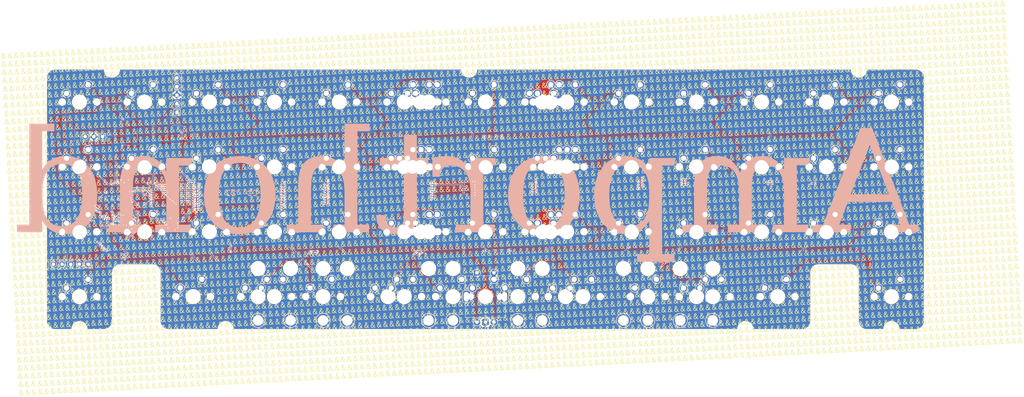
<source format=kicad_pcb>
(kicad_pcb (version 20221018) (generator pcbnew)
  (layers (0 "F.Cu" signal) (31 "B.Cu" signal) (34 "B.Paste" user) (35 "F.Paste" user) (36 "B.SilkS" user "B.Silkscreen") (37 "F.SilkS" user "F.Silkscreen") (38 "B.Mask" user) (39 "F.Mask" user) (44 "Edge.Cuts" user))
  (net 0 "")
  (net 1 "r0")
  (net 2 "Net-(D1-A-Pad2)")
  (net 3 "Net-(D1-A-Pad1)")
  (net 4 "r1")
  (net 5 "Net-(D2-A-Pad2)")
  (net 6 "Net-(D2-A-Pad1)")
  (net 7 "r2")
  (net 8 "Net-(D3-A-Pad2)")
  (net 9 "Net-(D3-A-Pad1)")
  (net 10 "r3")
  (net 11 "Net-(D4-A-Pad2)")
  (net 12 "Net-(D4-A-Pad1)")
  (net 13 "c0")
  (net 14 "Net-(D5-A-Pad2)")
  (net 15 "Net-(D5-A-Pad1)")
  (net 16 "c1")
  (net 17 "Net-(D6-A-Pad2)")
  (net 18 "Net-(D6-A-Pad1)")
  (net 19 "c2")
  (net 20 "Net-(D7-A-Pad2)")
  (net 21 "Net-(D7-A-Pad1)")
  (net 22 "c3")
  (net 23 "Net-(D8-A-Pad2)")
  (net 24 "Net-(D8-A-Pad1)")
  (net 25 "c4")
  (net 26 "Net-(D9-A-Pad2)")
  (net 27 "Net-(D9-A-Pad1)")
  (net 28 "c5")
  (net 29 "Net-(D10-A-Pad2)")
  (net 30 "Net-(D10-A-Pad1)")
  (net 31 "c7")
  (net 32 "Net-(D11-A-Pad2)")
  (net 33 "Net-(D11-A-Pad1)")
  (net 34 "c8")
  (net 35 "Net-(D12-A-Pad2)")
  (net 36 "Net-(D12-A-Pad1)")
  (net 37 "c9")
  (net 38 "Net-(D13-A-Pad2)")
  (net 39 "Net-(D13-A-Pad1)")
  (net 40 "c10")
  (net 41 "Net-(D14-A-Pad2)")
  (net 42 "Net-(D14-A-Pad1)")
  (net 43 "c11")
  (net 44 "Net-(D15-A-Pad2)")
  (net 45 "Net-(D15-A-Pad1)")
  (net 46 "c12")
  (net 47 "Net-(D16-A-Pad2)")
  (net 48 "Net-(D16-A-Pad1)")
  (net 49 "c6a")
  (net 50 "Net-(D17-A-Pad2)")
  (net 51 "Net-(D17-A-Pad1)")
  (net 52 "c6b")
  (net 53 "Net-(D18-A-Pad2)")
  (net 54 "Net-(D18-A-Pad1)")
  (net 55 "extra_pin1")
  (net 56 "Net-(D19-A-Pad2)")
  (net 57 "Net-(D19-A-Pad1)")
  (net 58 "extra_pin2")
  (net 59 "Net-(D20-A-Pad2)")
  (net 60 "Net-(D20-A-Pad1)")
  (net 61 "extra_pin3")
  (net 62 "Net-(D21-A-Pad2)")
  (net 63 "Net-(D21-A-Pad1)")
  (net 64 "extra_pin4")
  (net 65 "Net-(D22-A-Pad2)")
  (net 66 "Net-(D22-A-Pad1)")
  (net 67 "extra_pin5")
  (net 68 "Net-(D23-A-Pad2)")
  (net 69 "Net-(D23-A-Pad1)")
  (net 70 "Net-(D24-A-Pad2)")
  (net 71 "Net-(D24-A-Pad1)")
  (net 72 "+5V")
  (net 73 "GND")
  (net 74 "/XIN")
  (net 75 "Net-(D25-A-Pad1)")
  (net 76 "Net-(D25-A-Pad2)")
  (net 77 "Net-(D26-A-Pad2)")
  (net 78 "Net-(D26-A-Pad1)")
  (net 79 "Net-(C3-Pad1)")
  (net 80 "+3V3")
  (net 81 "+1V1")
  (net 83 "LED_GLOW")
  (net 84 "/RUN")
  (net 85 "/SWD")
  (net 86 "/SWCLK")
  (net 87 "/USB_D+")
  (net 88 "/USB_D-")
  (net 89 "/XOUT")
  (net 90 "/QSPI_SS")
  (net 91 "/~{USB_BOOT}")
  (net 92 "Net-(U2-USB_DP)")
  (net 93 "Net-(U2-USB_DM)")
  (net 94 "ENC_L")
  (net 95 "ENC_R")
  (net 96 "/GPIO26_ADC0")
  (net 97 "/GPIO27_ADC1")
  (net 98 "/GPIO28_ADC2")
  (net 99 "/GPIO29_ADC3")
  (net 100 "/QSPI_SD3")
  (net 101 "/QSPI_SCLK")
  (net 102 "/QSPI_SD0")
  (net 103 "/QSPI_SD2")
  (net 104 "/QSPI_SD1")
  (footprint "PCM_marbastlib-mx:SW_MX_1u" (layer "F.Cu") (at 214.3125 100.0125)
    (fp_text reference "MX48" hide)
    (fp_text value "MX_SW_HS")
  )
  (footprint "PCM_marbastlib-mx:SW_MX_1u" (layer "F.Cu") (at 47.625 61.9125)
    (fp_text reference "MX15" hide)
    (fp_text value "MX_SW_HS")
  )
  (footprint "PCM_marbastlib-mx:SW_MX_1u" (layer "F.Cu") (at 195.2625 100.0125)
    (fp_text reference "MX47" hide)
    (fp_text value "MX_SW_HS")
  )
  (footprint "PCM_marbastlib-mx:SW_MX_1u" (layer "F.Cu") (at 66.675 42.862499)
    (fp_text reference "MX3" hide)
    (fp_text value "MX_SW_HS")
  )
  (footprint "PCM_marbastlib-mx:SW_MX_1u" (layer "F.Cu") (at 28.575 61.9125)
    (fp_text reference "MX14" hide)
    (fp_text value "MX_SW_HS")
  )
  (footprint "PCM_marbastlib-mx:STAB_MX_P_2u" (layer "F.Cu") (at 119.0625 100.0125 180)
    (fp_text reference "S3" hide)
    (fp_text value "MX_stab")
  )
  (footprint "PCM_marbastlib-mx:SW_MX_1.5u" (layer "F.Cu") (at 85.725 100.0125)
    (fp_text reference "MX59" hide)
    (fp_text value "MX_SW_HS")
  )
  (footprint "PCM_marbastlib-mx:SW_MX_1u" (layer "F.Cu") (at 166.687501 80.9625)
    (fp_text reference "MX68" hide)
    (fp_text value "MX_SW_HS")
  )
  (footprint "PCM_marbastlib-mx:SW_MX_1u" (layer "F.Cu") (at 171.45 42.862499)
    (fp_text reference "MX7" hide)
    (fp_text value "MX_SW_HS")
  )
  (footprint "PCM_marbastlib-mx:STAB_MX_P_3u" (layer "F.Cu") (at 119.0625 100.0125 180)
    (fp_text reference "S5" hide)
    (fp_text value "MX_stab")
  )
  (footprint "PCM_marbastlib-mx:SW_MX_1u" (layer "F.Cu") (at 209.55 80.9625)
    (fp_text reference "MX35" hide)
    (fp_text value "MX_SW_HS")
  )
  (footprint "PCM_marbastlib-mx:SW_MX_1.75u" (layer "F.Cu") (at 130.96875 80.9625)
    (fp_text reference "MX56" hide)
    (fp_text value "MX_SW_HS")
  )
  (footprint "PCM_marbastlib-mx:SW_MX_1u" (layer "F.Cu") (at 266.7 42.8625)
    (fp_text reference "MX12" hide)
    (fp_text value "MX_SW_HS")
  )
  (footprint "PCM_marbastlib-mx:SW_MX_1u" (layer "F.Cu") (at 85.725 80.9625)
    (fp_text reference "MX30" hide)
    (fp_text value "MX_SW_HS")
  )
  (footprint "PCM_marbastlib-mx:SW_MX_1u" (layer "F.Cu") (at 166.687501 61.9125)
    (fp_text reference "MX67" hide)
    (fp_text value "MX_SW_HS")
  )
  (footprint "PCM_marbastlib-mx:SW_MX_1u" (layer "F.Cu") (at 147.637501 100.0125)
    (fp_text reference "MX58" hide)
    (fp_text value "MX_SW_HS")
  )
  (footprint "PCM_marbastlib-mx:SW_MX_1u" (layer "F.Cu") (at 147.6375 42.8625)
    (fp_text reference "MX13" hide)
    (fp_text value "MX_SW_HS")
  )
  (footprint "PCM_marbastlib-mx:SW_MX_1u" (layer "F.Cu") (at 100.0125 100.0125)
    (fp_text reference "MX42" hide)
    (fp_text value "MX_SW_HS")
  )
  (footprint "PCM_marbastlib-mx:SW_MX_1u" (layer "F.Cu") (at 138.112501 100.0125)
    (fp_text reference "MX44" hide)
    (fp_text value "MX_SW_HS")
  )
  (footprint "PCM_marbastlib-mx:SW_MX_1u" (layer "F.Cu") (at 228.6 42.8625)
    (fp_text reference "MX10" hide)
    (fp_text value "MX_SW_HS")
  )
  (footprint "PCM_marbastlib-mx:STAB_MX_P_3u" (layer "F.Cu") (at 176.2125 100.0125 180)
    (fp_text reference "S4" hide)
    (fp_text value "MX_stab")
  )
  (footprint "PCM_marbastlib-mx:SW_MX_1u" (layer "F.Cu") (at 157.1625 100.0125)
    (fp_text reference "MX45" hide)
    (fp_text value "MX_SW_HS")
  )
  (footprint "PCM_marbastlib-mx:SW_MX_1u" (layer "F.Cu") (at 171.45 80.9625)
    (fp_text reference "MX33" hide)
    (fp_text value "MX_SW_HS")
  )
  (footprint "PCM_marbastlib-mx:SW_MX_1u" (layer "F.Cu") (at 123.825 61.9125)
    (fp_text reference "MX19" hide)
    (fp_text value "MX_SW_HS")
  )
  (footprint "PCM_marbastlib-mx:SW_MX_1u" (layer "F.Cu") (at 166.687501 42.8625)
    (fp_text reference "MX64" hide)
    (fp_text value "MX_SW_HS")
  )
  (footprint "PCM_marbastlib-mx:SW_MX_1u" (layer "F.Cu") (at 80.9625 100.0125)
    (fp_text reference "MX41" hide)
    (fp_text value "MX_SW_HS")
  )
  (footprint "PCM_marbastlib-mx:SW_MX_1.25u" (layer "F.Cu") (at 169.06875 61.9125)
    (fp_text reference "MX55" hide)
    (fp_text value "MX_SW_HS")
  )
  (footprint "PCM_marbastlib-mx:SW_MX_1u" (layer "F.Cu") (at 228.6 61.9125)
    (fp_text reference "MX23" hide)
    (fp_text value "MX_SW_HS")
  )
  (footprint "PCM_marbastlib-mx:SW_MX_1.5u" (layer "F.Cu") (at 123.825001 100.0125)
    (fp_text reference "MX61" hide)
    (fp_text value "MX_SW_HS")
  )
  (footprint "PCM_marbastlib-mx:SW_MX_1u" (layer "F.Cu") (at 123.825 42.8625)
    (fp_text reference "MX6" hide)
    (fp_text value "MX_SW_HS")
  )
  (footprint "Connector_PinSocket_2.54mm:PinSocket_1x05_P2.54mm_Vertical" (layer "F.Cu") (at 31.086251 90.4875 -90)
    (fp_text reference "J1" hide)
    (fp_text value "Conn_01x02_Female")
  )
  (footprint "PCM_marbastlib-mx:STAB_MX_P_10u" (layer "F.Cu") (at 147.637501 100.0125 180)
    (fp_text reference "S1" hide)
    (fp_text value "MX_stab")
  )
  (footprint "PCM_marbastlib-mx:SW_MX_1.5u" (layer "F.Cu") (at 209.55 100.0125)
    (fp_text reference "MX60" hide)
    (fp_text value "MX_SW_HS")
  )
  (footprint "PCM_marbastlib-mx:SW_MX_1.75u" (layer "F.Cu") (at 130.96875 42.8625)
    (fp_text reference "MX52" hide)
    (fp_text value "MX_SW_HS")
  )
  (footprint "PCM_marbastlib-mx:SW_MX_1u" (layer "F.Cu") (at 128.587501 61.9125)
    (fp_text reference "MX65" hide)
    (fp_text value "MX_SW_HS")
  )
  (footprint "PCM_marbastlib-mx:SW_MX_1u" (layer "F.Cu") (at 247.65 61.9125)
    (fp_text reference "MX24" hide)
    (fp_text value "MX_SW_HS")
  )
  (footprint "PCM_marbastlib-mx:SW_MX_1u" (layer "F.Cu") (at 28.575 42.8625)
    (fp_text reference "MX1" hide)
    (fp_text value "MX_SW_HS")
  )
  (footprint "PCM_marbastlib-mx:SW_MX_1.5u" (layer "F.Cu") (at 171.132501 100.0125)
    (fp_text reference "MX62" hide)
    (fp_text value "MX_SW_HS")
  )
  (footprint "PCM_marbastlib-mx:SW_MX_1u" (layer "F.Cu") (at 228.6 80.9625)
    (fp_text reference "MX36" hide)
    (fp_text value "MX_SW_HS")
  )
  (footprint "PCM_marbastlib-mx:SW_MX_1u" (layer "F.Cu") (at 85.725001 42.8625)
    (fp_text reference "MX4" hide)
    (fp_text value "MX_SW_HS")
  )
  (footprint "PCM_marbastlib-mx:SW_MX_1u" (layer "F.Cu") (at 47.625 42.8625)
    (fp_text reference "MX2" hide)
    (fp_text value "MX_SW_HS")
  )
  (footprint "PCM_marbastlib-mx:SW_MX_1u" (layer "F.Cu") (at 266.7 100.0125)
    (fp_text reference "MX50" hide)
    (fp_text value "MX_SW_HS")
  )
  (footprint "PCM_marbastlib-mx:SW_MX_1u" (layer "F.Cu") (at 171.45 61.9125)
    (fp_text reference "MX20" hide)
    (fp_text value "MX_SW_HS")
  )
  (footprint "PCM_marbastlib-mx:SW_MX_1u" (layer "F.Cu") (at 247.65 42.8625)
    (fp_text reference "MX11" hide)
    (fp_text value "MX_SW_HS")
  )
  (footprint "Connector_PinSocket_2.54mm:PinSocket_1x03_P2.54mm_Vertical" (layer "F.Cu") (at 35.331251 53.0225 -90)
    (fp_text reference "J3" hide)
    (fp_text value "Conn_01x03_Male")
  )
  (footprint "PCM_marbastlib-mx:SW_MX_1u" (layer "F.Cu") (at 119.0625 100.0125)
    (fp_text reference "MX43" hide)
    (fp_text value "MX_SW_HS")
  )
  (footprint "PCM_marbastlib-mx:SW_MX_1u" (layer "F.Cu") (at 28.575 80.9625)
    (fp_text reference "MX27" hide)
    (fp_text value "MX_SW_HS")
  )
  (footprint "PCM_marbastlib-mx:SW_MX_1u" (layer "F.Cu") (at 47.625001 80.9625)
    (fp_text reference "MX28" hide)
    (fp_text value "MX_SW_HS")
  )
  (footprint "PCM_marbastlib-mx:SW_MX_1u" (layer "F.Cu") (at 190.500001 42.8625)
    (fp_text reference "MX8" hide)
    (fp_text value "MX_SW_HS")
  )
  (footprint "PCM_marbastlib-mx:STAB_MX_P_2u" (layer "F.Cu") (at 176.2125 100.0125 180)
    (fp_text reference "S2" hide)
    (fp_text value "MX_stab")
  )
  (footprint "PCM_marbastlib-mx:SW_MX_1u" (layer "F.Cu") (at 176.2125 100.0125)
    (fp_text reference "MX46" hide)
    (fp_text value "MX_SW_HS")
  )
  (footprint "PCM_marbastlib-mx:SW_MX_1u" (layer "F.Cu") (at 190.500001 61.9125)
    (fp_text reference "MX21" hide)
    (fp_text value "MX_SW_HS")
  )
  (footprint "PCM_marbastlib-mx:SW_MX_1u" (layer "F.Cu") (at 28.575001 100.0125)
    (fp_text reference "MX40" hide)
    (fp_text value "MX_SW_HS")
  )
  (footprint "PCM_marbastlib-mx:SW_MX_1u" (layer "F.Cu") (at 104.775 80.9625)
    (fp_text reference "MX31" hide)
    (fp_text value "MX_SW_HS")
  )
  (footprint "PCM_marbastlib-mx:SW_MX_1u" (layer "F.Cu") (at 247.650001 80.9625)
    (fp_text reference "MX37" hide)
    (fp_text value "MX_SW_HS")
  )
  (footprint "PCM_marbastlib-mx:SW_MX_1u" (layer "F.Cu") (at 190.5 80.9625)
    (fp_text reference "MX34" hide)
    (fp_text value "MX_SW_HS")
  )
  (footprint "PCM_marbastlib-mx:SW_MX_1.75u" (layer "F.Cu") (at 164.30625 80.9625)
    (fp_text reference "MX57" hide)
    (fp_text value "MX_SW_HS")
  )
  (footprint "PCM_marbastlib-various:ROT_Alps_EC11E-Switch" (layer "F.Cu") (at 147.637501 100.0125)
    (fp_text reference "SW1" hide)
    (fp_text value "RotaryEncoder_Switch")
  )
  (footprint "PCM_marbastlib-mx:SW_MX_1u" (layer "F.Cu") (at 128.587501 42.8625)
    (fp_text reference "MX63" hide)
    (fp_text value "MX_SW_HS")
  )
  (footprint "PCM_marbastlib-mx:SW_MX_1u" (layer "F.Cu") (at 85.725001 61.9125)
    (fp_text reference "MX17" hide)
    (fp_text value "MX_SW_HS")
  )
  (footprint "PCM_marbastlib-mx:SW_MX_1u" (layer "F.Cu") (at 266.7 61.9125)
    (fp_text reference "MX25" hide)
    (fp_text value "MX_SW_HS")
  )
  (footprint "PCM_marbastlib-mx:SW_MX_1u" (layer "F.Cu") (at 209.55 42.8625)
    (fp_text reference "MX9" hide)
    (fp_text value "MX_SW_HS")
  )
  (footprint "PCM_marbastlib-mx:SW_MX_1u" (layer "F.Cu") (at 123.825 80.9625)
    (fp_text reference "MX32" hide)
    (fp_text value "MX_SW_HS")
  )
  (footprint "PCM_marbastlib-mx:SW_MX_1u" (layer "F.Cu") (at 209.55 61.9125)
    (fp_text reference "MX22" hide)
    (fp_text value "MX_SW_HS")
  )
  (footprint "PCM_marbastlib-mx:SW_MX_1u" (layer "F.Cu") (at 61.9125 100.0125)
    (fp_text reference "MX51" hide)
    (fp_text value "MX_SW_HS")
  )
  (footprint "PCM_marbastlib-mx:SW_MX_1u" (layer "F.Cu") (at 147.637501 80.9625)
    (fp_text reference "MX39" hide)
    (fp_text value "MX_SW_HS")
  )
  (footprint "PCM_marbastlib-mx:SW_MX_1.75u" (layer "F.Cu") (at 164.30625 42.8625)
    (fp_text reference "MX53" hide)
    (fp_text value "MX_SW_HS")
  )
  (footprint "PCM_marbastlib-mx:SW_MX_1.25u" (layer "F.Cu") (at 126.20625 61.9125)
    (fp_text reference "MX54" hide)
    (fp_text value "MX_SW_HS")
  )
  (footprint "PCM_marbastlib-mx:SW_MX_1u" (layer "F.Cu") (at 104.775 61.9125)
    (fp_text reference "MX18" hide)
    (fp_text value "MX_SW_HS")
  )
  (footprint "PCM_marbastlib-mx:SW_MX_1u" (layer "F.Cu") (at 147.6375 61.9125)
    (fp_text reference "MX26" hide)
    (fp_text value "MX_SW_HS")
  )
  (footprint "PCM_marbastlib-mx:SW_MX_1u" (layer "F.Cu") (at 66.675 61.9125)
    (fp_text reference "MX16" hide)
    (fp_text value "MX_SW_HS")
  )
  (footprint "PCM_marbastlib-mx:SW_MX_1u" (layer "F.Cu") (at 66.675 80.9625)
    (fp_text reference "MX29" hide)
    (fp_text value "MX_SW_HS")
  )
  (footprint "PCM_marbastlib-mx:SW_MX_1u" (layer "F.Cu") (at 104.775 42.8625)
    (fp_text reference "MX5" hide)
    (fp_text value "MX_SW_HS")
  )
  (footprint "PCM_marbastlib-mx:SW_MX_1u" (layer "F.Cu") (at 266.7 80.9625)
    (fp_text reference "MX38" hide)
    (fp_text value "MX_SW_HS")
  )
  (footprint "PCM_marbastlib-mx:SW_MX_1u" (layer "F.Cu") (at 233.362501 100.0125)
    (fp_text reference "MX49" hide)
    (fp_text value "MX_SW_HS")
  )
  (footprint "Connector_PinSocket_2.54mm:PinSocket_1x05_P2.54mm_Vertical" (layer "F.Cu") (at 57.150001 45.9275 180)
    (fp_text reference "J4" hide)
    (fp_text value "BREAKOUT")
  )
  (footprint "PCM_marbastlib-mx:SW_MX_1u" (layer "F.Cu") (at 128.587501 80.9625)
    (fp_text reference "MX66" hide)
    (fp_text value "MX_SW_HS")
  )
  (footprint "Keebio-Parts:SOT-23" (layer "B.Cu") (at 76.2 80.9625 -90)
    (fp_text reference "D14" hide)
    (fp_text value "BAV70")
  )
  (footprint "Keebio-Parts:SOT-23" (layer "B.Cu") (at 151.4 85.725)
    (fp_text reference "D26" hide)
    (fp_text value "BAV70")
  )
  (footprint "Capacitor_SMD:C_0402_1005Metric" (layer "B.Cu") (at 25.949195 67.030444 45)
    (fp_text reference "C14" hide)
    (fp_text value "100n")
  )
  (footprint "Keebio-Parts:SOT-23" (layer "B.Cu") (at 259.55625 90.4875 -90)
    (fp_text reference "D24" hide)
    (fp_text value "BAV70")
  )
  (footprint "Keebio-Parts:SOT-23" (layer "B.Cu") (at 76.200001 42.8625 -90)
    (fp_text reference "D2" hide)
    (fp_text value "BAV70")
  )
  (footprint "Capacitor_SMD:C_0402_1005Metric" (layer "B.Cu") (at 34.290462 65.082379 135)
    (fp_text reference "C7" hide)
    (fp_text value "100n")
  )
  (footprint "Capacitor_SMD:C_0402_1005Metric" (layer "B.Cu") (at 28.494779 69.576028 45)
    (fp_text reference "C11" hide)
    (fp_text value "100n")
  )
  (footprint "Resistor_SMD:R_0402_1005Metric" (layer "B.Cu") (at 45.298814 74.230572 45)
    (fp_text reference "R1" hide)
    (fp_text value "1k")
  )
  (footprint "Keebio-Parts:SOT-23" (layer "B.Cu") (at 257.175 42.8625 -90)
    (fp_text reference "D6" hide)
    (fp_text value "BAV70")
  )
  (footprint "Keebio-Parts:SW_SPST_TL3342" (layer "B.Cu") (at 76.200001 71.4375 180)
    (fp_text reference "SW3" hide)
    (fp_text value "RESET ")
  )
  (footprint "Crystal:Crystal_SMD_3225-4Pin_3.2x2.5mm" (layer "B.Cu") (at 46.536251 71.4375 135)
    (fp_text reference "Y1" hide)
    (fp_text value "12MHZ Crystal ")
  )
  (footprint "Capacitor_SMD:C_0402_1005Metric" (layer "B.Cu") (at 26.797723 67.878972 45)
    (fp_text reference "C13" hide)
    (fp_text value "100n")
  )
  (footprint "Keebio-Parts:SW_SPST_TL3342" (layer "B.Cu") (at 57.150001 52.3875)
    (fp_text reference "SW2" hide)
    (fp_text value "SW_PUSH")
  )
  (footprint "Keebio-Parts:SOT-23" (layer "B.Cu") (at 180.975001 42.8625 -90)
    (fp_text reference "D4" hide)
    (fp_text value "BAV70")
  )
  (footprint "Capacitor_SMD:C_0402_1005Metric" (layer "B.Cu") (at 42.146251 75.3175)
    (fp_text reference "C5" hide)
    (fp_text value "100n")
  )
  (footprint "Keebio-Parts:SOT-23" (layer "B.Cu") (at 200.025 90.4875 -90)
    (fp_text reference "D23" hide)
    (fp_text value "BAV70")
  )
  (footprint "Keebio-Parts:SOT-23" (layer "B.Cu") (at 38.079879 42.8625 -90)
    (fp_text reference "D1" hide)
    (fp_text value "BAV70")
  )
  (footprint "Package_SO:SOIC-8_5.23x5.23mm_P1.27mm" (layer "B.Cu") (at 57.150001 71.4375 -90)
    (fp_text reference "U3" hide)
    (fp_text value "W25Q128JVS")
  )
  (footprint "Keebio-Parts:SOT-23" (layer "B.Cu") (at 95.25 90.4875 -90)
    (fp_text reference "D20" hide)
    (fp_text value "BAV70")
  )
  (footprint "Resistor_SMD:R_0402_1005Metric" (layer "B.Cu") (at 51.500001 50.4875 180)
    (fp_text reference "R2" hide)
    (fp_text value "10K")
  )
  (footprint "Keebio-Parts:SOT-23" (layer "B.Cu") (at 150.01875 52.3875)
    (fp_text reference "D25" hide)
    (fp_text value "BAV70")
  )
  (footprint "Keebio-Parts:SOT-23" (layer "B.Cu") (at 35.718751 90.4875 -90)
    (fp_text reference "D19" hide)
    (fp_text value "BAV70")
  )
  (footprint "Keebio-Parts:SOT-23" (layer "B.Cu") (at 219.075 80.9625 -90)
    (fp_text reference "D17" hide)
    (fp_text value "BAV70")
  )
  (footprint "Capacitor_SMD:C_0402_1005Metric" (layer "B.Cu") (at 30.896349 68.476489 135)
    (fp_text reference "C10" hide)
    (fp_text value "1u")
  )
  (footprint "Capacitor_SMD:C_0402_1005Metric" (layer "B.Cu") (at 27.646251 68.7275 45)
    (fp_text reference "C12" hide)
    (fp_text value "100n")
  )
  (footprint "Resistor_SMD:R_0402_1005Metric" (layer "B.Cu") (at 55.236251 78.6275 -90)
    (fp_text reference "R3" hide)
    (fp_text value "1k")
  )
  (footprint "cipulot_parts:RP2040-QFN-56" (layer "B.Cu") (at 38.1 71.4375 -135)
    (fp_text reference "U2" hide)
    (fp_text value "RP2040")
  )
  (footprint "Capacitor_SMD:C_0402_1005Metric" (layer "B.Cu") (at 25.887951 57.341662)
    (fp_text reference "C4" hide)
    (fp_text value "10u")
  )
  (footprint "Capacitor_SMD:C_0402_1005Metric" (layer "B.Cu") (at 23.8125 47.3875 180)
    (fp_text reference "C1" hide)
    (fp_text value "10u")
  )
  (footprint "Capacitor_SMD:C_0402_1005Metric" (layer "B.Cu") (at 31.744877 67.627961 135)
    (fp_text reference "C8" hide)
    (fp_text value "1u")
  )
  (footprint "Keebio-Parts:SOT-23" (layer "B.Cu") (at 257.175001 80.9625 -90)
    (fp_text reference "D18" hide)
    (fp_text value "BAV70")
  )
  (footprint "Capacitor_SMD:C_0402_1005Metric" (layer "B.Cu") (at 56.436251 78.6275 -90)
    (fp_text reference "C15" hide)
    (fp_text value "100n")
  )
  (footprint "Capacitor_SMD:C_0402_1005Metric" (layer "B.Cu") (at 46.147342 75.0791 -135)
    (fp_text reference "C3" hide)
    (fp_text value "22pf")
  )
  (footprint "Capacitor_SMD:C_0402_1005Metric" (layer "B.Cu") (at 21.737049 57.341662 180)
    (fp_text reference "C6" hide)
    (fp_text value "10u")
  )
  (footprint "Keebio-Parts:SOT-23" (layer "B.Cu") (at 257.175 61.9125 -90)
    (fp_text reference "D12" hide)
    (fp_text value "BAV70")
  )
  (footprint "Capacitor_SMD:C_0402_1005Metric" (layer "B.Cu") (at 29.343307 70.424556 45)
    (fp_text reference "C9" hide)
    (fp_text value "100n")
  )
  (footprint "Keebio-Parts:SOT-23" (layer "B.Cu") (at 114.3 80.9625 -90)
    (fp_text reference "D15" hide)
    (fp_text value "BAV70")
  )
  (footprint "Resistor_SMD:R_0402_1005Metric" (layer "B.Cu") (at 33.441934 65.930907 -45)
    (fp_text reference "R4" hide)
    (fp_text value "27")
  )
  (footprint "Keebio-Parts:SOT-23" (layer "B.Cu") (at 219.075 61.9125 -90)
    (fp_text reference "D11" hide)
    (fp_text value "BAV70")
  )
  (footprint "Keebio-Parts:SOT-23" (layer "B.Cu") (at 114.3 42.8625 -90)
    (fp_text reference "D3" hide)
    (fp_text value "BAV70")
  )
  (footprint "Keebio-Parts:SOT-23" (layer "B.Cu") (at 180.975 80.9625 -90)
    (fp_text reference "D16" hide)
    (fp_text value "BAV70")
  )
  (footprint "Keebio-Parts:SOT-23" (layer "B.Cu") (at 76.2 61.9125 -90)
    (fp_text reference "D8" hide)
    (fp_text value "BAV70")
  )
  (footprint "Resistor_SMD:R_0402_1005Metric" (layer "B.Cu") (at 32.593406 66.779435 -45)
    (fp_text reference "R5" hide)
    (fp_text value "27")
  )
  (footprint "Package_TO_SOT_SMD:SOT-223-3_TabPin2" (layer "B.Cu") (at 23.8125 52.3875 -90)
    (fp_text reference "U1" hide)
    (fp_text value "NCP1117-3.3_SOT223")
  )
  (footprint "Keebio-Parts:SOT-23" (layer "B.Cu") (at 219.075 42.8625 -90)
    (fp_text reference "D5" hide)
    (fp_text value "BAV70")
  )
  (footprint "Connector_JST:JST_SH_SM04B-SRSS-TB_1x04-1MP_P1.00mm_Horizontal" (layer "B.Cu") (at 42.8625 52.3875 -90)
    (fp_text reference "J6" hide)
    (fp_text value "Conn_01x04")
  )
  (footprint "Keebio-Parts:SOT-23" (layer "B.Cu") (at 38.100001 80.9625 -90)
    (fp_text reference "D13" hide)
    (fp_text value "BAV70")
  )
  (footprint "Keebio-Parts:SOT-23" (layer "B.Cu") (at 114.3 61.9125 -90)
    (fp_text reference "D9" hide)
    (fp_text value "BAV70")
  )
  (footprint "Keebio-Parts:SOT-23" (layer "B.Cu") (at 38.1 61.9125 -90)
    (fp_text reference "D7" hide)
    (fp_text value "BAV70")
  )
  (footprint "Keebio-Parts:SOT-23" (layer "B.Cu") (at 169.06875 90.4875 -90)
    (fp_text reference "D22" hide)
    (fp_text value "BAV70")
  )
  (footprint "Keebio-Parts:SOT-23" (layer "B.Cu") (at 180.975 61.9125 -90)
    (fp_text reference "D10" hide)
    (fp_text value "BAV70")
  )
  (footprint "Capacitor_SMD:C_0402_1005Metric" (layer "B.Cu") (at 48.304018 69.569733 -45)
    (fp_text reference "C2" hide)
    (fp_text value "22pf")
  )
  (footprint "Keebio-Parts:SOT-23" (layer "B.Cu") (at 126.20625 90.487499 -90)
    (fp_text reference "D21" hide)
    (fp_text value "BAV70")
  )
  (gr_line (start 273.846209 109.53784) (end 274.391982 109.4747) (stroke (width 0.070555)) (layer "Edge.Cuts"))
  (gr_line (start 274.892957 109.295407) (end 275.334857 109.014247) (stroke (width 0.070555)) (layer "Edge.Cuts"))
  (gr_line (start 267.24842 107.219468) (end 266.702419 107.156577) (stroke (width 0.070555)) (layer "Edge.Cuts"))
  (gr_line (start 53.722997 109.295805) (end 54.224215 109.474948) (stroke (width 0.070555)) (layer "Edge.Cuts"))
  (gr_line (start 275.703406 108.645501) (end 275.984332 108.203453) (stroke (width 0.070555)) (layer "Edge.Cuts"))
  (gr_line (start 257.113272 92.323203) (end 256.934248 91.822134) (stroke (width 0.070555)) (layer "Edge.Cuts"))
  (gr_line (start 19.293334 108.203794) (end 19.574437 108.645934) (stroke (width 0.070555)) (layer "Edge.Cuts"))
  (gr_line (start 244.223856 90.729782) (end 243.781718 91.010885) (stroke (width 0.070555)) (layer "Edge.Cuts"))
  (gr_line (start 38.647393 35.655859) (end 39.14861 35.476716) (stroke (width 0.070555)) (layer "Edge.Cuts"))
  (gr_line (start 52.388954 107.156577) (end 52.451844 107.702578) (stroke (width 0.070555)) (layer "Edge.Cuts"))
  (gr_line (start 264.384048 108.99184) (end 264.321157 109.53784) (stroke (width 0.070555)) (layer "Edge.Cuts"))
  (gr_line (start 221.700499 108.490623) (end 221.521355 108.99184) (stroke (width 0.070555)) (layer "Edge.Cuts"))
  (gr_line (start 19.293334 34.671533) (end 19.114191 35.172751) (stroke (width 0.070555)) (layer "Edge.Cuts"))
  (gr_line (start 258.224601 35.476716) (end 258.666736 35.195614) (stroke (width 0.070555)) (layer "Edge.Cuts"))
  (gr_line (start 255.341899 90.550887) (end 254.796125 90.487746) (stroke (width 0.070555)) (layer "Edge.Cuts"))
  (gr_line (start 72.9284 107.679716) (end 72.48626 107.398612) (stroke (width 0.070555)) (layer "Edge.Cuts"))
  (gr_line (start 242.647775 108.203794) (end 242.826919 107.702577) (stroke (width 0.070555)) (layer "Edge.Cuts"))
  (gr_line (start 145.016097 34.384708) (end 145.195241 33.88349) (stroke (width 0.070555)) (layer "Edge.Cuts"))
  (gr_line (start 269.083682 109.53784) (end 273.846209 109.53784) (stroke (width 0.070555)) (layer "Edge.Cuts"))
  (gr_line (start 257.723387 35.655859) (end 258.224601 35.476716) (stroke (width 0.070555)) (layer "Edge.Cuts"))
  (gr_line (start 38.624526 91.379653) (end 38.343424 91.821793) (stroke (width 0.070555)) (layer "Edge.Cuts"))
  (gr_line (start 73.820305 109.53784) (end 73.757414 108.99184) (stroke (width 0.070555)) (layer "Edge.Cuts"))
  (gr_line (start 145.195241 33.88349) (end 145.258132 33.337487) (stroke (width 0.070555)) (layer "Edge.Cuts"))
  (gr_line (start 38.101392 35.71875) (end 38.647393 35.655859) (stroke (width 0.070555)) (layer "Edge.Cuts"))
  (gr_line (start 36.612034 35.195614) (end 37.054172 35.476716) (stroke (width 0.070555)) (layer "Edge.Cuts"))
  (gr_line (start 256.934248 91.822134) (end 256.653323 91.380085) (stroke (width 0.070555)) (layer "Edge.Cuts"))
  (gr_line (start 276.226201 107.155307) (end 276.226202 35.717479) (stroke (width 0.070555)) (layer "Edge.Cuts"))
  (gr_line (start 19.114191 35.172751) (end 19.0513 35.71875) (stroke (width 0.070555)) (layer "Edge.Cuts"))
  (gr_line (start 258.666736 35.195614) (end 259.0355 34.826847) (stroke (width 0.070555)) (layer "Edge.Cuts"))
  (gr_line (start 226.22099 109.53784) (end 240.508547 109.53784) (stroke (width 0.070555)) (layer "Edge.Cuts"))
  (gr_line (start 259.55863 109.53784) (end 264.321157 109.53784) (stroke (width 0.070555)) (layer "Edge.Cuts"))
  (gr_line (start 241.054547 109.474949) (end 241.555764 109.295805) (stroke (width 0.070555)) (layer "Edge.Cuts"))
  (gr_line (start 257.69466 108.640061) (end 257.874012 108.840829) (stroke (width 0.070555)) (layer "Edge.Cuts"))
  (gr_line (start 36.243266 34.826847) (end 36.612034 35.195614) (stroke (width 0.070555)) (layer "Edge.Cuts"))
  (gr_line (start 73.297168 108.048484) (end 72.9284 107.679716) (stroke (width 0.070555)) (layer "Edge.Cuts"))
  (gr_line (start 269.020791 108.99184) (end 268.841647 108.490623) (stroke (width 0.070555)) (layer "Edge.Cuts"))
  (gr_line (start 275.984331 34.671872) (end 275.703406 34.229822) (stroke (width 0.070555)) (layer "Edge.Cuts"))
  (gr_line (start 51.497052 91.010885) (end 51.054913 90.729782) (stroke (width 0.070555)) (layer "Edge.Cuts"))
  (gr_line (start 38.0385 107.702577) (end 38.101392 107.156577) (stroke (width 0.070555)) (layer "Edge.Cuts"))
  (gr_line (start 26.718218 108.048484) (end 26.437115 108.490623) (stroke (width 0.070555)) (layer "Edge.Cuts"))
  (gr_line (start 40.482649 33.337487) (end 139.700581 33.337487) (stroke (width 0.070555)) (layer "Edge.Cuts"))
  (gr_line (start 259.49574 33.88349) (end 259.558631 33.337487) (stroke (width 0.070555)) (layer "Edge.Cuts"))
  (gr_line (start 35.783019 33.88349) (end 35.962162 34.384708) (stroke (width 0.070555)) (layer "Edge.Cuts"))
  (gr_line (start 30.0657 107.679716) (end 29.623561 107.398612) (stroke (width 0.070555)) (layer "Edge.Cuts"))
  (gr_line (start 19.574437 34.229394) (end 19.293334 34.671533) (stroke (width 0.070555)) (layer "Edge.Cuts"))
  (gr_line (start 255.688024 35.195614) (end 256.130162 35.476716) (stroke (width 0.070555)) (layer "Edge.Cuts"))
  (gr_line (start 69.120669 108.99184) (end 69.057778 109.53784) (stroke (width 0.070555)) (layer "Edge.Cuts"))
  (gr_line (start 71.985043 107.219468) (end 71.439042 107.156577) (stroke (width 0.070555)) (layer "Edge.Cuts"))
  (gr_line (start 35.720129 109.53784) (end 36.266129 109.474949) (stroke (width 0.070555)) (layer "Edge.Cuts"))
  (gr_line (start 29.623561 107.398612) (end 29.122345 107.219468) (stroke (width 0.070555)) (layer "Edge.Cuts"))
  (gr_line (start 39.435431 90.729782) (end 38.993293 91.010885) (stroke (width 0.070555)) (layer "Edge.Cuts"))
  (gr_line (start 140.558497 33.88349) (end 140.737641 34.384708) (stroke (width 0.070555)) (layer "Edge.Cuts"))
  (gr_line (start 257.411741 108.189355) (end 257.540247 108.422124) (stroke (width 0.070555)) (layer "Edge.Cuts"))
  (gr_line (start 143.924086 35.476716) (end 144.366225 35.195613) (stroke (width 0.070555)) (layer "Edge.Cuts"))
  (gr_line (start 242.826919 107.702577) (end 242.88981 107.156577) (stroke (width 0.070555)) (layer "Edge.Cuts"))
  (gr_line (start 267.749637 107.398612) (end 267.24842 107.219468) (stroke (width 0.070555)) (layer "Edge.Cuts"))
  (gr_line (start 140.495606 33.337487) (end 139.700581 33.337487) (stroke (width 0.070555)) (layer "Edge.Cuts"))
  (gr_line (start 39.959514 34.826847) (end 40.240615 34.384708) (stroke (width 0.070555)) (layer "Edge.Cuts"))
  (gr_line (start 244.725073 90.550638) (end 244.223856 90.729782) (stroke (width 0.070555)) (layer "Edge.Cuts"))
  (gr_line (start 143.422869 35.655859) (end 143.924086 35.476716) (stroke (width 0.070555)) (layer "Edge.Cuts"))
  (gr_line (start 69.580915 108.048484) (end 69.299813 108.490623) (stroke (width 0.070555)) (layer "Edge.Cuts"))
  (gr_line (start 264.844296 108.048484) (end 264.563191 108.490623) (stroke (width 0.070555)) (layer "Edge.Cuts"))
  (gr_line (start 36.767348 109.295805) (end 37.209487 109.014701) (stroke (width 0.070555)) (layer "Edge.Cuts"))
  (gr_line (start 142.87687 35.71875) (end 143.422869 35.655859) (stroke (width 0.070555)) (layer "Edge.Cuts"))
  (gr_line (start 256.631382 35.655859) (end 257.177388 35.71875) (stroke (width 0.070555)) (layer "Edge.Cuts"))
  (gr_line (start 222.79251 107.398612) (end 222.350371 107.679716) (stroke (width 0.070555)) (layer "Edge.Cuts"))
  (gr_line (start 142.330869 35.655859) (end 142.87687 35.71875) (stroke (width 0.070555)) (layer "Edge.Cuts"))
  (gr_line (start 52.630988 108.203794) (end 52.91209 108.645933) (stroke (width 0.070555)) (layer "Edge.Cuts"))
  (gr_line (start 224.886944 107.398611) (end 224.385727 107.219467) (stroke (width 0.070555)) (layer "Edge.Cuts"))
  (gr_line (start 40.482649 90.487746) (end 39.936648 90.550637) (stroke (width 0.070555)) (layer "Edge.Cuts"))
  (gr_line (start 38.100121 92.867739) (end 38.100122 107.155307) (stroke (width 0.070555)) (layer "Edge.Cuts"))
  (gr_line (start 20.385343 33.579522) (end 19.943205 33.860625) (stroke (width 0.070555)) (layer "Edge.Cuts"))
  (gr_line (start 20.88656 109.474948) (end 21.43256 109.53784) (stroke (width 0.070555)) (layer "Edge.Cuts"))
  (gr_line (start 30.894714 108.99184) (end 30.71557 108.490623) (stroke (width 0.070555)) (layer "Edge.Cuts"))
  (gr_line (start 269.083682 109.53784) (end 269.020791 108.99184) (stroke (width 0.070555)) (layer "Edge.Cuts"))
  (gr_line (start 19.943205 109.014701) (end 20.385344 109.295805) (stroke (width 0.070555)) (layer "Edge.Cuts"))
  (gr_line (start 259.026536 109.477925) (end 259.289838 109.522772) (stroke (width 0.070555)) (layer "Edge.Cuts"))
  (gr_line (start 35.962162 34.384708) (end 36.243266 34.826847) (stroke (width 0.070555)) (layer "Edge.Cuts"))
  (gr_line (start 53.280858 109.014701) (end 53.722997 109.295805) (stroke (width 0.070555)) (layer "Edge.Cuts"))
  (gr_line (start 224.385727 107.219467) (end 223.839728 107.156577) (stroke (width 0.070555)) (layer "Edge.Cuts"))
  (gr_line (start 259.289838 109.522772) (end 259.55863 109.53784) (stroke (width 0.070555)) (layer "Edge.Cuts"))
  (gr_line (start 145.258132 33.337487) (end 146.050617 33.337487) (stroke (width 0.070555)) (layer "Edge.Cuts"))
  (gr_line (start 144.734993 34.826847) (end 145.016097 34.384708) (stroke (width 0.070555)) (layer "Edge.Cuts"))
  (gr_line (start 268.841647 108.490623) (end 268.560544 108.048484) (stroke (width 0.070555)) (layer "Edge.Cuts"))
  (gr_line (start 242.952702 92.323009) (end 242.88981 92.869009) (stroke (width 0.070555)) (layer "Edge.Cuts"))
  (gr_line (start 257.310107 107.944082) (end 257.411741 108.189355) (stroke (width 0.070555)) (layer "Edge.Cuts"))
  (gr_line (start 35.720128 33.337487) (end 35.783019 33.88349) (stroke (width 0.070555)) (layer "Edge.Cuts"))
  (gr_line (start 37.209487 109.014701) (end 37.578255 108.645933) (stroke (width 0.070555)) (layer "Edge.Cuts"))
  (gr_line (start 38.164281 92.323009) (end 38.101391 92.869009) (stroke (width 0.070555)) (layer "Edge.Cuts"))
  (gr_line (start 51.054913 90.729782) (end 50.553698 90.550637) (stroke (width 0.070555)) (layer "Edge.Cuts"))
  (gr_line (start 274.391982 33.400624) (end 273.846208 33.337487) (stroke (width 0.070555)) (layer "Edge.Cuts"))
  (gr_line (start 255.842874 90.730178) (end 255.341899 90.550887) (stroke (width 0.070555)) (layer "Edge.Cuts"))
  (gr_line (start 223.839728 107.156577) (end 223.293727 107.219468) (stroke (width 0.070555)) (layer "Edge.Cuts"))
  (gr_line (start 259.558631 33.337487) (end 273.846208 33.337487) (stroke (width 0.070555)) (layer "Edge.Cuts"))
  (gr_line (start 225.978955 108.490623) (end 225.697851 108.048484) (stroke (width 0.070555)) (layer "Edge.Cuts"))
  (gr_line (start 257.874012 108.840829) (end 258.074875 109.020078) (stroke (width 0.070555)) (layer "Edge.Cuts"))
  (gr_line (start 243.781718 91.010885) (end 243.41295 91.379653) (stroke (width 0.070555)) (layer "Edge.Cuts"))
  (gr_line (start 257.176118 92.867739) (end 257.176118 107.155307) (stroke (width 0.070555)) (layer "Edge.Cuts"))
  (gr_line (start 36.266129 109.474949) (end 36.767348 109.295805) (stroke (width 0.070555)) (layer "Edge.Cuts"))
  (gr_line (start 221.458464 109.537841) (end 73.820305 109.53784) (stroke (width 0.070555)) (layer "Edge.Cuts"))
  (gr_line (start 141.829653 35.476716) (end 142.330869 35.655859) (stroke (width 0.070555)) (layer "Edge.Cuts"))
  (gr_line (start 222.350371 107.679716) (end 221.981603 108.048484) (stroke (width 0.070555)) (layer "Edge.Cuts"))
  (gr_line (start 52.146921 91.821793) (end 51.865818 91.379652) (stroke (width 0.070555)) (layer "Edge.Cuts"))
  (gr_line (start 30.71557 108.490623) (end 30.434468 108.048484) (stroke (width 0.070555)) (layer "Edge.Cuts"))
  (gr_line (start 264.563191 108.490623) (end 264.384048 108.99184) (stroke (width 0.070555)) (layer "Edge.Cuts"))
  (gr_line (start 254.859015 33.883491) (end 255.038157 34.384708) (stroke (width 0.070555)) (layer "Edge.Cuts"))
  (gr_line (start 51.865818 91.379652) (end 51.497052 91.010885) (stroke (width 0.070555)) (layer "Edge.Cuts"))
  (gr_line (start 221.981603 108.048484) (end 221.700499 108.490623) (stroke (width 0.070555)) (layer "Edge.Cuts"))
  (gr_line (start 52.91209 108.645933) (end 53.280858 109.014701) (stroke (width 0.070555)) (layer "Edge.Cuts"))
  (gr_line (start 226.22099 109.53784) (end 226.1581 108.99184) (stroke (width 0.070555)) (layer "Edge.Cuts"))
  (gr_line (start 40.240615 34.384708) (end 40.419758 33.88349) (stroke (width 0.070555)) (layer "Edge.Cuts"))
  (gr_line (start 257.177388 35.71875) (end 257.723387 35.655859) (stroke (width 0.070555)) (layer "Edge.Cuts"))
  (gr_line (start 20.88656 33.400378) (end 20.385343 33.579522) (stroke (width 0.070555)) (layer "Edge.Cuts"))
  (gr_line (start 256.653323 91.380085) (end 256.284774 91.011339) (stroke (width 0.070555)) (layer "Edge.Cuts"))
  (gr_line (start 28.576344 107.156577) (end 28.030342 107.219468) (stroke (width 0.070555)) (layer "Edge.Cuts"))
  (gr_line (start 257.176118 92.869009) (end 257.113272 92.323203) (stroke (width 0.070555)) (layer "Edge.Cuts"))
  (gr_line (start 221.521355 108.99184) (end 221.458464 109.537841) (stroke (width 0.070555)) (layer "Edge.Cuts"))
  (gr_line (start 26.195081 109.53784) (end 21.43256 109.53784) (stroke (width 0.070555)) (layer "Edge.Cuts"))
  (gr_line (start 141.387513 35.195614) (end 141.829653 35.476716) (stroke (width 0.070555)) (layer "Edge.Cuts"))
  (gr_line (start 144.366225 35.195613) (end 144.734993 34.826847) (stroke (width 0.070555)) (layer "Edge.Cuts"))
  (gr_line (start 258.52573 109.302764) (end 258.771055 109.404268) (stroke (width 0.070555)) (layer "Edge.Cuts"))
  (gr_line (start 255.319257 34.826847) (end 255.688024 35.195614) (stroke (width 0.070555)) (layer "Edge.Cuts"))
  (gr_line (start 275.334857 33.861075) (end 274.892957 33.579915) (stroke (width 0.070555)) (layer "Edge.Cuts"))
  (gr_line (start 241.555764 109.295805) (end 241.997903 109.014701) (stroke (width 0.070555)) (layer "Edge.Cuts"))
  (gr_line (start 140.737641 34.384708) (end 141.018744 34.826847) (stroke (width 0.070555)) (layer "Edge.Cuts"))
  (gr_line (start 225.697851 108.048484) (end 225.329083 107.679716) (stroke (width 0.070555)) (layer "Edge.Cuts"))
  (gr_line (start 40.419758 33.88349) (end 40.482649 33.337487) (stroke (width 0.070555)) (layer "Edge.Cuts"))
  (gr_line (start 27.086986 107.679716) (end 26.718218 108.048484) (stroke (width 0.070555)) (layer "Edge.Cuts"))
  (gr_line (start 30.434468 108.048484) (end 30.0657 107.679716) (stroke (width 0.070555)) (layer "Edge.Cuts"))
  (gr_line (start 245.271073 90.487746) (end 254.796125 90.487746) (stroke (width 0.070555)) (layer "Edge.Cuts"))
  (gr_line (start 146.050617 33.337487) (end 254.796125 33.337487) (stroke (width 0.070555)) (layer "Edge.Cuts"))
  (gr_line (start 256.130162 35.476716) (end 256.631382 35.655859) (stroke (width 0.070555)) (layer "Edge.Cuts"))
  (gr_line (start 50.007695 90.487745) (end 40.482649 90.487746) (stroke (width 0.070555)) (layer "Edge.Cuts"))
  (gr_line (start 223.293727 107.219468) (end 222.79251 107.398612) (stroke (width 0.070555)) (layer "Edge.Cuts"))
  (gr_line (start 38.993293 91.010885) (end 38.624526 91.379653) (stroke (width 0.070555)) (layer "Edge.Cuts"))
  (gr_line (start 52.451844 107.702578) (end 52.630988 108.203794) (stroke (width 0.070555)) (layer "Edge.Cuts"))
  (gr_line (start 26.437115 108.490623) (end 26.257972 108.99184) (stroke (width 0.070555)) (layer "Edge.Cuts"))
  (gr_line (start 256.284774 91.011339) (end 255.842874 90.730178) (stroke (width 0.070555)) (layer "Edge.Cuts"))
  (gr_line (start 27.529125 107.398612) (end 27.086986 107.679716) (stroke (width 0.070555)) (layer "Edge.Cuts"))
  (gr_line (start 20.385344 109.295805) (end 20.88656 109.474948) (stroke (width 0.070555)) (layer "Edge.Cuts"))
  (gr_line (start 258.292893 109.174379) (end 258.52573 109.302764) (stroke (width 0.070555)) (layer "Edge.Cuts"))
  (gr_line (start 19.574437 108.645934) (end 19.943205 109.014701) (stroke (width 0.070555)) (layer "Edge.Cuts"))
  (gr_line (start 54.224215 109.474948) (end 54.770216 109.53784) (stroke (width 0.070555)) (layer "Edge.Cuts"))
  (gr_line (start 19.114191 107.702577) (end 19.293334 108.203794) (stroke (width 0.070555)) (layer "Edge.Cuts"))
  (gr_line (start 28.030342 107.219468) (end 27.529125 107.398612) (stroke (width 0.070555)) (layer "Edge.Cuts"))
  (gr_line (start 255.038157 34.384708) (end 255.319257 34.826847) (stroke (width 0.070555)) (layer "Edge.Cuts"))
  (gr_line (start 29.122345 107.219468) (end 28.576344 107.156577) (stroke (width 0.070555)) (layer "Edge.Cuts"))
  (gr_line (start 39.936648 90.550637) (end 39.435431 90.729782) (stroke (width 0.070555)) (layer "Edge.Cuts"))
  (gr_line (start 276.226202 35.71875) (end 276.163355 35.172942) (stroke (width 0.070555)) (layer "Edge.Cuts"))
  (gr_line (start 19.0513 107.156577) (end 19.114191 107.702577) (stroke (width 0.070555)) (layer "Edge.Cuts"))
  (gr_line (start 225.329083 107.679716) (end 224.886944 107.398611) (stroke (width 0.070555)) (layer "Edge.Cuts"))
  (gr_line (start 275.334857 109.014247) (end 275.703406 108.645501) (stroke (width 0.070555)) (layer "Edge.Cuts"))
  (gr_line (start 71.439042 107.156577) (end 70.893041 107.219468) (stroke (width 0.070555)) (layer "Edge.Cuts"))
  (gr_line (start 274.391982 109.4747) (end 274.892957 109.295407) (stroke (width 0.070555)) (layer "Edge.Cuts"))
  (gr_line (start 37.859356 108.203794) (end 38.0385 107.702577) (stroke (width 0.070555)) (layer "Edge.Cuts"))
  (gr_line (start 268.560544 108.048484) (end 268.191776 107.679716) (stroke (width 0.070555)) (layer "Edge.Cuts"))
  (gr_line (start 259.316599 34.384708) (end 259.49574 33.88349) (stroke (width 0.070555)) (layer "Edge.Cuts"))
  (gr_line (start 140.495606 33.337487) (end 140.558497 33.88349) (stroke (width 0.070555)) (layer "Edge.Cuts"))
  (gr_line (start 258.771055 109.404268) (end 259.026536 109.477925) (stroke (width 0.070555)) (layer "Edge.Cuts"))
  (gr_line (start 257.540247 108.422124) (end 257.69466 108.640061) (stroke (width 0.070555)) (layer "Edge.Cuts"))
  (gr_line (start 276.163355 35.172942) (end 275.984331 34.671872) (stroke (width 0.070555)) (layer "Edge.Cuts"))
  (gr_line (start 265.213063 107.679716) (end 264.844296 108.048484) (stroke (width 0.070555)) (layer "Edge.Cuts"))
  (gr_line (start 258.074875 109.020078) (end 258.292893 109.174379) (stroke (width 0.070555)) (layer "Edge.Cuts"))
  (gr_line (start 37.054172 35.476716) (end 37.555389 35.655859) (stroke (width 0.070555)) (layer "Edge.Cuts"))
  (gr_line (start 275.984332 108.203453) (end 276.163355 107.702384) (stroke (width 0.070555)) (layer "Edge.Cuts"))
  (gr_line (start 241.997903 109.014701) (end 242.366671 108.645933) (stroke (width 0.070555)) (layer "Edge.Cuts"))
  (gr_line (start 254.796125 33.337487) (end 254.859015 33.883491) (stroke (width 0.070555)) (layer "Edge.Cuts"))
  (gr_line (start 243.41295 91.379653) (end 243.131845 91.821793) (stroke (width 0.070555)) (layer "Edge.Cuts"))
  (gr_line (start 257.236313 107.68864) (end 257.310107 107.944082) (stroke (width 0.070555)) (layer "Edge.Cuts"))
  (gr_line (start 226.1581 108.99184) (end 225.978955 108.490623) (stroke (width 0.070555)) (layer "Edge.Cuts"))
  (gr_line (start 19.050029 107.155307) (end 19.050029 35.717479) (stroke (width 0.070555)) (layer "Edge.Cuts"))
  (gr_line (start 72.48626 107.398612) (end 71.985043 107.219468) (stroke (width 0.070555)) (layer "Edge.Cuts"))
  (gr_line (start 275.703406 34.229822) (end 275.334857 33.861075) (stroke (width 0.070555)) (layer "Edge.Cuts"))
  (gr_line (start 21.43256 33.337487) (end 20.88656 33.400378) (stroke (width 0.070555)) (layer "Edge.Cuts"))
  (gr_line (start 39.14861 35.476716) (end 39.590747 35.195613) (stroke (width 0.070555)) (layer "Edge.Cuts"))
  (gr_line (start 30.957605 109.53784) (end 30.894714 108.99184) (stroke (width 0.070555)) (layer "Edge.Cuts"))
  (gr_line (start 266.702419 107.156577) (end 266.156419 107.219468) (stroke (width 0.070555)) (layer "Edge.Cuts"))
  (gr_line (start 70.893041 107.219468) (end 70.391824 107.398612) (stroke (width 0.070555)) (layer "Edge.Cuts"))
  (gr_line (start 69.057778 109.53784) (end 54.770216 109.53784) (stroke (width 0.070555)) (layer "Edge.Cuts"))
  (gr_line (start 243.131845 91.821793) (end 242.952702 92.323009) (stroke (width 0.070555)) (layer "Edge.Cuts"))
  (gr_line (start 70.391824 107.398612) (end 69.949683 107.679716) (stroke (width 0.070555)) (layer "Edge.Cuts"))
  (gr_line (start 38.343424 91.821793) (end 38.164281 92.323009) (stroke (width 0.070555)) (layer "Edge.Cuts"))
  (gr_line (start 240.508547 109.53784) (end 241.054547 109.474949) (stroke (width 0.070555)) (layer "Edge.Cuts"))
  (gr_line (start 141.018744 34.826847) (end 141.387513 35.195614) (stroke (width 0.070555)) (layer "Edge.Cuts"))
  (gr_line (start 268.191776 107.679716) (end 267.749637 107.398612) (stroke (width 0.070555)) (layer "Edge.Cuts"))
  (gr_line (start 245.271073 90.487746) (end 244.725073 90.550638) (stroke (width 0.070555)) (layer "Edge.Cuts"))
  (gr_line (start 73.757414 108.99184) (end 73.57827 108.490623) (stroke (width 0.070555)) (layer "Edge.Cuts"))
  (gr_line (start 257.176118 107.156577) (end 257.191328 107.425361) (stroke (width 0.070555)) (layer "Edge.Cuts"))
  (gr_line (start 52.388953 92.869009) (end 52.326063 92.323009) (stroke (width 0.070555)) (layer "Edge.Cuts"))
  (gr_line (start 69.299813 108.490623) (end 69.120669 108.99184) (stroke (width 0.070555)) (layer "Edge.Cuts"))
  (gr_line (start 52.387684 107.155307) (end 52.387683 92.867739) (stroke (width 0.070555)) (layer "Edge.Cuts"))
  (gr_line (start 73.57827 108.490623) (end 73.297168 108.048484) (stroke (width 0.070555)) (layer "Edge.Cuts"))
  (gr_line (start 276.163355 107.702384) (end 276.226202 107.156577) (stroke (width 0.070555)) (layer "Edge.Cuts"))
  (gr_line (start 52.326063 92.323009) (end 52.146921 91.821793) (stroke (width 0.070555)) (layer "Edge.Cuts"))
  (gr_line (start 69.949683 107.679716) (end 69.580915 108.048484) (stroke (width 0.070555)) (layer "Edge.Cuts"))
  (gr_line (start 37.555389 35.655859) (end 38.101392 35.71875) (stroke (width 0.070555)) (layer "Edge.Cuts"))
  (gr_line (start 37.578255 108.645933) (end 37.859356 108.203794) (stroke (width 0.070555)) (layer "Edge.Cuts"))
  (gr_line (start 39.590747 35.195613) (end 39.959514 34.826847) (stroke (width 0.070555)) (layer "Edge.Cuts"))
  (gr_line (start 242.366671 108.645933) (end 242.647775 108.203794) (stroke (width 0.070555)) (layer "Edge.Cuts"))
  (gr_line (start 259.0355 34.826847) (end 259.316599 34.384708) (stroke (width 0.070555)) (layer "Edge.Cuts"))
  (gr_line (start 242.88854 92.867739) (end 242.88854 107.155307) (stroke (width 0.070555)) (layer "Edge.Cuts"))
  (gr_line (start 266.156419 107.219468) (end 265.655203 107.398612) (stroke (width 0.070555)) (layer "Edge.Cuts"))
  (gr_line (start 265.655203 107.398612) (end 265.213063 107.679716) (stroke (width 0.070555)) (layer "Edge.Cuts"))
  (gr_line (start 19.943205 33.860625) (end 19.574437 34.229394) (stroke (width 0.070555)) (layer "Edge.Cuts"))
  (gr_line (start 21.43256 33.337487) (end 35.720128 33.337487) (stroke (width 0.070555)) (layer "Edge.Cuts"))
  (gr_line (start 30.957605 109.53784) (end 35.720129 109.53784) (stroke (width 0.070555)) (layer "Edge.Cuts"))
  (gr_line (start 257.191328 107.425361) (end 257.236313 107.68864) (stroke (width 0.070555)) (layer "Edge.Cuts"))
  (gr_line (start 50.553698 90.550637) (end 50.007695 90.487745) (stroke (width 0.070555)) (layer "Edge.Cuts"))
  (gr_line (start 26.257972 108.99184) (end 26.195081 109.53784) (stroke (width 0.070555)) (layer "Edge.Cuts"))
  (gr_line (start 274.892957 33.579915) (end 274.391982 33.400624) (stroke (width 0.070555)) (layer "Edge.Cuts"))
  (gr_text "Amporthond" (at 274.38875 86.1975) (layer "B.SilkS") (effects (font (size 30 30)) (justify left bottom mirror)))
  (gr_text "&&&&&&&&&&&&&&&&&&&&&&&&&&&&&&&&&&&&&&&&&&&&&&&&&&&&&&&&&&&&&&&&&&&&&&&&&&&&&&&&&&&&&&&&&&&&&&&&&&&&&&&&&&&&&&&&&&&&&&&&&&&&&&&&&&&&&&&&&&&&&&&&&&&&&&&&&&&&&&&\n&&&&&&&&&&&&&&&&&&&&&&&&&&&&&&&&&&&&&&&&&&&&&&&&&&&&&&&&&&&&&&&&&&&&&&&&&&&&&&&&&&&&&&&&&&&&&&&&&&&&&&&&&&&&&&&&&&&&&&&&&&&&&&&&&&&&&&&&&&&&&&&&&&&&&&&&&&&&&&&\n&&&&&&&&&&&&&&&&&&&&&&&&&&&&&&&&&&&&&&&&&&&&&&&&&&&&&&&&&&&&&&&&&&&&&&&&&&&&&&&&&&&&&&&&&&&&&&&&&&&&&&&&&&&&&&&&&&&&&&&&&&&&&&&&&&&&&&&&&&&&&&&&&&&&&&&&&&&&&&&\n&&&&&&&&&&&&&&&&&&&&&&&&&&&&&&&&&&&&&&&&&&&&&&&&&&&&&&&&&&&&&&&&&&&&&&&&&&&&&&&&&&&&&&&&&&&&&&&&&&&&&&&&&&&&&&&&&&&&&&&&&&&&&&&&&&&&&&&&&&&&&&&&&&&&&&&&&&&&&&&\n&&&&&&&&&&&&&&&&&&&&&&&&&&&&&&&&&&&&&&&&&&&&&&&&&&&&&&&&&&&&&&&&&&&&&&&&&&&&&&&&&&&&&&&&&&&&&&&&&&&&&&&&&&&&&&&&&&&&&&&&&&&&&&&&&&&&&&&&&&&&&&&&&&&&&&&&&&&&&&&\n&&&&&&&&&&&&&&&&&&&&&&&&&&&&&&&&&&&&&&&&&&&&&&&&&&&&&&&&&&&&&&&&&&&&&&&&&&&&&&&&&&&&&&&&&&&&&&&&&&&&&&&&&&&&&&&&&&&&&&&&&&&&&&&&&&&&&&&&&&&&&&&&&&&&&&&&&&&&&&&\n&&&&&&&&&&&&&&&&&&&&&&&&&&&&&&&&&&&&&&&&&&&&&&&&&&&&&&&&&&&&&&&&&&&&&&&&&&&&&&&&&&&&&&&&&&&&&&&&&&&&&&&&&&&&&&&&&&&&&&&&&&&&&&&&&&&&&&&&&&&&&&&&&&&&&&&&&&&&&&&\n&&&&&&&&&&&&&&&&&&&&&&&&&&&&&&&&&&&&&&&&&&&&&&&&&&&&&&&&&&&&&&&&&&&&&&&&&&&&&&&&&&&&&&&&&&&&&&&&&&&&&&&&&&&&&&&&&&&&&&&&&&&&&&&&&&&&&&&&&&&&&&&&&&&&&&&&&&&&&&&\n&&&&&&&&&&&&&&&&&&&&&&&&&&&&&&&&&&&&&&&&&&&&&&&&&&&&&&&&&&&&&&&&&&&&&&&&&&&&&&&&&&&&&&&&&&&&&&&&&&&&&&&&&&&&&&&&&&&&&&&&&&&&&&&&&&&&&&&&&&&&&&&&&&&&&&&&&&&&&&&\n&&&&&&&&&&&&&&&&&&&&&&&&&&&&&&&&&&&&&&&&&&&&&&&&&&&&&&&&&&&&&&&&&&&&&&&&&&&&&&&&&&&&&&&&&&&&&&&&&&&&&&&&&&&&&&&&&&&&&&&&&&&&&&&&&&&&&&&&&&&&&&&&&&&&&&&&&&&&&&&\n&&&&&&&&&&&&&&&&&&&&&&&&&&&&&&&&&&&&&&&&&&&&&&&&&&&&&&&&&&&&&&&&&&&&&&&&&&&&&&&&&&&&&&&&&&&&&&&&&&&&&&&&&&&&&&&&&&&&&&&&&&&&&&&&&&&&&&&&&&&&&&&&&&&&&&&&&&&&&&&\n&&&&&&&&&&&&&&&&&&&&&&&&&&&&&&&&&&&&&&&&&&&&&&&&&&&&&&&&&&&&&&&&&&&&&&&&&&&&&&&&&&&&&&&&&&&&&&&&&&&&&&&&&&&&&&&&&&&&&&&&&&&&&&&&&&&&&&&&&&&&&&&&&&&&&&&&&&&&&&&\n&&&&&&&&&&&&&&&&&&&&&&&&&&&&&&&&&&&&&&&&&&&&&&&&&&&&&&&&&&&&&&&&&&&&&&&&&&&&&&&&&&&&&&&&&&&&&&&&&&&&&&&&&&&&&&&&&&&&&&&&&&&&&&&&&&&&&&&&&&&&&&&&&&&&&&&&&&&&&&&\n&&&&&&&&&&&&&&&&&&&&&&&&&&&&&&&&&&&&&&&&&&&&&&&&&&&&&&&&&&&&&&&&&&&&&&&&&&&&&&&&&&&&&&&&&&&&&&&&&&&&&&&&&&&&&&&&&&&&&&&&&&&&&&&&&&&&&&&&&&&&&&&&&&&&&&&&&&&&&&&\n&&&&&&&&&&&&&&&&&&&&&&&&&&&&&&&&&&&&&&&&&&&&&&&&&&&&&&&&&&&&&&&&&&&&&&&&&&&&&&&&&&&&&&&&&&&&&&&&&&&&&&&&&&&&&&&&&&&&&&&&&&&&&&&&&&&&&&&&&&&&&&&&&&&&&&&&&&&&&&&\n&&&&&&&&&&&&&&&&&&&&&&&&&&&&&&&&&&&&&&&&&&&&&&&&&&&&&&&&&&&&&&&&&&&&&&&&&&&&&&&&&&&&&&&&&&&&&&&&&&&&&&&&&&&&&&&&&&&&&&&&&&&&&&&&&&&&&&&&&&&&&&&&&&&&&&&&&&&&&&&\n&&&&&&&&&&&&&&&&&&&&&&&&&&&&&&&&&&&&&&&&&&&&&&&&&&&&&&&&&&&&&&&&&&&&&&&&&&&&&&&&&&&&&&&&&&&&&&&&&&&&&&&&&&&&&&&&&&&&&&&&&&&&&&&&&&&&&&&&&&&&&&&&&&&&&&&&&&&&&&&\n&&&&&&&&&&&&&&&&&&&&&&&&&&&&&&&&&&&&&&&&&&&&&&&&&&&&&&&&&&&&&&&&&&&&&&&&&&&&&&&&&&&&&&&&&&&&&&&&&&&&&&&&&&&&&&&&&&&&&&&&&&&&&&&&&&&&&&&&&&&&&&&&&&&&&&&&&&&&&&&\n&&&&&&&&&&&&&&&&&&&&&&&&&&&&&&&&&&&&&&&&&&&&&&&&&&&&&&&&&&&&&&&&&&&&&&&&&&&&&&&&&&&&&&&&&&&&&&&&&&&&&&&&&&&&&&&&&&&&&&&&&&&&&&&&&&&&&&&&&&&&&&&&&&&&&&&&&&&&&&&\n&&&&&&&&&&&&&&&&&&&&&&&&&&&&&&&&&&&&&&&&&&&&&&&&&&&&&&&&&&&&&&&&&&&&&&&&&&&&&&&&&&&&&&&&&&&&&&&&&&&&&&&&&&&&&&&&&&&&&&&&&&&&&&&&&&&&&&&&&&&&&&&&&&&&&&&&&&&&&&&\n&&&&&&&&&&&&&&&&&&&&&&&&&&&&&&&&&&&&&&&&&&&&&&&&&&&&&&&&&&&&&&&&&&&&&&&&&&&&&&&&&&&&&&&&&&&&&&&&&&&&&&&&&&&&&&&&&&&&&&&&&&&&&&&&&&&&&&&&&&&&&&&&&&&&&&&&&&&&&&&\n&&&&&&&&&&&&&&&&&&&&&&&&&&&&&&&&&&&&&&&&&&&&&&&&&&&&&&&&&&&&&&&&&&&&&&&&&&&&&&&&&&&&&&&&&&&&&&&&&&&&&&&&&&&&&&&&&&&&&&&&&&&&&&&&&&&&&&&&&&&&&&&&&&&&&&&&&&&&&&&\n&&&&&&&&&&&&&&&&&&&&&&&&&&&&&&&&&&&&&&&&&&&&&&&&&&&&&&&&&&&&&&&&&&&&&&&&&&&&&&&&&&&&&&&&&&&&&&&&&&&&&&&&&&&&&&&&&&&&&&&&&&&&&&&&&&&&&&&&&&&&&&&&&&&&&&&&&&&&&&&\n&&&&&&&&&&&&&&&&&&&&&&&&&&&&&&&&&&&&&&&&&&&&&&&&&&&&&&&&&&&&&&&&&&&&&&&&&&&&&&&&&&&&&&&&&&&&&&&&&&&&&&&&&&&&&&&&&&&&&&&&&&&&&&&&&&&&&&&&&&&&&&&&&&&&&&&&&&&&&&&\n&&&&&&&&&&&&&&&&&&&&&&&&&&&&&&&&&&&&&&&&&&&&&&&&&&&&&&&&&&&&&&&&&&&&&&&&&&&&&&&&&&&&&&&&&&&&&&&&&&&&&&&&&&&&&&&&&&&&&&&&&&&&&&&&&&&&&&&&&&&&&&&&&&&&&&&&&&&&&&&\n&&&&&&&&&&&&&&&&&&&&&&&&&&&&&&&&&&&&&&&&&&&&&&&&&&&&&&&&&&&&&&&&&&&&&&&&&&&&&&&&&&&&&&&&&&&&&&&&&&&&&&&&&&&&&&&&&&&&&&&&&&&&&&&&&&&&&&&&&&&&&&&&&&&&&&&&&&&&&&&\n&&&&&&&&&&&&&&&&&&&&&&&&&&&&&&&&&&&&&&&&&&&&&&&&&&&&&&&&&&&&&&&&&&&&&&&&&&&&&&&&&&&&&&&&&&&&&&&&&&&&&&&&&&&&&&&&&&&&&&&&&&&&&&&&&&&&&&&&&&&&&&&&&&&&&&&&&&&&&&&\n&&&&&&&&&&&&&&&&&&&&&&&&&&&&&&&&&&&&&&&&&&&&&&&&&&&&&&&&&&&&&&&&&&&&&&&&&&&&&&&&&&&&&&&&&&&&&&&&&&&&&&&&&&&&&&&&&&&&&&&&&&&&&&&&&&&&&&&&&&&&&&&&&&&&&&&&&&&&&&&\n&&&&&&&&&&&&&&&&&&&&&&&&&&&&&&&&&&&&&&&&&&&&&&&&&&&&&&&&&&&&&&&&&&&&&&&&&&&&&&&&&&&&&&&&&&&&&&&&&&&&&&&&&&&&&&&&&&&&&&&&&&&&&&&&&&&&&&&&&&&&&&&&&&&&&&&&&&&&&&&\n&&&&&&&&&&&&&&&&&&&&&&&&&&&&&&&&&&&&&&&&&&&&&&&&&&&&&&&&&&&&&&&&&&&&&&&&&&&&&&&&&&&&&&&&&&&&&&&&&&&&&&&&&&&&&&&&&&&&&&&&&&&&&&&&&&&&&&&&&&&&&&&&&&&&&&&&&&&&&&&\n&&&&&&&&&&&&&&&&&&&&&&&&&&&&&&&&&&&&&&&&&&&&&&&&&&&&&&&&&&&&&&&&&&&&&&&&&&&&&&&&&&&&&&&&&&&&&&&&&&&&&&&&&&&&&&&&&&&&&&&&&&&&&&&&&&&&&&&&&&&&&&&&&&&&&&&&&&&&&&&\n&&&&&&&&&&&&&&&&&&&&&&&&&&&&&&&&&&&&&&&&&&&&&&&&&&&&&&&&&&&&&&&&&&&&&&&&&&&&&&&&&&&&&&&&&&&&&&&&&&&&&&&&&&&&&&&&&&&&&&&&&&&&&&&&&&&&&&&&&&&&&&&&&&&&&&&&&&&&&&&\n&&&&&&&&&&&&&&&&&&&&&&&&&&&&&&&&&&&&&&&&&&&&&&&&&&&&&&&&&&&&&&&&&&&&&&&&&&&&&&&&&&&&&&&&&&&&&&&&&&&&&&&&&&&&&&&&&&&&&&&&&&&&&&&&&&&&&&&&&&&&&&&&&&&&&&&&&&&&&&&\n&&&&&&&&&&&&&&&&&&&&&&&&&&&&&&&&&&&&&&&&&&&&&&&&&&&&&&&&&&&&&&&&&&&&&&&&&&&&&&&&&&&&&&&&&&&&&&&&&&&&&&&&&&&&&&&&&&&&&&&&&&&&&&&&&&&&&&&&&&&&&&&&&&&&&&&&&&&&&&&\n&&&&&&&&&&&&&&&&&&&&&&&&&&&&&&&&&&&&&&&&&&&&&&&&&&&&&&&&&&&&&&&&&&&&&&&&&&&&&&&&&&&&&&&&&&&&&&&&&&&&&&&&&&&&&&&&&&&&&&&&&&&&&&&&&&&&&&&&&&&&&&&&&&&&&&&&&&&&&&&\n&&&&&&&&&&&&&&&&&&&&&&&&&&&&&&&&&&&&&&&&&&&&&&&&&&&&&&&&&&&&&&&&&&&&&&&&&&&&&&&&&&&&&&&&&&&&&&&&&&&&&&&&&&&&&&&&&&&&&&&&&&&&&&&&&&&&&&&&&&&&&&&&&&&&&&&&&&&&&&&\n&&&&&&&&&&&&&&&&&&&&&&&&&&&&&&&&&&&&&&&&&&&&&&&&&&&&&&&&&&&&&&&&&&&&&&&&&&&&&&&&&&&&&&&&&&&&&&&&&&&&&&&&&&&&&&&&&&&&&&&&&&&&&&&&&&&&&&&&&&&&&&&&&&&&&&&&&&&&&&&\n&&&&&&&&&&&&&&&&&&&&&&&&&&&&&&&&&&&&&&&&&&&&&&&&&&&&&&&&&&&&&&&&&&&&&&&&&&&&&&&&&&&&&&&&&&&&&&&&&&&&&&&&&&&&&&&&&&&&&&&&&&&&&&&&&&&&&&&&&&&&&&&&&&&&&&&&&&&&&&&\n&&&&&&&&&&&&&&&&&&&&&&&&&&&&&&&&&&&&&&&&&&&&&&&&&&&&&&&&&&&&&&&&&&&&&&&&&&&&&&&&&&&&&&&&&&&&&&&&&&&&&&&&&&&&&&&&&&&&&&&&&&&&&&&&&&&&&&&&&&&&&&&&&&&&&&&&&&&&&&&\n&&&&&&&&&&&&&&&&&&&&&&&&&&&&&&&&&&&&&&&&&&&&&&&&&&&&&&&&&&&&&&&&&&&&&&&&&&&&&&&&&&&&&&&&&&&&&&&&&&&&&&&&&&&&&&&&&&&&&&&&&&&&&&&&&&&&&&&&&&&&&&&&&&&&&&&&&&&&&&&\n&&&&&&&&&&&&&&&&&&&&&&&&&&&&&&&&&&&&&&&&&&&&&&&&&&&&&&&&&&&&&&&&&&&&&&&&&&&&&&&&&&&&&&&&&&&&&&&&&&&&&&&&&&&&&&&&&&&&&&&&&&&&&&&&&&&&&&&&&&&&&&&&&&&&&&&&&&&&&&&\n&&&&&&&&&&&&&&&&&&&&&&&&&&&&&&&&&&&&&&&&&&&&&&&&&&&&&&&&&&&&&&&&&&&&&&&&&&&&&&&&&&&&&&&&&&&&&&&&&&&&&&&&&&&&&&&&&&&&&&&&&&&&&&&&&&&&&&&&&&&&&&&&&&&&&&&&&&&&&&&\n" (at 10.54875 129.1875 3) (layer "F.SilkS") (effects (font (size 1.5 1.5)) (justify left bottom)))
  (segment (start 39.036251 66.367) (end 39.036251 50.1375) (width 0.2) (layer "F.Cu") (net 1))
  (segment (start 39.036251 50.1375) (end 41.251825 47.921926) (width 0.2) (layer "F.Cu") (net 1))
  (via (at 39.036251 66.367) (size 0.5) (drill 0.3) (layers "F.Cu" "B.Cu") (net 1))
  (via (at 41.251825 47.921926) (size 0.5) (drill 0.3) (layers "F.Cu" "B.Cu") (net 1))
  (segment (start 248.65 52.3875) (end 257.175001 43.8625) (width 0.25) (layer "B.Cu") (net 1))
  (segment (start 41.251825 48.873074) (end 44.766251 52.3875) (width 0.25) (layer "B.Cu") (net 1))
  (segment (start 176.2125 48.625) (end 176.2125 48.6625) (width 0.25) (layer "B.Cu") (net 1))
  (segment (start 80.9625 48.625) (end 80.9625 48.6625) (width 0.25) (layer "B.Cu") (net 1))
  (segment (start 77.2375 52.3875) (end 80.9625 48.6625) (width 0.25) (layer "B.Cu") (net 1))
  (segment (start 76.2 43.8625) (end 80.9625 48.625) (width 0.25) (layer "B.Cu") (net 1))
  (segment (start 38.100001 43.842378) (end 38.1 44.7701) (width 0.25) (layer "B.Cu") (net 1))
  (segment (start 179.9375 52.3875) (end 176.2125 48.6625) (width 0.25) (layer "B.Cu") (net 1))
  (segment (start 39.352541 66.785698) (end 39.074847 66.508004) (width 0.2) (layer "B.Cu") (net 1))
  (segment (start 115.3375 52.3875) (end 119.0625 48.6625) (width 0.25) (layer "B.Cu") (net 1))
  (segment (start 218.037501 52.3875) (end 214.3125 48.6625) (width 0.25) (layer "B.Cu") (net 1))
  (segment (start 151.01875 52.3875) (end 115.3375 52.3875) (width 0.25) (layer "B.Cu") (net 1))
  (segment (start 39.074847 66.508004) (end 39.036251 66.508004) (width 0.2) (layer "B.Cu") (net 1))
  (segment (start 180.975 43.8625) (end 176.2125 48.625) (width 0.25) (layer "B.Cu") (net 1))
  (segment (start 218.037501 52.3875) (end 248.65 52.3875) (width 0.25) (layer "B.Cu") (net 1))
  (segment (start 41.251825 47.921926) (end 41.251825 48.873074) (width 0.25) (layer "B.Cu") (net 1))
  (segment (start 38.975045 67.451186) (end 39.352541 67.073692) (width 0.2) (layer "B.Cu") (net 1))
  (segment (start 38.1 44.7701) (end 41.251825 47.921926) (width 0.25) (layer "B.Cu") (net 1))
  (segment (start 151.01875 52.3875) (end 179.9375 52.3875) (width 0.25) (layer "B.Cu") (net 1))
  (segment (start 214.3125 48.625) (end 214.3125 48.6625) (width 0.25) (layer "B.Cu") (net 1))
  (segment (start 114.3 43.8625) (end 119.0625 48.625) (width 0.25) (layer "B.Cu") (net 1))
  (segment (start 119.0625 48.625) (end 119.0625 48.6625) (width 0.25) (layer "B.Cu") (net 1))
  (segment (start 77.2375 52.3875) (end 115.3375 52.3875) (width 0.25) (layer "B.Cu") (net 1))
  (segment (start 179.9375 52.3875) (end 218.037501 52.3875) (width 0.25) (layer "B.Cu") (net 1))
  (segment (start 39.036251 66.508004) (end 39.036251 66.367) (width 0.2) (layer "B.Cu") (net 1))
  (segment (start 39.352541 67.073692) (end 39.352541 66.785698) (width 0.2) (layer "B.Cu") (net 1))
  (segment (start 219.075 43.8625) (end 214.3125 48.625) (width 0.25) (layer "B.Cu") (net 1))
  (segment (start 44.766251 52.3875) (end 77.2375 52.3875) (width 0.25) (layer "B.Cu") (net 1))
  (segment (start 40.569878 40.3225) (end 43.815 40.3225) (width 0.25) (layer "B.Cu") (net 2))
  (segment (start 39.029878 41.8625) (end 40.569878 40.3225) (width 0.25) (layer "B.Cu") (net 2))
  (segment (start 37.129878 41.8625) (end 35.195 41.8625) (width 0.25) (layer "B.Cu") (net 3))
  (segment (start 35.195 41.8625) (end 31.115 37.7825) (width 0.25) (layer "B.Cu") (net 3))
  (segment (start 39.436251 65.989182) (end 39.436251 62.7575) (width 0.2) (layer "F.Cu") (net 4))
  (segment (start 39.746251 66.299182) (end 39.436251 65.989182) (width 0.2) (layer "F.Cu") (net 4))
  (segment (start 147.406251 53.112) (end 152.456251 53.112) (width 0.25) (layer "F.Cu") (net 4))
  (segment (start 39.436251 62.7575) (end 40.296251 61.8975) (width 0.2) (layer "F.Cu") (net 4))
  (segment (start 39.746251 66.367) (end 39.746251 66.299182) (width 0.2) (layer "F.Cu") (net 4))
  (via (at 40.296251 61.8975) (size 0.5) (drill 0.3) (layers "F.Cu" "B.Cu") (net 4))
  (via (at 39.746251 66.367) (size 0.5) (drill 0.3) (layers "F.Cu" "B.Cu") (net 4))
  (via (at 152.456251 53.112) (size 0.8) (drill 0.4) (layers "F.Cu" "B.Cu") (net 4))
  (via (at 147.406251 53.112) (size 0.8) (drill 0.4) (layers "F.Cu" "B.Cu") (net 4))
  (segment (start 114.3 62.9125) (end 114.3 59.691249) (width 0.25) (layer "B.Cu") (net 4))
  (segment (start 39.752541 67.239377) (end 39.257887 67.734028) (width 0.2) (layer "B.Cu") (net 4))
  (segment (start 38.1 62.9125) (end 38.1 61.3975) (width 0.25) (layer "B.Cu") (net 4))
  (segment (start 76.2 62.9125) (end 76.2 59.591249) (width 0.25) (layer "B.Cu") (net 4))
  (segment (start 180.975 60.018751) (end 184.856251 56.1375) (width 0.25) (layer "B.Cu") (net 4))
  (segment (start 45.2674 52.8375) (end 75.796251 52.8375) (width 0.25) (layer "B.Cu") (net 4))
  (segment (start 180.516251 52.8375) (end 219.066251 52.8375) (width 0.25) (layer "B.Cu") (net 4))
  (segment (start 76.2 59.591249) (end 72.636251 56.0275) (width 0.25) (layer "B.Cu") (net 4))
  (segment (start 181.556251 52.8375) (end 180.516251 52.8375) (width 0.25) (layer "B.Cu") (net 4))
  (segment (start 219.066251 52.8375) (end 249.65 52.8375) (width 0.25) (layer "B.Cu") (net 4))
  (segment (start 75.796251 52.8675) (end 75.796251 52.8375) (width 0.25) (layer "B.Cu") (net 4))
  (segment (start 147.131751 52.8375) (end 147.406251 53.112) (width 0.25) (layer "B.Cu") (net 4))
  (segment (start 110.646251 56.0375) (end 113.846251 52.8375) (width 0.25) (layer "B.Cu") (net 4))
  (segment (start 152.730751 52.8375) (end 180.516251 52.8375) (width 0.25) (layer "B.Cu") (net 4))
  (segment (start 219.075 59.538751) (end 222.486251 56.1275) (width 0.25) (layer "B.Cu") (net 4))
  (segment (start 180.975 62.9125) (end 180.975 60.018751) (width 0.25) (layer "B.Cu") (net 4))
  (segment (start 38.1 61.3975) (end 38.1 60.0049) (width 0.25) (layer "B.Cu") (net 4))
  (segment (start 222.486251 56.1275) (end 219.196251 52.8375) (width 0.25) (layer "B.Cu") (net 4))
  (segment (start 152.456251 53.112) (end 152.730751 52.8375) (width 0.25) (layer "B.Cu") (net 4))
  (segment (start 40.296251 61.8975) (end 38.6 61.8975) (width 0.2) (layer "B.Cu") (net 4))
  (segment (start 39.746251 66.367) (end 39.752541 66.37329) (width 0.2) (layer "B.Cu") (net 4))
  (segment (start 114.3 59.691249) (end 110.646251 56.0375) (width 0.25) (layer "B.Cu") (net 4))
  (segment (start 38.1 60.0049) (end 45.2674 52.8375) (width 0.25) (layer "B.Cu") (net 4))
  (segment (start 38.6 61.8975) (end 38.1 61.3975) (width 0.2) (layer "B.Cu") (net 4))
  (segment (start 75.796251 52.8375) (end 113.896251 52.8375) (width 0.25) (layer "B.Cu") (net 4))
  (segment (start 219.196251 52.8375) (end 219.066251 52.8375) (width 0.25) (layer "B.Cu") (net 4))
  (segment (start 219.075 62.9125) (end 219.075 59.538751) (width 0.25) (layer "B.Cu") (net 4))
  (segment (start 72.636251 56.0275) (end 75.796251 52.8675) (width 0.25) (layer "B.Cu") (net 4))
  (segment (start 184.856251 56.1375) (end 181.556251 52.8375) (width 0.25) (layer "B.Cu") (net 4))
  (segment (start 113.896251 52.8375) (end 147.131751 52.8375) (width 0.25) (layer "B.Cu") (net 4))
  (segment (start 249.65 52.8375) (end 257.175 60.3625) (width 0.25) (layer "B.Cu") (net 4))
  (segment (start 39.752541 66.37329) (end 39.752541 67.239377) (width 0.2) (layer "B.Cu") (net 4))
  (segment (start 257.175 60.3625) (end 257.175 62.9125) (width 0.25) (layer "B.Cu") (net 4))
  (segment (start 113.846251 52.8375) (end 113.896251 52.8375) (width 0.25) (layer "B.Cu") (net 4))
  (segment (start 78.69 40.3225) (end 81.915 40.3225) (width 0.25) (layer "B.Cu") (net 5))
  (segment (start 77.15 41.8625) (end 78.69 40.3225) (width 0.25) (layer "B.Cu") (net 5))
  (segment (start 73.295 41.8625) (end 69.215 37.7825) (width 0.25) (layer "B.Cu") (net 6))
  (segment (start 75.25 41.8625) (end 73.295 41.8625) (width 0.25) (layer "B.Cu") (net 6))
  (segment (start 44.656251 79.631861) (end 44.656251 80.583662) (width 0.2) (layer "F.Cu") (net 7))
  (segment (start 45.265001 75.60625) (end 45.265001 79.02311) (width 0.2) (layer "F.Cu") (net 7))
  (segment (start 44.656251 80.583662) (end 41.862867 83.377046) (width 0.2) (layer "F.Cu") (net 7))
  (segment (start 41.929807 65.771056) (end 42.356251 66.1975) (width 0.2) (layer "F.Cu") (net 7))
  (segment (start 45.265001 79.02311) (end 44.656251 79.631861) (width 0.2) (layer "F.Cu") (net 7))
  (segment (start 41.862867 83.377046) (end 41.862867 87.516034) (width 0.2) (layer "F.Cu") (net 7))
  (segment (start 40.789807 65.771056) (end 41.929807 65.771056) (width 0.2) (layer "F.Cu") (net 7))
  (segment (start 42.356251 72.6975) (end 45.265001 75.60625) (width 0.2) (layer "F.Cu") (net 7))
  (segment (start 42.356251 66.1975) (end 42.356251 72.6975) (width 0.2) (layer "F.Cu") (net 7))
  (via (at 40.789807 65.771056) (size 0.5) (drill 0.3) (layers "F.Cu" "B.Cu") (net 7))
  (via (at 41.862867 87.516034) (size 0.5) (drill 0.3) (layers "F.Cu" "B.Cu") (net 7))
  (segment (start 177.212501 85.725) (end 171.45 85.725) (width 0.25) (layer "B.Cu") (net 7))
  (segment (start 123.825 85.724999) (end 171.45 85.725) (width 0.25) (layer "B.Cu") (net 7))
  (segment (start 76.2 81.962501) (end 79.9625 85.725) (width 0.25) (layer "B.Cu") (net 7))
  (segment (start 38.371251 83.75354) (end 41.862867 87.245156) (width 0.25) (layer "B.Cu") (net 7))
  (segment (start 41.98533 87.638497) (end 42.167248 87.638497) (width 0.25) (layer "B.Cu") (net 7))
  (segment (start 40.741197 66.167957) (end 40.741197 66.172554) (width 0.2) (layer "B.Cu") (net 7))
  (segment (start 79.9625 85.725) (end 85.725 85.725) (width 0.25) (layer "B.Cu") (net 7))
  (segment (start 40.741197 66.172554) (end 40.152541 66.76121) (width 0.2) (layer "B.Cu") (net 7))
  (segment (start 209.55 85.725) (end 253.4125 85.724999) (width 0.25) (layer "B.Cu") (net 7))
  (segment (start 41.862867 87.245156) (end 41.862867 87.516034) (width 0.25) (layer "B.Cu") (net 7))
  (segment (start 253.4125 85.724999) (end 257.175 81.9625) (width 0.25) (layer "B.Cu") (net 7))
  (segment (start 70.118682 88.1875) (end 72.581182 85.725) (width 0.25) (layer "B.Cu") (net 7))
  (segment (start 42.167248 87.638497) (end 42.716251 88.1875) (width 0.25) (layer "B.Cu") (net 7))
  (segment (start 118.062501 85.725) (end 123.825 85.724999) (width 0.25) (layer "B.Cu") (net 7))
  (segment (start 38.375001 82.237501) (end 38.375001 83.39771) (width 0.25) (layer "B.Cu") (net 7))
  (segment (start 85.725 85.725) (end 123.825 85.724999) (width 0.25) (layer "B.Cu") (net 7))
  (segment (start 219.075 81.9625) (end 215.3125 85.725) (width 0.25) (layer "B.Cu") (net 7))
  (segment (start 180.975 81.962501) (end 177.212501 85.725) (width 0.25) (layer "B.Cu") (net 7))
  (segment (start 40.789807 65.771056) (end 40.789807 66.119347) (width 0.2) (layer "B.Cu") (net 7))
  (segment (start 42.716251 88.1875) (end 70.118682 88.1875) (width 0.25) (layer "B.Cu") (net 7))
  (segment (start 38.375001 83.39771) (end 38.371251 83.40146) (width 0.25) (layer "B.Cu") (net 7))
  (segment (start 215.3125 85.725) (end 209.55 85.725) (width 0.25) (layer "B.Cu") (net 7))
  (segment (start 40.15254 67.405064) (end 39.54073 68.016871) (width 0.2) (layer "B.Cu") (net 7))
  (segment (start 38.371251 83.40146) (end 38.371251 83.75354) (width 0.25) (layer "B.Cu") (net 7))
  (segment (start 40.789807 66.119347) (end 40.741197 66.167957) (width 0.2) (layer "B.Cu") (net 7))
  (segment (start 41.862867 87.516034) (end 41.98533 87.638497) (width 0.25) (layer "B.Cu") (net 7))
  (segment (start 72.581182 85.725) (end 85.725 85.725) (width 0.25) (layer "B.Cu") (net 7))
  (segment (start 171.45 85.725) (end 209.55 85.725) (width 0.25) (layer "B.Cu") (net 7))
  (segment (start 40.152541 66.76121) (end 40.15254 67.405064) (width 0.2) (layer "B.Cu") (net 7))
  (segment (start 114.3 81.9625) (end 118.062501 85.725) (width 0.25) (layer "B.Cu") (net 7))
  (segment (start 116.79 40.3225) (end 120.015 40.3225) (width 0.25) (layer "B.Cu") (net 8))
  (segment (start 132.03375 36.3075) (end 133.50875 37.7825) (width 0.25) (layer "B.Cu") (net 8))
  (segment (start 131.127501 37.7825) (end 133.50875 37.7825) (width 0.25) (layer "B.Cu") (net 8))
  (segment (start 124.03 36.3075) (end 132.03375 36.3075) (width 0.25) (layer "B.Cu") (net 8))
  (segment (start 120.015 40.3225) (end 124.03 36.3075) (width 0.25) (layer "B.Cu") (net 8))
  (segment (start 115.25 41.8625) (end 116.79 40.3225) (width 0.25) (layer "B.Cu") (net 8))
  (segment (start 113.35 41.8625) (end 111.395001 41.8625) (width 0.25) (layer "B.Cu") (net 9))
  (segment (start 111.395001 41.8625) (end 107.315001 37.7825) (width 0.25) (layer "B.Cu") (net 9))
  (segment (start 45.665001 75.440565) (end 45.665001 79.188796) (width 0.2) (layer "F.Cu") (net 10))
  (segment (start 42.896251 65.737) (end 42.756251 65.877) (width 0.2) (layer "F.Cu") (net 10))
  (segment (start 45.056251 80.749348) (end 42.2625 83.543099) (width 0.2) (layer "F.Cu") (net 10))
  (segment (start 42.2625 87.137849) (end 42.412867 87.288216) (width 0.2) (layer "F.Cu") (net 10))
  (segment (start 42.756251 72.531814) (end 45.665001 75.440565) (width 0.2) (layer "F.Cu") (net 10))
  (segment (start 42.412867 88.030884) (end 42.230254 88.213497) (width 0.2) (layer "F.Cu") (net 10))
  (segment (start 45.056251 79.797546) (end 45.056251 80.749348) (width 0.2) (layer "F.Cu") (net 10))
  (segment (start 42.412867 87.288216) (end 42.412867 88.030884) (width 0.2) (layer "F.Cu") (net 10))
  (segment (start 42.230254 88.213497) (end 41.916251 88.213497) (width 0.2) (layer "F.Cu") (net 10))
  (segment (start 42.756251 65.877) (end 42.756251 72.531814) (width 0.2) (layer "F.Cu") (net 10))
  (segment (start 147.6375 86.4495) (end 154.78125 86.4495) (width 0.25) (layer "F.Cu") (net 10))
  (segment (start 42.2625 83.543099) (end 42.2625 87.137849) (width 0.2) (layer "F.Cu") (net 10))
  (segment (start 45.665001 79.188796) (end 45.056251 79.797546) (width 0.2) (layer "F.Cu") (net 10))
  (via (at 42.896251 65.737) (size 0.5) (drill 0.3) (layers "F.Cu" "B.Cu") (net 10))
  (via (at 154.78125 86.4495) (size 0.8) (drill 0.4) (layers "F.Cu" "B.Cu") (net 10))
  (via (at 147.6375 86.4495) (size 0.8) (drill 0.4) (layers "F.Cu" "B.Cu") (net 10))
  (via (at 41.916251 88.213497) (size 0.5) (drill 0.3) (layers "F.Cu" "B.Cu") (net 10))
  (segment (start 95.250001 88.9375) (end 98.012501 86.175) (width 0.25) (layer "B.Cu") (net 10))
  (segment (start 41.467976 66.011461) (end 41.463379 66.011461) (width 0.2) (layer "B.Cu") (net 10))
  (segment (start 36.442753 88.213497) (end 42.029921 88.213497) (width 0.25) (layer "B.Cu") (net 10))
  (segment (start 128.96875 86.175) (end 147.637501 86.175) (width 0.25) (layer "B.Cu") (net 10))
  (segment (start 197.64375 86.175) (end 256.79375 86.175) (width 0.25) (layer "B.Cu") (net 10))
  (segment (start 40.552539 67.57075) (end 39.823573 68.299714) (width 0.2) (layer "B.Cu") (net 10))
  (segment (start 259.55625 91.4875) (end 259.55625 88.9375) (width 0.25) (layer "B.Cu") (net 10))
  (segment (start 41.463379 66.011461) (end 41.141197 66.333643) (width 0.2) (layer "B.Cu") (net 10))
  (segment (start 126.20625 91.4875) (end 126.20625 88.9375) (width 0.25) (layer "B.Cu") (net 10))
  (segment (start 41.742437 65.737) (end 41.467976 66.011461) (width 0.2) (layer "B.Cu") (net 10))
  (segment (start 42.029921 88.213497) (end 42.453924 88.6375) (width 0.25) (layer "B.Cu") (net 10))
  (segment (start 98.012501 86.175) (end 128.96875 86.175) (width 0.25) (layer "B.Cu") (net 10))
  (segment (start 166.6875 86.175) (end 154.78125 86.175) (width 0.25) (layer "B.Cu") (net 10))
  (segment (start 154.78125 86.4495) (end 154.78125 86.175) (width 0.25) (layer "B.Cu") (net 10))
  (segment (start 200.025001 91.4875) (end 200.025 88.55625) (width 0.25) (layer "B.Cu") (net 10))
  (segment (start 95.250001 91.4875) (end 95.250001 88.9375) (width 0.25) (layer "B.Cu") (net 10))
  (segment (start 42.896251 65.737) (end 41.742437 65.737) (width 0.2) (layer "B.Cu") (net 10))
  (segment (start 126.20625 88.9375) (end 128.96875 86.175) (width 0.25) (layer "B.Cu") (net 10))
  (segment (start 259.55625 88.9375) (end 256.79375 86.175) (width 0.25) (layer "B.Cu") (net 10))
  (segment (start 40.552539 66.926898) (end 40.552539 67.57075) (width 0.2) (layer "B.Cu") (net 10))
  (segment (start 70.305078 88.6375) (end 72.767578 86.175) (width 0.25) (layer "B.Cu") (net 10))
  (segment (start 147.637501 86.175) (end 147.6375 86.4495) (width 0.25) (layer "B.Cu") (net 10))
  (segment (start 169.06875 91.4875) (end 169.06875 88.55625) (width 0.25) (layer "B.Cu") (net 10))
  (segment (start 72.767578 86.175) (end 98.012501 86.175) (width 0.25) (layer "B.Cu") (net 10))
  (segment (start 200.025 88.55625) (end 197.64375 86.175) (width 0.25) (layer "B.Cu") (net 10))
  (segment (start 169.06875 88.55625) (end 166.6875 86.175) (width 0.25) (layer "B.Cu") (net 10))
  (segment (start 41.141197 66.33824) (end 40.552539 66.926898) (width 0.2) (layer "B.Cu") (net 10))
  (segment (start 42.453924 88.6375) (end 70.305078 88.6375) (width 0.25) (layer "B.Cu") (net 10))
  (segment (start 197.64375 86.175) (end 166.6875 86.175) (width 0.25) (layer "B.Cu") (net 10))
  (segment (start 41.141197 66.333643) (end 41.141197 66.33824) (width 0.2) (layer "B.Cu") (net 10))
  (segment (start 35.94375 91.2625) (end 35.94375 88.7125) (width 0.25) (layer "B.Cu") (net 10))
  (segment (start 35.94375 88.7125) (end 36.442753 88.213497) (width 0.25) (layer "B.Cu") (net 10))
  (segment (start 181.925 41.8625) (end 183.465 40.3225) (width 0.25) (layer "B.Cu") (net 11))
  (segment (start 183.465 40.3225) (end 186.69 40.3225) (width 0.25) (layer "B.Cu") (net 11))
  (segment (start 180.025 41.8625) (end 178.07 41.8625) (width 0.25) (layer "B.Cu") (net 12))
  (segment (start 178.07 41.8625) (end 173.99 37.7825) (width 0.25) (layer "B.Cu") (net 12))
  (segment (start 164.48625 36.3325) (end 172.540001 36.3325) (width 0.2) (layer "B.Cu") (net 12))
  (segment (start 160.49625 40.3225) (end 164.48625 36.3325) (width 0.2) (layer "B.Cu") (net 12))
  (segment (start 172.540001 36.3325) (end 173.99 37.782499) (width 0.2) (layer "B.Cu") (net 12))
  (segment (start 162.877501 40.3225) (end 160.49625 40.3225) (width 0.2) (layer "B.Cu") (net 12))
  (segment (start 24.765001 54.6075) (end 24.765001 97.4725) (width 0.25) (layer "F.Cu") (net 13))
  (segment (start 24.765001 54.754913) (end 24.765001 54.6075) (width 0.2) (layer "F.Cu") (net 13))
  (segment (start 24.765001 40.3225) (end 24.765001 54.6075) (width 0.25) (layer "F.Cu") (net 13))
  (segment (start 37.097588 67.0875) (end 24.765001 54.754913) (width 0.2) (layer "F.Cu") (net 13))
  (segment (start 41.165158 67.0875) (end 37.097588 67.0875) (width 0.2) (layer "F.Cu") (net 13))
  (segment (start 41.691197 66.561461) (end 41.165158 67.0875) (width 0.2) (layer "F.Cu") (net 13))
  (via (at 41.691197 66.561461) (size 0.5) (drill 0.3) (layers "F.Cu" "B.Cu") (net 13))
  (segment (start 41.691197 66.61824) (end 40.95254 67.356897) (width 0.2) (layer "B.Cu") (net 13))
  (segment (start 40.952538 67.736436) (end 40.106415 68.582556) (width 0.2) (layer "B.Cu") (net 13))
  (segment (start 40.95254 67.356897) (end 40.952538 67.736436) (width 0.2) (layer "B.Cu") (net 13))
  (segment (start 41.691197 66.561461) (end 41.691197 66.61824) (width 0.2) (layer "B.Cu") (net 13))
  (segment (start 221.565 40.3225) (end 224.79 40.3225) (width 0.25) (layer "B.Cu") (net 14))
  (segment (start 220.025 41.8625) (end 221.565 40.3225) (width 0.25) (layer "B.Cu") (net 14))
  (segment (start 218.125 41.8625) (end 216.170001 41.8625) (width 0.25) (layer "B.Cu") (net 15))
  (segment (start 216.170001 41.8625) (end 212.090001 37.7825) (width 0.25) (layer "B.Cu") (net 15))
  (segment (start 48.634651 66.6975) (end 50.165 66.6975) (width 0.2) (layer "F.Cu") (net 16))
  (segment (start 50.165 37.7825) (end 50.165 66.6975) (width 0.25) (layer "F.Cu") (net 16))
  (segment (start 64.452501 90.84375) (end 50.165 76.556249) (width 0.25) (layer "F.Cu") (net 16))
  (segment (start 48.526251 66.8059) (end 48.634651 66.6975) (width 0.2) (layer "F.Cu") (net 16))
  (segment (start 64.452501 94.9325) (end 64.452501 90.84375) (width 0.25) (layer "F.Cu") (net 16))
  (segment (start 50.165 76.556249) (end 50.165 66.6975) (width 0.25) (layer "F.Cu") (net 16))
  (via (at 48.526251 66.8059) (size 0.5) (drill 0.3) (layers "F.Cu" "B.Cu") (net 16))
  (segment (start 42.298757 66.9559) (end 48.376251 66.9559) (width 0.2) (layer "B.Cu") (net 16))
  (segment (start 40.389258 68.865399) (end 42.298757 66.9559) (width 0.2) (layer "B.Cu") (net 16))
  (segment (start 48.376251 66.9559) (end 48.526251 66.8059) (width 0.2) (layer "B.Cu") (net 16))
  (segment (start 259.665 40.3225) (end 262.89 40.3225) (width 0.25) (layer "B.Cu") (net 17))
  (segment (start 258.125001 41.8625) (end 259.665 40.3225) (width 0.25) (layer "B.Cu") (net 17))
  (segment (start 256.225 41.8625) (end 254.27 41.8625) (width 0.25) (layer "B.Cu") (net 18))
  (segment (start 254.27 41.8625) (end 250.19 37.7825) (width 0.25) (layer "B.Cu") (net 18))
  (segment (start 62.865001 66.9175) (end 62.865001 78.4225) (width 0.25) (layer "F.Cu") (net 19))
  (segment (start 62.865001 78.4225) (end 62.865 80.50263) (width 0.25) (layer "F.Cu") (net 19))
  (segment (start 88.265 94.9325) (end 86.73 93.3975) (width 0.25) (layer "F.Cu") (net 19))
  (segment (start 62.845 83.165001) (end 77.1525 97.4725) (width 0.25) (layer "F.Cu") (net 19))
  (segment (start 82.686251 93.3975) (end 78.611251 97.4725) (width 0.25) (layer "F.Cu") (net 19))
  (segment (start 50.876251 66.9075) (end 62.855001 66.9075) (width 0.2) (layer "F.Cu") (net 19))
  (segment (start 78.611251 97.4725) (end 77.1525 97.4725) (width 0.25) (layer "F.Cu") (net 19))
  (segment (start 62.865 40.3225) (end 62.865001 66.9175) (width 0.25) (layer "F.Cu") (net 19))
  (segment (start 62.865 80.50263) (end 62.845 80.52263) (width 0.25) (layer "F.Cu") (net 19))
  (segment (start 86.73 93.3975) (end 82.686251 93.3975) (width 0.25) (layer "F.Cu") (net 19))
  (segment (start 62.845 80.52263) (end 62.845 83.165001) (width 0.25) (layer "F.Cu") (net 19))
  (segment (start 62.855001 66.9075) (end 62.865001 66.9175) (width 0.2) (layer "F.Cu") (net 19))
  (via (at 50.876251 66.9075) (size 0.5) (drill 0.3) (layers "F.Cu" "B.Cu") (net 19))
  (segment (start 40.672101 69.148242) (end 42.464446 67.3559) (width 0.2) (layer "B.Cu") (net 19))
  (segment (start 42.464446 67.3559) (end 50.427851 67.3559) (width 0.2) (layer "B.Cu") (net 19))
  (segment (start 50.427851 67.3559) (end 50.876251 66.9075) (width 0.2) (layer "B.Cu") (net 19))
  (segment (start 40.59 59.3725) (end 43.815 59.372499) (width 0.25) (layer "B.Cu") (net 20))
  (segment (start 39.05 60.9125) (end 40.59 59.3725) (width 0.25) (layer "B.Cu") (net 20))
  (segment (start 31.115 56.8325) (end 32.94 58.6575) (width 0.25) (layer "B.Cu") (net 21))
  (segment (start 34.895 58.6575) (end 37.15 60.9125) (width 0.25) (layer "B.Cu") (net 21))
  (segment (start 32.94 58.6575) (end 34.895 58.6575) (width 0.25) (layer "B.Cu") (net 21))
  (segment (start 102.5525 94.9325) (end 99.837369 94.932501) (width 0.25) (layer "F.Cu") (net 22))
  (segment (start 99.837369 94.932501) (end 88.265 83.360131) (width 0.25) (layer "F.Cu") (net 22))
  (segment (start 63.526251 66.9375) (end 63.626251 66.8375) (width 0.2) (layer "F.Cu") (net 22))
  (segment (start 88.265 83.360131) (end 88.265 75.8825) (width 0.25) (layer "F.Cu") (net 22))
  (segment (start 63.626251 66.8375) (end 88.175 66.8375) (width 0.2) (layer "F.Cu") (net 22))
  (segment (start 51.348448 67.457) (end 62.156251 67.457) (width 0.2) (layer "F.Cu") (net 22))
  (segment (start 88.265 66.9275) (end 88.265 75.8825) (width 0.25) (layer "F.Cu") (net 22))
  (segment (start 88.265 37.7825) (end 88.265 66.9275) (width 0.25) (layer "F.Cu") (net 22))
  (segment (start 88.175 66.8375) (end 88.265 66.9275) (width 0.2) (layer "F.Cu") (net 22))
  (via (at 51.348448 67.457) (size 0.5) (drill 0.3) (layers "F.Cu" "B.Cu") (net 22))
  (via (at 63.526251 66.9375) (size 0.5) (drill 0.3) (layers "F.Cu" "B.Cu") (net 22))
  (via (at 62.156251 67.457) (size 0.5) (drill 0.3) (layers "F.Cu" "B.Cu") (net 22))
  (segment (start 51.049548 67.7559) (end 51.348448 67.457) (width 0.2) (layer "B.Cu") (net 22))
  (segment (start 42.630131 67.7559) (end 51.049548 67.7559) (width 0.2) (layer "B.Cu") (net 22))
  (segment (start 40.954944 69.431085) (end 42.630131 67.7559) (width 0.2) (layer "B.Cu") (net 22))
  (segment (start 63.006751 67.457) (end 63.526251 66.9375) (width 0.2) (layer "B.Cu") (net 22))
  (segment (start 62.156251 67.457) (end 63.006751 67.457) (width 0.2) (layer "B.Cu") (net 22))
  (segment (start 78.69 59.372499) (end 81.915 59.3725) (width 0.25) (layer "B.Cu") (net 23))
  (segment (start 77.15 60.912499) (end 78.69 59.372499) (width 0.25) (layer "B.Cu") (net 23))
  (segment (start 73.295 60.9125) (end 75.250001 60.9125) (width 0.25) (layer "B.Cu") (net 24))
  (segment (start 69.215 56.8325) (end 73.295 60.9125) (width 0.25) (layer "B.Cu") (net 24))
  (segment (start 88.846251 66.4075) (end 100.885 66.4075) (width 0.2) (layer "F.Cu") (net 25))
  (segment (start 126.365001 94.9325) (end 123.820001 92.3875) (width 0.2) (layer "F.Cu") (net 25))
  (segment (start 100.965 81.558656) (end 100.965 78.4225) (width 0.25) (layer "F.Cu") (net 25))
  (segment (start 120.3375 92.3875) (end 115.2525 97.4725) (width 0.2) (layer "F.Cu") (net 25))
  (segment (start 87.6905 67.416587) (end 87.611413 67.3375) (width 0.2) (layer "F.Cu") (net 25))
  (segment (start 115.2525 97.4725) (end 115.2525 95.846155) (width 0.25) (layer "F.Cu") (net 25))
  (segment (start 100.885 66.4075) (end 100.965 66.3275) (width 0.2) (layer "F.Cu") (net 25))
  (segment (start 63.903363 67.3375) (end 63.519807 67.721056) (width 0.2) (layer "F.Cu") (net 25))
  (segment (start 115.2525 95.846155) (end 100.965 81.558656) (width 0.25) (layer "F.Cu") (net 25))
  (segment (start 51.926251 68.0065) (end 61.99366 68.0065) (width 0.2) (layer "F.Cu") (net 25))
  (segment (start 100.965 66.3275) (end 100.965 78.4225) (width 0.25) (layer "F.Cu") (net 25))
  (segment (start 87.611413 67.3375) (end 63.903363 67.3375) (width 0.2) (layer "F.Cu") (net 25))
  (segment (start 100.965 40.3225) (end 100.965 66.3275) (width 0.25) (layer "F.Cu") (net 25))
  (segment (start 123.820001 92.3875) (end 120.3375 92.3875) (width 0.2) (layer "F.Cu") (net 25))
  (segment (start 61.99366 68.0065) (end 62.143547 68.156387) (width 0.2) (layer "F.Cu") (net 25))
  (via (at 87.6905 67.416587) (size 0.5) (drill 0.3) (layers "F.Cu" "B.Cu") (net 25))
  (via (at 88.846251 66.4075) (size 0.5) (drill 0.3) (layers "F.Cu" "B.Cu") (net 25))
  (via (at 62.143547 68.156387) (size 0.5) (drill 0.3) (layers "F.Cu" "B.Cu") (net 25))
  (via (at 63.519807 67.721056) (size 0.5) (drill 0.3) (layers "F.Cu" "B.Cu") (net 25))
  (via (at 51.926251 68.0065) (size 0.5) (drill 0.3) (layers "F.Cu" "B.Cu") (net 25))
  (segment (start 41.898125 69.619276) (end 41.898125 69.053592) (width 0.2) (layer "B.Cu") (net 25))
  (segment (start 87.837164 67.416587) (end 88.846251 66.4075) (width 0.2) (layer "B.Cu") (net 25))
  (segment (start 51.776851 68.1559) (end 51.926251 68.0065) (width 0.2) (layer "B.Cu") (net 25))
  (segment (start 41.520629 69.99677) (end 41.898125 69.619276) (width 0.2) (layer "B.Cu") (net 25))
  (segment (start 87.6905 67.416587) (end 87.837164 67.416587) (width 0.2) (layer "B.Cu") (net 25))
  (segment (start 63.084476 68.156387) (end 63.519807 67.721056) (width 0.2) (layer "B.Cu") (net 25))
  (segment (start 42.795817 68.1559) (end 51.776851 68.1559) (width 0.2) (layer "B.Cu") (net 25))
  (segment (start 62.143547 68.156387) (end 63.084476 68.156387) (width 0.2) (layer "B.Cu") (net 25))
  (segment (start 41.898125 69.053592) (end 42.795817 68.1559) (width 0.2) (layer "B.Cu") (net 25))
  (segment (start 116.79 59.3725) (end 120.015 59.3725) (width 0.25) (layer "B.Cu") (net 26))
  (segment (start 115.25 60.9125) (end 116.79 59.3725) (width 0.25) (layer "B.Cu") (net 26))
  (segment (start 120.015 59.3725) (end 122.39625 59.3725) (width 0.25) (layer "B.Cu") (net 26))
  (segment (start 122.39625 59.3725) (end 124.777501 59.3725) (width 0.25) (layer "B.Cu") (net 26))
  (segment (start 107.315 56.8325) (end 111.395 60.9125) (width 0.25) (layer "B.Cu") (net 27))
  (segment (start 111.395 60.9125) (end 113.35 60.9125) (width 0.25) (layer "B.Cu") (net 27))
  (segment (start 128.746251 56.8325) (end 132.273751 60.36) (width 0.25) (layer "F.Cu") (net 28))
  (segment (start 87.607862 68.186429) (end 87.6905 68.186429) (width 0.2) (layer "F.Cu") (net 28))
  (segment (start 132.53625 71.527501) (end 132.53625 65.8975) (width 0.25) (layer "F.Cu") (net 28))
  (segment (start 89.246251 66.8075) (end 100.241 66.8075) (width 0.2) (layer "F.Cu") (net 28))
  (segment (start 127.15875 84.597369) (end 137.493881 94.932501) (width 0.25) (layer "F.Cu") (net 28))
  (segment (start 122.671251 40.3225) (end 120.686251 42.3075) (width 0.25) (layer "F.Cu") (net 28))
  (segment (start 123.986251 77.8475) (end 123.146251 77.8475) (width 0.25) (layer "F.Cu") (net 28))
  (segment (start 128.181251 75.8825) (end 132.53625 71.527501) (width 0.25) (layer "F.Cu") (net 28))
  (segment (start 52.536251 68.556) (end 61.765342 68.556) (width 0.2) (layer "F.Cu") (net 28))
  (segment (start 135.396251 63.037499) (end 135.396251 61.0475) (width 0.25) (layer "F.Cu") (net 28))
  (segment (start 132.53625 65.8975) (end 135.396251 63.037499) (width 0.25) (layer "F.Cu") (net 28))
  (segment (start 63.567897 68.450078) (end 64.280475 67.7375) (width 0.2) (layer "F.Cu") (net 28))
  (segment (start 124.777501 40.3225) (end 122.671251 40.3225) (width 0.25) (layer "F.Cu") (net 28))
  (segment (start 62.065114 68.855772) (end 62.156403 68.855772) (width 0.2) (layer "F.Cu") (net 28))
  (segment (start 120.686251 42.3075) (end 120.686251 51.153751) (width 0.25) (layer "F.Cu") (net 28))
  (segment (start 100.241 66.8075) (end 100.3905 66.957) (width 0.2) (layer "F.Cu") (net 28))
  (segment (start 101.5395 65.8475) (end 132.48625 65.8475) (width 0.2) (layer "F.Cu") (net 28))
  (segment (start 88.856251 67.1975) (end 89.246251 66.8075) (width 0.2) (layer "F.Cu") (net 28))
  (segment (start 126.365 75.8825) (end 128.181251 75.8825) (width 0.25) (layer "F.Cu") (net 28))
  (segment (start 122.44612 84.597369) (end 127.15875 84.597369) (width 0.25) (layer "F.Cu") (net 28))
  (segment (start 120.736251 82.8875) (end 122.44612 84.597369) (width 0.25) (layer "F.Cu") (net 28))
  (segment (start 87.158933 67.7375) (end 87.607862 68.186429) (width 0.2) (layer "F.Cu") (net 28))
  (segment (start 134.708751 60.36) (end 132.273751 60.36) (width 0.25) (layer "F.Cu") (net 28))
  (segment (start 120.776251 80.2175) (end 120.776251 82.8475) (width 0.25) (layer "F.Cu") (net 28))
  (segment (start 61.765342 68.556) (end 62.065114 68.855772) (width 0.2) (layer "F.Cu") (net 28))
  (segment (start 135.396251 61.0475) (end 134.708751 60.36) (width 0.25) (layer "F.Cu") (net 28))
  (segment (start 123.146251 77.8475) (end 120.776251 80.2175) (width 0.25) (layer "F.Cu") (net 28))
  (segment (start 137.493881 94.932501) (end 140.6525 94.9325) (width 0.25) (layer "F.Cu") (net 28))
  (segment (start 120.776251 82.8475) (end 120.736251 82.8875) (width 0.25) (layer "F.Cu") (net 28))
  (segment (start 64.280475 67.7375) (end 87.158933 67.7375) (width 0.2) (layer "F.Cu") (net 28))
  (segment (start 120.686251 51.153751) (end 126.365 56.8325) (width 0.25) (layer "F.Cu") (net 28))
  (via (at 87.6905 68.186429) (size 0.5) (drill 0.3) (layers "F.Cu" "B.Cu") (net 28))
  (via (at 63.567897 68.450078) (size 0.5) (drill 0.3) (layers "F.Cu" "B.Cu") (net 28))
  (via (at 101.5395 65.8475) (size 0.5) (drill 0.3) (layers "F.Cu" "B.Cu") (net 28))
  (via (at 88.856251 67.1975) (size 0.5) (drill 0.3) (layers "F.Cu" "B.Cu") (net 28))
  (via (at 52.536251 68.556) (size 0.5) (drill 0.3) (layers "F.Cu" "B.Cu") (net 28))
  (via (at 62.156403 68.855772) (size 0.5) (drill 0.3) (layers "F.Cu" "B.Cu") (net 28))
  (via (at 100.3905 66.957) (size 0.5) (drill 0.3) (layers "F.Cu" "B.Cu") (net 28))
  (segment (start 100.43 66.957) (end 101.5395 65.8475) (width 0.2) (layer "B.Cu") (net 28))
  (segment (start 43.706251 68.5559) (end 43.706351 68.556) (width 0.2) (layer "B.Cu") (net 28))
  (segment (start 62.156403 68.855772) (end 62.287979 68.855772) (width 0.2) (layer "B.Cu") (net 28))
  (segment (start 128.74625 56.8325) (end 131.127501 56.8325) (width 0.25) (layer "B.Cu") (net 28))
  (segment (start 126.365 77.62875) (end 127.15875 78.4225) (width 0.25) (layer "B.Cu") (net 28))
  (segment (start 87.867322 68.186429) (end 88.856251 67.1975) (width 0.2) (layer "B.Cu") (net 28))
  (segment (start 126.365001 37.7825) (end 126.365001 39.52875) (width 0.25) (layer "B.Cu") (net 28))
  (segment (start 42.298124 69.784962) (end 42.298125 69.219278) (width 0.2) (layer "B.Cu") (net 28))
  (segment (start 43.706351 68.556) (end 52.536251 68.556) (width 0.2) (layer "B.Cu") (net 28))
  (segment (start 126.365 75.8825) (end 126.365 77.62875) (width 0.25) (layer "B.Cu") (net 28))
  (segment (start 124.777501 78.4225) (end 127.15875 78.4225) (width 0.25) (layer "B.Cu") (net 28))
  (segment (start 87.6905 68.186429) (end 87.867322 68.186429) (width 0.2) (layer "B.Cu") (net 28))
  (segment (start 126.365001 39.52875) (end 127.158751 40.3225) (width 0.25) (layer "B.Cu") (net 28))
  (segment (start 100.3905 66.957) (end 100.43 66.957) (width 0.2) (layer "B.Cu") (net 28))
  (segment (start 63.250161 68.556387) (end 63.35647 68.450078) (width 0.2) (layer "B.Cu") (net 28))
  (segment (start 62.287979 68.855772) (end 62.587364 68.556387) (width 0.2) (layer "B.Cu") (net 28))
  (segment (start 62.587364 68.556387) (end 63.250161 68.556387) (width 0.2) (layer "B.Cu") (net 28))
  (segment (start 42.961503 68.5559) (end 43.706251 68.5559) (width 0.2) (layer "B.Cu") (net 28))
  (segment (start 42.298125 69.219278) (end 42.961503 68.5559) (width 0.2) (layer "B.Cu") (net 28))
  (segment (start 124.777501 40.3225) (end 127.15875 40.3225) (width 0.25) (layer "B.Cu") (net 28))
  (segment (start 63.35647 68.450078) (end 63.567897 68.450078) (width 0.2) (layer "B.Cu") (net 28))
  (segment (start 41.803472 70.279613) (end 42.298124 69.784962) (width 0.2) (layer "B.Cu") (net 28))
  (segment (start 126.365001 56.8325) (end 128.746251 56.8325) (width 0.25) (layer "B.Cu") (net 28))
  (segment (start 183.465 59.372499) (end 186.69 59.3725) (width 0.25) (layer "B.Cu") (net 29))
  (segment (start 181.925 60.912499) (end 183.465 59.372499) (width 0.25) (layer "B.Cu") (net 29))
  (segment (start 180.025 60.912499) (end 178.07 60.9125) (width 0.25) (layer "B.Cu") (net 30))
  (segment (start 169.227501 56.8325) (end 171.60875 56.8325) (width 0.25) (layer "B.Cu") (net 30))
  (segment (start 171.60875 56.8325) (end 173.99 56.8325) (width 0.25) (layer "B.Cu") (net 30))
  (segment (start 178.07 60.9125) (end 173.99 56.8325) (width 0.25) (layer "B.Cu") (net 30))
  (segment (start 144.526803 66.2242) (end 161.8783 66.2242) (width 0.2) (layer "F.Cu") (net 31))
  (segment (start 87.513507 70.4875) (end 87.676251 70.4875) (width 0.2) (layer "F.Cu") (net 31))
  (segment (start 175.756251 57.6375) (end 174.021251 59.3725) (width 0.25) (layer "F.Cu") (net 31))
  (segment (start 44.762731 69.13701) (end 44.912241 68.9875) (width 0.2) (layer "F.Cu") (net 31))
  (segment (start 100.256251 69.0975) (end 100.3905 69.0975) (width 0.2) (layer "F.Cu") (net 31))
  (segment (start 54.026251 70.2575) (end 61.296251 70.2575) (width 0.2) (layer "F.Cu") (net 31))
  (segment (start 159.646251 63.898751) (end 161.925 66.1775) (width 0.25) (layer "F.Cu") (net 31))
  (segment (start 62.035662 70.996911) (end 62.144971 70.996911) (width 0.2) (layer "F.Cu") (net 31))
  (segment (start 167.965 39.9975) (end 172.576251 39.9975) (width 0.25) (layer "F.Cu") (net 31))
  (segment (start 65.4125 68.9375) (end 85.963507 68.9375) (width 0.2) (layer "F.Cu") (net 31))
  (segment (start 173.306251 77.9775) (end 168.085 77.9775) (width 0.25) (layer "F.Cu") (net 31))
  (segment (start 174.566251 79.2375) (end 173.306251 77.9775) (width 0.25) (layer "F.Cu") (net 31))
  (segment (start 130.786251 67.0475) (end 131.534382 67.795631) (width 0.2) (layer "F.Cu") (net 31))
  (segment (start 174.566251 54.7375) (end 175.756251 55.9275) (width 0.25) (layer "F.Cu") (net 31))
  (segment (start 153.3525 97.4725) (end 154.797631 97.4725) (width 0.25) (layer "F.Cu") (net 31))
  (segment (start 49.492584 70.503833) (end 49.559829 70.503833) (width 0.2) (layer "F.Cu") (net 31))
  (segment (start 90.466251 68.0075) (end 99.166251 68.0075) (width 0.2) (layer "F.Cu") (net 31))
  (segment (start 102.85468 67.0475) (end 130.786251 67.0475) (width 0.2) (layer "F.Cu") (net 31))
  (segment (start 85.963507 68.9375) (end 87.513507 70.4875) (width 0.2) (layer "F.Cu") (net 31))
  (segment (start 161.925 66.1775) (end 161.925 70.96125) (width 0.25) (layer "F.Cu") (net 31))
  (segment (start 174.566251 82.6275) (end 174.566251 79.2375) (width 0.25) (layer "F.Cu") (net 31))
  (segment (start 172.576251 39.9975) (end 174.566251 41.9875) (width 0.25) (layer "F.Cu") (net 31))
  (segment (start 161.925 70.96125) (end 166.846251 75.8825) (width 0.25) (layer "F.Cu") (net 31))
  (segment (start 154.797631 97.4725) (end 167.640001 84.630131) (width 0.25) (layer "F.Cu") (net 31))
  (segment (start 161.8783 66.2242) (end 161.925 66.1775) (width 0.2) (layer "F.Cu") (net 31))
  (segment (start 63.601108 70.748892) (end 65.4125 68.9375) (width 0.2) (layer "F.Cu") (net 31))
  (segment (start 101.5395 68.36268) (end 102.85468 67.0475) (width 0.2) (layer "F.Cu") (net 31))
  (segment (start 99.166251 68.0075) (end 100.256251 69.0975) (width 0.2) (layer "F.Cu") (net 31))
  (segment (start 63.588044 70.748892) (end 63.601108 70.748892) (width 0.2) (layer "F.Cu") (net 31))
  (segment (start 161.061251 59.3725) (end 159.646251 60.7875) (width 0.25) (layer "F.Cu") (net 31))
  (segment (start 88.856251 69.6175) (end 90.466251 68.0075) (width 0.2) (layer "F.Cu") (net 31))
  (segment (start 161.061251 59.3725) (end 162.877501 59.3725) (width 0.25) (layer "F.Cu") (net 31))
  (segment (start 175.756251 55.9275) (end 175.756251 57.6375) (width 0.25) (layer "F.Cu") (net 31))
  (segment (start 172.56362 84.630131) (end 174.566251 82.6275) (width 0.25) (layer "F.Cu") (net 31))
  (segment (start 47.976251 68.9875) (end 49.492584 70.503833) (width 0.2) (layer "F.Cu") (net 31))
  (segment (start 174.566251 41.9875) (end 174.566251 54.7375) (width 0.25) (layer "F.Cu") (net 31))
  (segment (start 131.534382 67.795631) (end 131.719136 67.795631) (width 0.2) (layer "F.Cu") (net 31))
  (segment (start 174.021251 59.3725) (end 167.640001 59.3725) (width 0.25) (layer "F.Cu") (net 31))
  (segment (start 167.640001 84.630131) (end 172.56362 84.630131) (width 0.25) (layer "F.Cu") (net 31))
  (segment (start 61.296251 70.2575) (end 62.035662 70.996911) (width 0.2) (layer "F.Cu") (net 31))
  (segment (start 159.646251 60.7875) (end 159.646251 63.898751) (width 0.25) (layer "F.Cu") (net 31))
  (segment (start 44.912241 68.9875) (end 47.976251 68.9875) (width 0.2) (layer "F.Cu") (net 31))
  (via (at 54.026251 70.2575) (size 0.5) (drill 0.3) (layers "F.Cu" "B.Cu") (net 31))
  (via (at 100.3905 69.0975) (size 0.5) (drill 0.3) (layers "F.Cu" "B.Cu") (net 31))
  (via (at 144.526803 66.2242) (size 0.5) (drill 0.3) (layers "F.Cu" "B.Cu") (net 31))
  (via (at 62.144971 70.996911) (size 0.5) (drill 0.3) (layers "F.Cu" "B.Cu") (net 31))
  (via (at 49.559829 70.503833) (size 0.5) (drill 0.3) (layers "F.Cu" "B.Cu") (net 31))
  (via (at 88.856251 69.6175) (size 0.5) (drill 0.3) (layers "F.Cu" "B.Cu") (net 31))
  (via (at 87.676251 70.4875) (size 0.5) (drill 0.3) (layers "F.Cu" "B.Cu") (net 31))
  (via (at 131.719136 67.795631) (size 0.5) (drill 0.3) (layers "F.Cu" "B.Cu") (net 31))
  (via (at 101.5395 68.36268) (size 0.5) (drill 0.3) (layers "F.Cu" "B.Cu") (net 31))
  (via (at 63.588044 70.748892) (size 0.5) (drill 0.3) (layers "F.Cu" "B.Cu") (net 31))
  (via (at 44.762731 69.13701) (size 0.5) (drill 0.3) (layers "F.Cu" "B.Cu") (net 31))
  (segment (start 169.227501 75.8825) (end 166.84625 75.8825) (width 0.25) (layer "B.Cu") (net 31))
  (segment (start 166.846251 77.62875) (end 167.640001 78.4225) (width 0.25) (layer "B.Cu") (net 31))
  (segment (start 144.025318 66.7875) (end 144.526803 66.286015) (width 0.2) (layer "B.Cu") (net 31))
  (segment (start 169.227501 37.7825) (end 166.84625 37.7825) (width 0.25) (layer "B.Cu") (net 31))
  (segment (start 133.145938 67.795631) (end 134.154069 66.7875) (width 0.2) (layer "B.Cu") (net 31))
  (segment (start 131.719136 67.795631) (end 133.145938 67.795631) (width 0.2) (layer "B.Cu") (net 31))
  (segment (start 44.613333 69.352747) (end 44.291151 69.674929) (width 0.2) (layer "B.Cu") (net 31))
  (segment (start 134.154069 66.7875) (end 144.025318 66.7875) (width 0.2) (layer "B.Cu") (net 31))
  (segment (start 87.986251 70.4875) (end 88.856251 69.6175) (width 0.2) (layer "B.Cu") (net 31))
  (segment (start 63.340025 70.996911) (end 63.588044 70.748892) (width 0.2) (layer "B.Cu") (net 31))
  (segment (start 100.80468 69.0975) (end 101.5395 68.36268) (width 0.2) (layer "B.Cu") (net 31))
  (segment (start 44.613333 69.16681) (end 44.613333 69.352747) (width 0.2) (layer "B.Cu") (net 31))
  (segment (start 44.105214 69.674929) (end 42.369157 71.410986) (width 0.2) (layer "B.Cu") (net 31))
  (segment (start 100.3905 69.0975) (end 100.80468 69.0975) (width 0.2) (layer "B.Cu") (net 31))
  (segment (start 166.84625 37.7825) (end 166.84625 39.52875) (width 0.25) (layer "B.Cu") (net 31))
  (segment (start 87.676251 70.4875) (end 87.986251 70.4875) (width 0.2) (layer "B.Cu") (net 31))
  (segment (start 49.559829 70.503833) (end 53.779918 70.503833) (width 0.2) (layer "B.Cu") (net 31))
  (segment (start 44.762731 69.13701) (end 44.643133 69.13701) (width 0.2) (layer "B.Cu") (net 31))
  (segment (start 165.258751 59.3725) (end 167.640001 59.3725) (width 0.25) (layer "B.Cu") (net 31))
  (segment (start 53.779918 70.503833) (end 54.026251 70.2575) (width 0.2) (layer "B.Cu") (net 31))
  (segment (start 162.877501 59.3725) (end 165.25875 59.3725) (width 0.25) (layer "B.Cu") (net 31))
  (segment (start 166.84625 39.52875) (end 167.64 40.3225) (width 0.25) (layer "B.Cu") (net 31))
  (segment (start 42.369157 71.410986) (end 42.369157 72.029702) (width 0.2) (layer "B.Cu") (net 31))
  (segment (start 62.144971 70.996911) (end 63.340025 70.996911) (width 0.2) (layer "B.Cu") (net 31))
  (segment (start 166.846251 75.8825) (end 166.846251 77.62875) (width 0.25) (layer "B.Cu") (net 31))
  (segment (start 144.526803 66.286015) (end 144.526803 66.2242) (width 0.2) (layer "B.Cu") (net 31))
  (segment (start 44.291151 69.674929) (end 44.105214 69.674929) (width 0.2) (layer "B.Cu") (net 31))
  (segment (start 44.643133 69.13701) (end 44.613333 69.16681) (width 0.2) (layer "B.Cu") (net 31))
  (segment (start 221.565 59.3725) (end 224.79 59.3725) (width 0.25) (layer "B.Cu") (net 32))
  (segment (start 220.025 60.9125) (end 221.565 59.3725) (width 0.25) (layer "B.Cu") (net 32))
  (segment (start 218.125 60.9125) (end 216.17 60.9125) (width 0.25) (layer "B.Cu") (net 33))
  (segment (start 216.17 60.9125) (end 212.09 56.8325) (width 0.25) (layer "B.Cu") (net 33))
  (segment (start 130.466251 67.4475) (end 131.516251 68.4975) (width 0.2) (layer "F.Cu") (net 34))
  (segment (start 87.6905 71.28949) (end 87.658241 71.28949) (width 0.2) (layer "F.Cu") (net 34))
  (segment (start 62.025163 71.696412) (end 62.146438 71.696412) (width 0.2) (layer "F.Cu") (net 34))
  (segment (start 101.580646 69.098646) (end 103.231792 67.4475) (width 0.2) (layer "F.Cu") (net 34))
  (segment (start 193.04 65.6775) (end 193.04 75.8825) (width 0.25) (layer "F.Cu") (net 34))
  (segment (start 54.556603 70.807) (end 61.135751 70.807) (width 0.2) (layer "F.Cu") (net 34))
  (segment (start 65.777254 69.3375) (end 63.65329 71.461464) (width 0.2) (layer "F.Cu") (net 34))
  (segment (start 44.990549 69.68701) (end 43.956741 69.68701) (width 0.2) (layer "F.Cu") (net 34))
  (segment (start 88.867138 70.384431) (end 88.866431 70.384431) (width 0.2) (layer "F.Cu") (net 34))
  (segment (start 85.706251 69.3375) (end 65.777254 69.3375) (width 0.2) (layer "F.Cu") (net 34))
  (segment (start 43.956741 69.68701) (end 43.70026 69.943491) (width 0.2) (layer "F.Cu") (net 34))
  (segment (start 193.04 37.7825) (end 193.04 65.6775) (width 0.25) (layer "F.Cu") (net 34))
  (segment (start 87.658241 71.28949) (end 85.706251 69.3375) (width 0.2) (layer "F.Cu") (net 34))
  (segment (start 144.989551 66.6242) (end 161.201 66.6242) (width 0.2) (layer "F.Cu") (net 34))
  (segment (start 100.369303 69.796681) (end 100.255432 69.796681) (width 0.2) (layer "F.Cu") (net 34))
  (segment (start 61.135751 70.807) (end 62.025163 71.696412) (width 0.2) (layer "F.Cu") (net 34))
  (segment (start 177.3025 93.4825) (end 171.312501 93.4825) (width 0.2) (layer "F.Cu") (net 34))
  (segment (start 63.65329 71.461464) (end 63.633524 71.461464) (width 0.2) (layer "F.Cu") (net 34))
  (segment (start 131.516251 68.4975) (end 131.686251 68.4975) (width 0.2) (layer "F.Cu") (net 34))
  (segment (start 178.7525 94.9325) (end 177.3025 93.4825) (width 0.2) (layer "F.Cu") (net 34))
  (segment (start 144.516251 67.0975) (end 144.989551 66.6242) (width 0.2) (layer "F.Cu") (net 34))
  (segment (start 161.201 66.6242) (end 161.3505 66.7737) (width 0.2) (layer "F.Cu") (net 34))
  (segment (start 100.255432 69.796681) (end 98.866251 68.4075) (width 0.2) (layer "F.Cu") (net 34))
  (segment (start 171.312501 93.4825) (end 167.322501 97.4725) (width 0.2) (layer "F.Cu") (net 34))
  (segment (start 49.480426 71.202248) (end 47.665677 69.3875) (width 0.2) (layer "F.Cu") (net 34))
  (segment (start 47.665677 69.3875) (end 45.290059 69.3875) (width 0.2) (layer "F.Cu") (net 34))
  (segment (start 43.70026 69.943491) (end 43.70026 70.891728) (width 0.2) (layer "F.Cu") (net 34))
  (segment (start 193.04 82.271345) (end 180.378845 94.9325) (width 0.25) (layer "F.Cu") (net 34))
  (segment (start 103.231792 67.4475) (end 130.466251 67.4475) (width 0.2) (layer "F.Cu") (net 34))
  (segment (start 180.378845 94.9325) (end 178.752501 94.9325) (width 0.25) (layer "F.Cu") (net 34))
  (segment (start 162.4995 65.695176) (end 193.022324 65.695176) (width 0.2) (layer "F.Cu") (net 34))
  (segment (start 193.04 75.8825) (end 193.04 82.271345) (width 0.25) (layer "F.Cu") (net 34))
  (segment (start 193.022324 65.695176) (end 193.04 65.6775) (width 0.2) (layer "F.Cu") (net 34))
  (segment (start 90.844069 68.4075) (end 88.867138 70.384431) (width 0.2) (layer "F.Cu") (net 34))
  (segment (start 45.290059 69.3875) (end 44.990549 69.68701) (width 0.2) (layer "F.Cu") (net 34))
  (segment (start 98.866251 68.4075) (end 90.844069 68.4075) (width 0.2) (layer "F.Cu") (net 34))
  (via (at 161.3505 66.7737) (size 0.5) (drill 0.3) (layers "F.Cu" "B.Cu") (net 34))
  (via (at 49.480426 71.202248) (size 0.5) (drill 0.3) (layers "F.Cu" "B.Cu") (net 34))
  (via (at 162.4995 65.695176) (size 0.5) (drill 0.3) (layers "F.Cu" "B.Cu") (net 34))
  (via (at 100.369303 69.796681) (size 0.5) (drill 0.3) (layers "F.Cu" "B.Cu") (net 34))
  (via (at 101.580646 69.098646) (size 0.5) (drill 0.3) (layers "F.Cu" "B.Cu") (net 34))
  (via (at 63.633524 71.461464) (size 0.5) (drill 0.3) (layers "F.Cu" "B.Cu") (net 34))
  (via (at 87.6905 71.28949) (size 0.5) (drill 0.3) (layers "F.Cu" "B.Cu") (net 34))
  (via (at 62.146438 71.696412) (size 0.5) (drill 0.3) (layers "F.Cu" "B.Cu") (net 34))
  (via (at 54.556603 70.807) (size 0.5) (drill 0.3) (layers "F.Cu" "B.Cu") (net 34))
  (via (at 144.516251 67.0975) (size 0.5) (drill 0.3) (layers "F.Cu" "B.Cu") (net 34))
  (via (at 88.866431 70.384431) (size 0.5) (drill 0.3) (layers "F.Cu" "B.Cu") (net 34))
  (via (at 131.686251 68.4975) (size 0.5) (drill 0.3) (layers "F.Cu" "B.Cu") (net 34))
  (via (at 43.70026 70.891728) (size 0.5) (drill 0.3) (layers "F.Cu" "B.Cu") (net 34))
  (segment (start 54.160942 71.202661) (end 54.556603 70.807) (width 0.2) (layer "B.Cu") (net 34))
  (segment (start 43.70026 70.893491) (end 43.70026 70.891728) (width 0.2) (layer "B.Cu") (net 34))
  (segment (start 161.420976 66.7737) (end 162.4995 65.695176) (width 0.2) (layer "B.Cu") (net 34))
  (segment (start 144.276251 67.3375) (end 144.516251 67.0975) (width 0.2) (layer "B.Cu") (net 34))
  (segment (start 100.369303 69.796681) (end 100.882611 69.796681) (width 0.2) (layer "B.Cu") (net 34))
  (segment (start 87.961372 71.28949) (end 88.866431 70.384431) (width 0.2) (layer "B.Cu") (net 34))
  (segment (start 63.398576 71.696412) (end 63.633524 71.461464) (width 0.2) (layer "B.Cu") (net 34))
  (segment (start 87.6905 71.28949) (end 87.961372 71.28949) (width 0.2) (layer "B.Cu") (net 34))
  (segment (start 100.882611 69.796681) (end 101.580646 69.098646) (width 0.2) (layer "B.Cu") (net 34))
  (segment (start 133.009755 68.4975) (end 134.169755 67.3375) (width 0.2) (layer "B.Cu") (net 34))
  (segment (start 43.029496 71.564255) (end 43.70026 70.893491) (width 0.2) (layer "B.Cu") (net 34))
  (segment (start 42.751802 72.690041) (end 43.029496 72.412347) (width 0.2) (layer "B.Cu") (net 34))
  (segment (start 131.686251 68.4975) (end 133.009755 68.4975) (width 0.2) (layer "B.Cu") (net 34))
  (segment (start 49.480839 71.202661) (end 54.160942 71.202661) (width 0.2) (layer "B.Cu") (net 34))
  (segment (start 42.086314 72.312545) (end 42.463808 72.690041) (width 0.2) (layer "B.Cu") (net 34))
  (segment (start 161.3505 66.7737) (end 161.420976 66.7737) (width 0.2) (layer "B.Cu") (net 34))
  (segment (start 49.480426 71.202248) (end 49.480839 71.202661) (width 0.2) (layer "B.Cu") (net 34))
  (segment (start 42.463808 72.690041) (end 42.751802 72.690041) (width 0.2) (layer "B.Cu") (net 34))
  (segment (start 62.146438 71.696412) (end 63.398576 71.696412) (width 0.2) (layer "B.Cu") (net 34))
  (segment (start 43.029496 72.412347) (end 43.029496 71.564255) (width 0.2) (layer "B.Cu") (net 34))
  (segment (start 134.169755 67.3375) (end 144.276251 67.3375) (width 0.2) (layer "B.Cu") (net 34))
  (segment (start 258.125 60.9125) (end 259.665 59.3725) (width 0.25) (layer "B.Cu") (net 35))
  (segment (start 259.665 59.3725) (end 262.89 59.372499) (width 0.25) (layer "B.Cu") (net 35))
  (segment (start 250.19 56.8325) (end 254.27 60.912499) (width 0.25) (layer "B.Cu") (net 36))
  (segment (start 254.27 60.912499) (end 256.225 60.9125) (width 0.25) (layer "B.Cu") (net 36))
  (segment (start 100.213548 70.494797) (end 98.526251 68.8075) (width 0.2) (layer "F.Cu") (net 37))
  (segment (start 160.732951 67.0242) (end 161.181954 67.473203) (width 0.2) (layer "F.Cu") (net 37))
  (segment (start 62.004578 72.395827) (end 62.157489 72.395827) (width 0.2) (layer "F.Cu") (net 37))
  (segment (start 49.411622 71.902129) (end 49.5905 71.902129) (width 0.2) (layer "F.Cu") (net 37))
  (segment (start 43.768597 71.602265) (end 44.072558 71.602265) (width 0.2) (layer "F.Cu") (net 37))
  (segment (start 66.135306 69.7375) (end 63.645306 72.2275) (width 0.2) (layer "F.Cu") (net 37))
  (segment (start 63.645306 72.2275) (end 63.616251 72.2275) (width 0.2) (layer "F.Cu") (net 37))
  (segment (start 55.815751 71.8475) (end 56.196001 71.46725) (width 0.2) (layer "F.Cu") (net 37))
  (segment (start 145.366663 67.0242) (end 160.732951 67.0242) (width 0.2) (layer "F.Cu") (net 37))
  (segment (start 205.74 65.1875) (end 205.74 78.4225) (width 0.25) (layer "F.Cu") (net 37))
  (segment (start 48.666251 72.6475) (end 49.411622 71.902129) (width 0.2) (layer "F.Cu") (net 37))
  (segment (start 61.076001 71.46725) (end 62.004578 72.395827) (width 0.2) (layer "F.Cu") (net 37))
  (segment (start 91.2895 68.8075) (end 88.8395 71.2575) (width 0.2) (layer "F.Cu") (net 37))
  (segment (start 192.897632 97.4725) (end 191.4525 97.4725) (width 0.25) (layer "F.Cu") (net 37))
  (segment (start 193.6145 65.1375) (end 205.69 65.1375) (width 0.2) (layer "F.Cu") (net 37))
  (segment (start 44.072558 71.602265) (end 45.117793 72.6475) (width 0.2) (layer "F.Cu") (net 37))
  (segment (start 131.564715 69.195964) (end 131.724349 69.195964) (width 0.2) (layer "F.Cu") (net 37))
  (segment (start 205.74 40.3225) (end 205.74 65.1875) (width 0.25) (layer "F.Cu") (net 37))
  (segment (start 205.74 78.4225) (end 205.74 84.630131) (width 0.25) (layer "F.Cu") (net 37))
  (segment (start 45.117793 72.6475) (end 48.666251 72.6475) (width 0.2) (layer "F.Cu") (net 37))
  (segment (start 100.325283 70.494797) (end 100.213548 70.494797) (width 0.2) (layer "F.Cu") (net 37))
  (segment (start 85.326251 69.7375) (end 66.135306 69.7375) (width 0.2) (layer "F.Cu") (net 37))
  (segment (start 162.971824 66.095176) (end 192.316 66.095176) (width 0.2) (layer "F.Cu") (net 37))
  (segment (start 56.196001 71.46725) (end 61.076001 71.46725) (width 0.2) (layer "F.Cu") (net 37))
  (segment (start 205.69 65.1375) (end 205.74 65.1875) (width 0.2) (layer "F.Cu") (net 37))
  (segment (start 130.216251 67.8475) (end 131.564715 69.195964) (width 0.2) (layer "F.Cu") (net 37))
  (segment (start 205.74 84.630131) (end 192.897632 97.4725) (width 0.25) (layer "F.Cu") (net 37))
  (segment (start 101.567577 69.888826) (end 103.608903 67.8475) (width 0.2) (layer "F.Cu") (net 37))
  (segment (start 162.4995 66.5675) (end 162.971824 66.095176) (width 0.2) (layer "F.Cu") (net 37))
  (segment (start 144.544807 67.846056) (end 145.366663 67.0242) (width 0.2) (layer "F.Cu") (net 37))
  (segment (start 98.526251 68.8075) (end 91.2895 68.8075) (width 0.2) (layer "F.Cu") (net 37))
  (segment (start 87.577742 71.988991) (end 85.326251 69.7375) (width 0.2) (layer "F.Cu") (net 37))
  (segment (start 192.316 66.095176) (end 192.4655 66.244676) (width 0.2) (layer "F.Cu") (net 37))
  (segment (start 87.6905 71.988991) (end 87.577742 71.988991) (width 0.2) (layer "F.Cu") (net 37))
  (segment (start 161.181954 67.473203) (end 161.3505 67.473203) (width 0.2) (layer "F.Cu") (net 37))
  (segment (start 103.608903 67.8475) (end 130.216251 67.8475) (width 0.2) (layer "F.Cu") (net 37))
  (via (at 88.8395 71.2575) (size 0.5) (drill 0.3) (layers "F.Cu" "B.Cu") (net 37))
  (via (at 131.724349 69.195964) (size 0.5) (drill 0.3) (layers "F.Cu" "B.Cu") (net 37))
  (via (at 55.815751 71.8475) (size 0.5) (drill 0.3) (layers "F.Cu" "B.Cu") (net 37))
  (via (at 63.616251 72.2275) (size 0.5) (drill 0.3) (layers "F.Cu" "B.Cu") (net 37))
  (via (at 144.544807 67.846056) (size 0.5) (drill 0.3) (layers "F.Cu" "B.Cu") (net 37))
  (via (at 161.3505 67.473203) (size 0.5) (drill 0.3) (layers "F.Cu" "B.Cu") (net 37))
  (via (at 87.6905 71.988991) (size 0.5) (drill 0.3) (layers "F.Cu" "B.Cu") (net 37))
  (via (at 49.5905 71.902129) (size 0.5) (drill 0.3) (layers "F.Cu" "B.Cu") (net 37))
  (via (at 100.325283 70.494797) (size 0.5) (drill 0.3) (layers "F.Cu" "B.Cu") (net 37))
  (via (at 193.6145 65.1375) (size 0.5) (drill 0.3) (layers "F.Cu" "B.Cu") (net 37))
  (via (at 192.4655 66.244676) (size 0.5) (drill 0.3) (layers "F.Cu" "B.Cu") (net 37))
  (via (at 101.567577 69.888826) (size 0.5) (drill 0.3) (layers "F.Cu" "B.Cu") (net 37))
  (via (at 62.157489 72.395827) (size 0.5) (drill 0.3) (layers "F.Cu" "B.Cu") (net 37))
  (via (at 43.768597 71.602265) (size 0.5) (drill 0.3) (layers "F.Cu" "B.Cu") (net 37))
  (via (at 162.4995 66.5675) (size 0.5) (drill 0.3) (layers "F.Cu" "B.Cu") (net 37))
  (segment (start 43.429496 71.729941) (end 43.429496 72.578033) (width 0.2) (layer "B.Cu") (net 37))
  (segment (start 49.5905 71.902129) (end 49.594871 71.9065) (width 0.2) (layer "B.Cu") (net 37))
  (segment (start 144.453363 67.9375) (end 144.544807 67.846056) (width 0.2) (layer "B.Cu") (net 37))
  (segment (start 43.429496 72.578033) (end 42.917487 73.090041) (width 0.2) (layer "B.Cu") (net 37))
  (segment (start 131.724349 69.195964) (end 132.876977 69.195964) (width 0.2) (layer "B.Cu") (net 37))
  (segment (start 192.4655 66.244676) (end 192.507324 66.244676) (width 0.2) (layer "B.Cu") (net 37))
  (segment (start 63.447924 72.395827) (end 63.616251 72.2275) (width 0.2) (layer "B.Cu") (net 37))
  (segment (start 134.135441 67.9375) (end 144.453363 67.9375) (width 0.2) (layer "B.Cu") (net 37))
  (segment (start 132.876977 69.195964) (end 134.135441 67.9375) (width 0.2) (layer "B.Cu") (net 37))
  (segment (start 87.6905 71.988991) (end 88.108009 71.988991) (width 0.2) (layer "B.Cu") (net 37))
  (segment (start 100.325283 70.494797) (end 100.961606 70.494797) (width 0.2) (layer "B.Cu") (net 37))
  (segment (start 88.108009 71.988991) (end 88.8395 71.2575) (width 0.2) (layer "B.Cu") (net 37))
  (segment (start 100.961606 70.494797) (end 101.567577 69.888826) (width 0.2) (layer "B.Cu") (net 37))
  (segment (start 62.157489 72.395827) (end 63.447924 72.395827) (width 0.2) (layer "B.Cu") (net 37))
  (segment (start 42.917487 73.090041) (end 42.298122 73.09004) (width 0.2) (layer "B.Cu") (net 37))
  (segment (start 43.768597 71.602265) (end 43.557172 71.602265) (width 0.2) (layer "B.Cu") (net 37))
  (segment (start 192.507324 66.244676) (end 193.6145 65.1375) (width 0.2) (layer "B.Cu") (net 37))
  (segment (start 42.298122 73.09004) (end 41.803472 72.595387) (width 0.2) (layer "B.Cu") (net 37))
  (segment (start 55.756751 71.9065) (end 55.815751 71.8475) (width 0.2) (layer "B.Cu") (net 37))
  (segment (start 49.594871 71.9065) (end 55.756751 71.9065) (width 0.2) (layer "B.Cu") (net 37))
  (segment (start 161.3505 67.473203) (end 161.593797 67.473203) (width 0.2) (layer "B.Cu") (net 37))
  (segment (start 161.593797 67.473203) (end 162.4995 66.5675) (width 0.2) (layer "B.Cu") (net 37))
  (segment (start 43.557172 71.602265) (end 43.429496 71.729941) (width 0.2) (layer "B.Cu") (net 37))
  (segment (start 39.661251 79.9625) (end 41.276251 78.3475) (width 0.25) (layer "B.Cu") (net 38))
  (segment (start 41.276251 78.3475) (end 43.739999 78.3475) (width 0.25) (layer "B.Cu") (net 38))
  (segment (start 39.05 79.9625) (end 39.661251 79.9625) (width 0.25) (layer "B.Cu") (net 38))
  (segment (start 36.9 79.7125) (end 31.541251 79.7125) (width 0.25) (layer "B.Cu") (net 39))
  (segment (start 31.115 79.286249) (end 31.115 75.8825) (width 0.25) (layer "B.Cu") (net 39))
  (segment (start 31.541251 79.7125) (end 31.115 79.286249) (width 0.25) (layer "B.Cu") (net 39))
  (segment (start 43.978996 72.286521) (end 44.739975 73.0475) (width 0.2) (layer "F.Cu") (net 40))
  (segment (start 231.14 75.8825) (end 231.140001 82.271345) (width 0.25) (layer "F.Cu") (net 40))
  (segment (start 100.254294 71.255543) (end 98.206251 69.2075) (width 0.2) (layer "F.Cu") (net 40))
  (segment (start 104.116251 68.2475) (end 129.916251 68.2475) (width 0.2) (layer "F.Cu") (net 40))
  (segment (start 63.827112 72.926639) (end 63.638804 72.926639) (width 0.2) (layer "F.Cu") (net 40))
  (segment (start 193.991612 65.5375) (end 205.016 65.5375) (width 0.2) (layer "F.Cu") (net 40))
  (segment (start 91.7295 69.2075) (end 88.8395 72.0975) (width 0.2) (layer "F.Cu") (net 40))
  (segment (start 144.556251 68.6175) (end 145.749551 67.4242) (width 0.2) (layer "F.Cu") (net 40))
  (segment (start 224.315048 89.096297) (end 213.623573 89.096297) (width 0.25) (layer "F.Cu") (net 40))
  (segment (start 61.046251 72.1675) (end 61.973454 73.094703) (width 0.2) (layer "F.Cu") (net 40))
  (segment (start 129.916251 68.2475) (end 131.563495 69.894744) (width 0.2) (layer "F.Cu") (net 40))
  (segment (start 145.749551 67.4242) (end 160.442951 67.4242) (width 0.2) (layer "F.Cu") (net 40))
  (segment (start 192.332929 66.944178) (end 192.4655 66.944178) (width 0.2) (layer "F.Cu") (net 40))
  (segment (start 191.883927 66.495176) (end 192.332929 66.944178) (width 0.2) (layer "F.Cu") (net 40))
  (segment (start 101.556251 70.8075) (end 104.116251 68.2475) (width 0.2) (layer "F.Cu") (net 40))
  (segment (start 161.191457 68.172706) (end 161.3505 68.172706) (width 0.2) (layer "F.Cu") (net 40))
  (segment (start 213.623573 89.096297) (end 205.74 96.97987) (width 0.25) (layer "F.Cu") (net 40))
  (segment (start 87.6905 72.688494) (end 87.527245 72.688494) (width 0.2) (layer "F.Cu") (net 40))
  (segment (start 87.527245 72.688494) (end 84.976251 70.1375) (width 0.2) (layer "F.Cu") (net 40))
  (segment (start 66.616251 70.1375) (end 63.827112 72.926639) (width 0.2) (layer "F.Cu") (net 40))
  (segment (start 61.973454 73.094703) (end 62.127902 73.094703) (width 0.2) (layer "F.Cu") (net 40))
  (segment (start 48.906251 73.0475) (end 49.354737 72.599014) (width 0.2) (layer "F.Cu") (net 40))
  (segment (start 218.478846 94.9325) (end 216.8525 94.9325) (width 0.25) (layer "F.Cu") (net 40))
  (segment (start 98.206251 69.2075) (end 91.7295 69.2075) (width 0.2) (layer "F.Cu") (net 40))
  (segment (start 160.442951 67.4242) (end 161.191457 68.172706) (width 0.2) (layer "F.Cu") (net 40))
  (segment (start 205.016 65.5375) (end 205.1655 65.687) (width 0.2) (layer "F.Cu") (net 40))
  (segment (start 131.563495 69.894744) (end 131.756132 69.894744) (width 0.2) (layer "F.Cu") (net 40))
  (segment (start 231.13 65.6475) (end 231.14 65.6575) (width 0.2) (layer "F.Cu") (net 40))
  (segment (start 162.4995 67.4975) (end 163.501824 66.495176) (width 0.2) (layer "F.Cu") (net 40))
  (segment (start 231.140001 82.271345) (end 224.315048 89.096297) (width 0.25) (layer "F.Cu") (net 40))
  (segment (start 49.354737 72.599014) (end 49.530047 72.599014) (width 0.2) (layer "F.Cu") (net 40))
  (segment (start 163.501824 66.495176) (end 191.883927 66.495176) (width 0.2) (layer "F.Cu") (net 40))
  (segment (start 44.739975 73.0475) (end 48.906251 73.0475) (width 0.2) (layer "F.Cu") (net 40))
  (segment (start 56.376251 72.3275) (end 56.536251 72.1675) (width 0.2) (layer "F.Cu") (net 40))
  (segment (start 224.315048 89.096297) (end 218.478846 94.9325) (width 0.25) (layer "F.Cu") (net 40))
  (segment (start 231.140001 37.7825) (end 231.14 65.6575) (width 0.25) (layer "F.Cu") (net 40))
  (segment (start 100.390497 71.255543) (end 100.254294 71.255543) (width 0.2) (layer "F.Cu") (net 40))
  (segment (start 84.976251 70.1375) (end 66.616251 70.1375) (width 0.2) (layer "F.Cu") (net 40))
  (segment (start 206.3145 65.6475) (end 231.13 65.6475) (width 0.2) (layer "F.Cu") (net 40))
  (segment (start 231.14 65.6575) (end 231.14 75.8825) (width 0.25) (layer "F.Cu") (net 40))
  (segment (start 193.618056 65.911056) (end 193.991612 65.5375) (width 0.2) (layer "F.Cu") (net 40))
  (segment (start 56.536251 72.1675) (end 61.046251 72.1675) (width 0.2) (layer "F.Cu") (net 40))
  (via (at 205.1655 65.687) (size 0.5) (drill 0.3) (layers "F.Cu" "B.Cu") (net 40))
  (via (at 192.4655 66.944178) (size 0.5) (drill 0.3) (layers "F.Cu" "B.Cu") (net 40))
  (via (at 100.390497 71.255543) (size 0.5) (drill 0.3) (layers "F.Cu" "B.Cu") (net 40))
  (via (at 56.376251 72.3275) (size 0.5) (drill 0.3) (layers "F.Cu" "B.Cu") (net 40))
  (via (at 193.618056 65.911056) (size 0.5) (drill 0.3) (layers "F.Cu" "B.Cu") (net 40))
  (via (at 43.978996 72.286521) (size 0.5) (drill 0.3) (layers "F.Cu" "B.Cu") (net 40))
  (via (at 144.556251 68.6175) (size 0.5) (drill 0.3) (layers "F.Cu" "B.Cu") (net 40))
  (via (at 131.756132 69.894744) (size 0.5) (drill 0.3) (layers "F.Cu" "B.Cu") (net 40))
  (via (at 162.4995 67.4975) (size 0.5) (drill 0.3) (layers "F.Cu" "B.Cu") (net 40))
  (via (at 87.6905 72.688494) (size 0.5) (drill 0.3) (layers "F.Cu" "B.Cu") (net 40))
  (via (at 62.127902 73.094703) (size 0.5) (drill 0.3) (layers "F.Cu" "B.Cu") (net 40))
  (via (at 101.556251 70.8075) (size 0.5) (drill 0.3) (layers "F.Cu" "B.Cu") (net 40))
  (via (at 161.3505 68.172706) (size 0.5) (drill 0.3) (layers "F.Cu" "B.Cu") (net 40))
  (via (at 206.3145 65.6475) (size 0.5) (drill 0.3) (layers "F.Cu" "B.Cu") (net 40))
  (via (at 49.530047 72.599014) (size 0.5) (drill 0.3) (layers "F.Cu" "B.Cu") (net 40))
  (via (at 88.8395 72.0975) (size 0.5) (drill 0.3) (layers "F.Cu" "B.Cu") (net 40))
  (via (at 63.638804 72.926639) (size 0.5) (drill 0.3) (layers "F.Cu" "B.Cu") (net 40))
  (segment (start 43.978996 72.286521) (end 43.978996 72.662174) (width 0.2) (layer "B.Cu") (net 40))
  (segment (start 43.151129 73.490041) (end 42.132441 73.490041) (width 0.2) (layer "B.Cu") (net 40))
  (segment (start 192.4655 66.944178) (end 192.584934 66.944178) (width 0.2) (layer "B.Cu") (net 40))
  (segment (start 88.248506 72.688494) (end 88.8395 72.0975) (width 0.2) (layer "B.Cu") (net 40))
  (segment (start 43.978996 72.662174) (end 43.151129 73.490041) (width 0.2) (layer "B.Cu") (net 40))
  (segment (start 205.1655 65.687) (end 206.275 65.687) (width 0.2) (layer "B.Cu") (net 40))
  (segment (start 206.275 65.687) (end 206.3145 65.6475) (width 0.2) (layer "B.Cu") (net 40))
  (segment (start 63.47074 73.094703) (end 63.638804 72.926639) (width 0.2) (layer "B.Cu") (net 40))
  (segment (start 62.127902 73.094703) (end 63.47074 73.094703) (width 0.2) (layer "B.Cu") (net 40))
  (segment (start 49.530047 72.599014) (end 56.104737 72.599014) (width 0.2) (layer "B.Cu") (net 40))
  (segment (start 161.824294 68.172706) (end 162.4995 67.4975) (width 0.2) (layer "B.Cu") (net 40))
  (segment (start 192.584934 66.944178) (end 193.618056 65.911056) (width 0.2) (layer "B.Cu") (net 40))
  (segment (start 134.061127 68.5775) (end 144.516251 68.5775) (width 0.2) (layer "B.Cu") (net 40))
  (segment (start 132.743883 69.894744) (end 134.061127 68.5775) (width 0.2) (layer "B.Cu") (net 40))
  (segment (start 87.6905 72.688494) (end 88.248506 72.688494) (width 0.2) (layer "B.Cu") (net 40))
  (segment (start 100.390497 71.255543) (end 101.108208 71.255543) (width 0.2) (layer "B.Cu") (net 40))
  (segment (start 161.3505 68.172706) (end 161.824294 68.172706) (width 0.2) (layer "B.Cu") (net 40))
  (segment (start 42.132441 73.490041) (end 41.520629 72.87823) (width 0.2) (layer "B.Cu") (net 40))
  (segment (start 144.516251 68.5775) (end 144.556251 68.6175) (width 0.2) (layer "B.Cu") (net 40))
  (segment (start 56.104737 72.599014) (end 56.376251 72.3275) (width 0.2) (layer "B.Cu") (net 40))
  (segment (start 101.108208 71.255543) (end 101.556251 70.8075) (width 0.2) (layer "B.Cu") (net 40))
  (segment (start 131.756132 69.894744) (end 132.743883 69.894744) (width 0.2) (layer "B.Cu") (net 40))
  (segment (start 78.69 78.422501) (end 81.915 78.4225) (width 0.25) (layer "B.Cu") (net 41))
  (segment (start 77.15 79.962501) (end 78.69 78.422501) (width 0.25) (layer "B.Cu") (net 41))
  (segment (start 73.295 79.9625) (end 69.215001 75.8825) (width 0.25) (layer "B.Cu") (net 42))
  (segment (start 75.250001 79.9625) (end 73.295 79.9625) (width 0.25) (layer "B.Cu") (net 42))
  (segment (start 131.562683 70.593932) (end 131.735158 70.593932) (width 0.2) (layer "F.Cu") (net 43))
  (segment (start 230.416 66.0475) (end 230.5655 66.197) (width 0.2) (layer "F.Cu") (net 43))
  (segment (start 194.368723 65.9375) (end 204.626251 65.9375) (width 0.2) (layer "F.Cu") (net 43))
  (segment (start 161.20096 68.872209) (end 161.3505 68.872209) (width 0.2) (layer "F.Cu") (net 43))
  (segment (start 192.332432 67.643681) (end 192.4655 67.643681) (width 0.2) (layer "F.Cu") (net 43))
  (segment (start 160.152951 67.8242) (end 161.20096 68.872209) (width 0.2) (layer "F.Cu") (net 43))
  (segment (start 204.626251 65.9375) (end 205.075254 66.386503) (width 0.2) (layer "F.Cu") (net 43))
  (segment (start 104.508945 68.6475) (end 129.616251 68.6475) (width 0.2) (layer "F.Cu") (net 43))
  (segment (start 206.776251 66.0475) (end 230.386251 66.0475) (width 0.2) (layer "F.Cu") (net 43))
  (segment (start 38.88563 76.514216) (end 40.032346 75.3675) (width 0.2) (layer "F.Cu") (net 43))
  (segment (start 144.556251 69.3975) (end 146.129551 67.8242) (width 0.2) (layer "F.Cu") (net 43))
  (segment (start 87.6905 73.387997) (end 87.516748 73.387997) (width 0.2) (layer "F.Cu") (net 43))
  (segment (start 92.117006 69.6075) (end 88.8395 72.885006) (width 0.2) (layer "F.Cu") (net 43))
  (segment (start 63.826251 73.7175) (end 63.566251 73.7175) (width 0.2) (layer "F.Cu") (net 43))
  (segment (start 43.053043 75.3675) (end 44.715501 77.029958) (width 0.2) (layer "F.Cu") (net 43))
  (segment (start 101.5395 71.616945) (end 104.508945 68.6475) (width 0.2) (layer "F.Cu") (net 43))
  (segment (start 162.4995 68.4875) (end 162.4995 68.464251) (width 0.2) (layer "F.Cu") (net 43))
  (segment (start 100.223147 71.954396) (end 97.876251 69.6075) (width 0.2) (layer "F.Cu") (net 43))
  (segment (start 193.637487 66.668736) (end 194.368723 65.9375) (width 0.2) (layer "F.Cu") (net 43))
  (segment (start 100.360345 71.954396) (end 100.223147 71.954396) (width 0.2) (layer "F.Cu") (net 43))
  (segment (start 205.075254 66.386503) (end 205.1655 66.386503) (width 0.2) (layer "F.Cu") (net 43))
  (segment (start 52.542467 77.4475) (end 58.472888 77.4475) (width 0.2) (layer "F.Cu") (net 43))
  (segment (start 67.006251 70.5375) (end 63.826251 73.7175) (width 0.2) (layer "F.Cu") (net 43))
  (segment (start 164.068575 66.895176) (end 191.583927 66.895176) (width 0.2) (layer "F.Cu") (net 43))
  (segment (start 52.489359 77.394392) (end 52.542467 77.4475) (width 0.2) (layer "F.Cu") (net 43))
  (segment (start 84.666251 70.5375) (end 67.006251 70.5375) (width 0.2) (layer "F.Cu") (net 43))
  (segment (start 129.616251 68.6475) (end 131.562683 70.593932) (width 0.2) (layer "F.Cu") (net 43))
  (segment (start 191.583927 66.895176) (end 192.332432 67.643681) (width 0.2) (layer "F.Cu") (net 43))
  (segment (start 231.7145 66.1875) (end 243.78 66.1875) (width 0.2) (layer "F.Cu") (net 43))
  (segment (start 206.476748 66.347003) (end 206.776251 66.0475) (width 0.2) (layer "F.Cu") (net 43))
  (segment (start 243.84 40.3225) (end 243.84 66.1275) (width 0.25) (layer "F.Cu") (net 43))
  (segment (start 230.386251 66.0475) (end 230.416 66.0475) (width 0.2) (layer "F.Cu") (net 43))
  (segment (start 146.129551 67.8242) (end 160.152951 67.8242) (width 0.2) (layer "F.Cu") (net 43))
  (segment (start 162.4995 68.464251) (end 164.068575 66.895176) (width 0.2) (layer "F.Cu") (net 43))
  (segment (start 206.3145 66.347003) (end 206.476748 66.347003) (width 0.2) (layer "F.Cu") (net 43))
  (segment (start 243.84 78.4225) (end 243.84 83.185) (width 0.25) (layer "F.Cu") (net 43))
  (segment (start 243.84 83.185) (end 229.552501 97.4725) (width 0.25) (layer "F.Cu") (net 43))
  (segment (start 87.516748 73.387997) (end 84.666251 70.5375) (width 0.2) (layer "F.Cu") (net 43))
  (segment (start 97.876251 69.6075) (end 92.117006 69.6075) (width 0.2) (layer "F.Cu") (net 43))
  (segment (start 58.472888 77.4475) (end 62.126185 73.794203) (width 0.2) (layer "F.Cu") (net 43))
  (segment (start 40.032346 75.3675) (end 43.053043 75.3675) (width 0.2) (layer "F.Cu") (net 43))
  (segment (start 243.84 66.1275) (end 243.84 78.4225) (width 0.25) (layer "F.Cu") (net 43))
  (segment (start 243.78 66.1875) (end 243.84 66.1275) (width 0.2) (layer "F.Cu") (net 43))
  (via (at 193.637487 66.668736) (size 0.5) (drill 0.3) (layers "F.Cu" "B.Cu") (net 43))
  (via (at 192.4655 67.643681) (size 0.5) (drill 0.3) (layers "F.Cu" "B.Cu") (net 43))
  (via (at 44.715501 77.029958) (size 0.5) (drill 0.3) (layers "F.Cu" "B.Cu") (net 43))
  (via (at 62.126185 73.794203) (size 0.5) (drill 0.3) (layers "F.Cu" "B.Cu") (net 43))
  (via (at 205.1655 66.386503) (size 0.5) (drill 0.3) (layers "F.Cu" "B.Cu") (net 43))
  (via (at 230.5655 66.197) (size 0.5) (drill 0.3) (layers "F.Cu" "B.Cu") (net 43))
  (via (at 131.735158 70.593932) (size 0.5) (drill 0.3) (layers "F.Cu" "B.Cu") (net 43))
  (via (at 231.7145 66.1875) (size 0.5) (drill 0.3) (layers "F.Cu" "B.Cu") (net 43))
  (via (at 144.556251 69.3975) (size 0.5) (drill 0.3) (layers "F.Cu" "B.Cu") (net 43))
  (via (at 63.566251 73.7175) (size 0.5) (drill 0.3) (layers "F.Cu" "B.Cu") (net 43))
  (via (at 161.3505 68.872209) (size 0.5) (drill 0.3) (layers "F.Cu" "B.Cu") (net 43))
  (via (at 206.3145 66.347003) (size 0.5) (drill 0.3) (layers "F.Cu" "B.Cu") (net 43))
  (via (at 88.8395 72.885006) (size 0.5) (drill 0.3) (layers "F.Cu" "B.Cu") (net 43))
  (via (at 100.360345 71.954396) (size 0.5) (drill 0.3) (layers "F.Cu" "B.Cu") (net 43))
  (via (at 52.489359 77.394392) (size 0.5) (drill 0.3) (layers "F.Cu" "B.Cu") (net 43))
  (via (at 38.88563 76.514216) (size 0.5) (drill 0.3) (layers "F.Cu" "B.Cu") (net 43))
  (via (at 87.6905 73.387997) (size 0.5) (drill 0.3) (layers "F.Cu" "B.Cu") (net 43))
  (via (at 162.4995 68.4875) (size 0.5) (drill 0.3) (layers "F.Cu" "B.Cu") (net 43))
  (via (at 101.5395 71.616945) (size 0.5) (drill 0.3) (layers "F.Cu" "B.Cu") (net 43))
  (segment (start 132.610381 70.593932) (end 134.056813 69.1475) (width 0.2) (layer "B.Cu") (net 43))
  (segment (start 131.735158 70.593932) (end 132.610381 70.593932) (width 0.2) (layer "B.Cu") (net 43))
  (segment (start 161.3505 68.872209) (end 162.114791 68.872209) (width 0.2) (layer "B.Cu") (net 43))
  (segment (start 134.056813 69.1475) (end 144.306251 69.1475) (width 0.2) (layer "B.Cu") (net 43))
  (segment (start 192.662542 67.643681) (end 193.637487 66.668736) (width 0.2) (layer "B.Cu") (net 43))
  (segment (start 52.427467 77.3325) (end 52.489359 77.394392) (width 0.2) (layer "B.Cu") (net 43))
  (segment (start 39.352541 75.801308) (end 38.975045 75.423814) (width 0.2) (layer "B.Cu") (net 43))
  (segment (start 88.336509 73.387997) (end 88.8395 72.885006) (width 0.2) (layer "B.Cu") (net 43))
  (segment (start 63.489548 73.794203) (end 63.566251 73.7175) (width 0.2) (layer "B.Cu") (net 43))
  (segment (start 205.1655 66.386503) (end 206.275 66.386503) (width 0.2) (layer "B.Cu") (net 43))
  (segment (start 45.018043 77.3325) (end 52.427467 77.3325) (width 0.2) (layer "B.Cu") (net 43))
  (segment (start 144.306251 69.1475) (end 144.556251 69.3975) (width 0.2) (layer "B.Cu") (net 43))
  (segment (start 206.275 66.386503) (end 206.3145 66.347003) (width 0.2) (layer "B.Cu") (net 43))
  (segment (start 39.03285 76.366996) (end 39.074847 76.366996) (width 0.2) (layer "B.Cu") (net 43))
  (segment (start 192.4655 67.643681) (end 192.662542 67.643681) (width 0.2) (layer "B.Cu") (net 43))
  (segment (start 44.715501 77.029958) (end 45.018043 77.3325) (width 0.2) (layer "B.Cu") (net 43))
  (segment (start 162.114791 68.872209) (end 162.4995 68.4875) (width 0.2) (layer "B.Cu") (net 43))
  (segment (start 100.360345 71.954396) (end 101.202049 71.954396) (width 0.2) (layer "B.Cu") (net 43))
  (segment (start 231.705 66.197) (end 231.7145 66.1875) (width 0.2) (layer "B.Cu") (net 43))
  (segment (start 38.88563 76.514216) (end 39.03285 76.366996) (width 0.2) (layer "B.Cu") (net 43))
  (segment (start 87.6905 73.387997) (end 88.336509 73.387997) (width 0.2) (layer "B.Cu") (net 43))
  (segment (start 230.5655 66.197) (end 231.705 66.197) (width 0.2) (layer "B.Cu") (net 43))
  (segment (start 39.074847 76.366996) (end 39.352541 76.089302) (width 0.2) (layer "B.Cu") (net 43))
  (segment (start 39.352541 76.089302) (end 39.352541 75.801308) (width 0.2) (layer "B.Cu") (net 43))
  (segment (start 62.126185 73.794203) (end 63.489548 73.794203) (width 0.2) (layer "B.Cu") (net 43))
  (segment (start 101.202049 71.954396) (end 101.5395 71.616945) (width 0.2) (layer "B.Cu") (net 43))
  (segment (start 131.127501 75.8825) (end 133.50875 75.8825) (width 0.25) (layer "B.Cu") (net 44))
  (segment (start 133.50875 75.8825) (end 132.05875 74.4325) (width 0.2) (layer "B.Cu") (net 44))
  (segment (start 115.25 79.9625) (end 116.79 78.4225) (width 0.25) (layer "B.Cu") (net 44))
  (segment (start 124.005 74.4325) (end 120.015 78.4225) (width 0.2) (layer "B.Cu") (net 44))
  (segment (start 132.05875 74.4325) (end 124.005 74.4325) (width 0.2) (layer "B.Cu") (net 44))
  (segment (start 116.79 78.4225) (end 120.015 78.4225) (width 0.25) (layer "B.Cu") (net 44))
  (segment (start 113.35 79.9625) (end 111.395 79.9625) (width 0.25) (layer "B.Cu") (net 45))
  (segment (start 111.395 79.9625) (end 107.315 75.8825) (width 0.25) (layer "B.Cu") (net 45))
  (segment (start 129.316251 69.0475) (end 131.561987 71.293236) (width 0.2) (layer "F.Cu") (net 46))
  (segment (start 269.168402 66.669099) (end 269.240001 66.5975) (width 0.2) (layer "F.Cu") (net 46))
  (segment (start 84.386251 70.9375) (end 67.606251 70.9375) (width 0.2) (layer "F.Cu") (net 46))
  (segment (start 38.326251 77.705351) (end 37.930565 78.101037) (width 0.2) (layer "F.Cu") (net 46))
  (segment (start 164.468936 67.295176) (end 191.313927 67.295176) (width 0.2) (layer "F.Cu") (net 46))
  (segment (start 243.116 66.5875) (end 243.2655 66.737) (width 0.2) (layer "F.Cu") (net 46))
  (segment (start 161.256251 69.6175) (end 161.3505 69.6175) (width 0.2) (layer "F.Cu") (net 46))
  (segment (start 206.496251 67.0875) (end 207.136251 66.4475) (width 0.2) (layer "F.Cu") (net 46))
  (segment (start 37.930565 78.101037) (end 37.718433 78.101037) (width 0.2) (layer "F.Cu") (net 46))
  (segment (start 37.396251 78.423219) (end 37.396251 79.338855) (width 0.2) (layer "F.Cu") (net 46))
  (segment (start 67.606251 70.9375) (end 64.12791 74.415841) (width 0.2) (layer "F.Cu") (net 46))
  (segment (start 87.6905 74.0875) (end 87.536251 74.0875) (width 0.2) (layer "F.Cu") (net 46))
  (segment (start 61.951255 74.534819) (end 62.162681 74.534819) (width 0.2) (layer "F.Cu") (net 46))
  (segment (start 43.489391 80.1475) (end 43.866251 80.1475) (width 0.2) (layer "F.Cu") (net 46))
  (segment (start 193.6145 67.5075) (end 194.7845 66.3375) (width 0.2) (layer "F.Cu") (net 46))
  (segment (start 64.12791 74.415841) (end 63.525962 74.415841) (width 0.2) (layer "F.Cu") (net 46))
  (segment (start 269.24 37.7825) (end 269.240001 66.5975) (width 0.25) (layer "F.Cu") (net 46))
  (segment (start 159.862951 68.2242) (end 161.256251 69.6175) (width 0.2) (layer "F.Cu") (net 46))
  (segment (start 229.996251 66.4475) (end 230.445254 66.896503) (width 0.2) (layer "F.Cu") (net 46))
  (segment (start 100.232618 72.703867) (end 97.536251 70.0075) (width 0.2) (layer "F.Cu") (net 46))
  (segment (start 104.929053 69.0475) (end 129.316251 69.0475) (width 0.2) (layer "F.Cu") (net 46))
  (segment (start 231.7145 66.887003) (end 231.792815 66.887003) (width 0.2) (layer "F.Cu") (net 46))
  (segment (start 37.396251 79.338855) (end 37.764896 79.7075) (width 0.2) (layer "F.Cu") (net 46))
  (segment (start 244.4145 66.669099) (end 269.168402 66.669099) (width 0.2) (layer "F.Cu") (net 46))
  (segment (start 204.306251 66.3375) (end 205.054757 67.086006) (width 0.2) (layer "F.Cu") (net 46))
  (segment (start 87.536251 74.0875) (end 84.386251 70.9375) (width 0.2) (layer "F.Cu") (net 46))
  (segment (start 191.313927 67.295176) (end 192.366251 68.3475) (width 0.2) (layer "F.Cu") (net 46))
  (segment (start 92.509668 70.0075) (end 88.8395 73.677668) (width 0.2) (layer "F.Cu") (net 46))
  (segment (start 162.519982 69.24413) (end 164.468936 67.295176) (width 0.2) (layer "F.Cu") (net 46))
  (segment (start 53.2409 77.8475) (end 58.638574 77.8475) (width 0.2) (layer "F.Cu") (net 46))
  (segment (start 131.561987 71.293236) (end 131.718484 71.293236) (width 0.2) (layer "F.Cu") (net 46))
  (segment (start 58.638574 77.8475) (end 61.951255 74.534819) (width 0.2) (layer "F.Cu") (net 46))
  (segment (start 144.539807 70.191056) (end 146.506663 68.2242) (width 0.2) (layer "F.Cu") (net 46))
  (segment (start 37.718433 78.101037) (end 37.396251 78.423219) (width 0.2) (layer "F.Cu") (net 46))
  (segment (start 206.3145 67.0875) (end 206.496251 67.0875) (width 0.2) (layer "F.Cu") (net 46))
  (segment (start 146.506663 68.2242) (end 159.862951 68.2242) (width 0.2) (layer "F.Cu") (net 46))
  (segment (start 269.240001 66.5975) (end 269.240001 94.9325) (width 0.25) (layer "F.Cu") (net 46))
  (segment (start 230.445254 66.896503) (end 230.5655 66.896503) (width 0.2) (layer "F.Cu") (net 46))
  (segment (start 53.0914 77.997) (end 53.2409 77.8475) (width 0.2) (layer "F.Cu") (net 46))
  (segment (start 97.536251 70.0075) (end 92.509668 70.0075) (width 0.2) (layer "F.Cu") (net 46))
  (segment (start 232.092318 66.5875) (end 243.116 66.5875) (width 0.2) (layer "F.Cu") (net 46))
  (segment (start 207.136251 66.4475) (end 229.996251 66.4475) (width 0.2) (layer "F.Cu") (net 46))
  (segment (start 100.343646 72.703867) (end 100.232618 72.703867) (width 0.2) (layer "F.Cu") (net 46))
  (segment (start 205.054757 67.086006) (end 205.1655 67.086006) (width 0.2) (layer "F.Cu") (net 46))
  (segment (start 231.792815 66.887003) (end 232.092318 66.5875) (width 0.2) (layer "F.Cu") (net 46))
  (segment (start 38.326251 76.0875) (end 38.326251 77.705351) (width 0.2) (layer "F.Cu") (net 46))
  (segment (start 194.7845 66.3375) (end 204.306251 66.3375) (width 0.2) (layer "F.Cu") (net 46))
  (segment (start 192.366251 68.3475) (end 192.4655 68.3475) (width 0.2) (layer "F.Cu") (net 46))
  (segment (start 43.049391 79.7075) (end 43.489391 80.1475) (width 0.2) (layer "F.Cu") (net 46))
  (segment (start 101.5395 72.437053) (end 104.929053 69.0475) (width 0.2) (layer "F.Cu") (net 46))
  (segment (start 37.764896 79.7075) (end 43.049391 79.7075) (width 0.2) (layer "F.Cu") (net 46))
  (via (at 38.326251 76.0875) (size 0.5) (drill 0.3) (layers "F.Cu" "B.Cu") (net 46))
  (via (at 87.6905 74.0875) (size 0.5) (drill 0.3) (layers "F.Cu" "B.Cu") (net 46))
  (via (at 230.5655 66.896503) (size 0.5) (drill 0.3) (layers "F.Cu" "B.Cu") (net 46))
  (via (at 205.1655 67.086006) (size 0.5) (drill 0.3) (layers "F.Cu" "B.Cu") (net 46))
  (via (at 244.4145 66.669099) (size 0.5) (drill 0.3) (layers "F.Cu" "B.Cu") (net 46))
  (via (at 88.8395 73.677668) (size 0.5) (drill 0.3) (layers "F.Cu" "B.Cu") (net 46))
  (via (at 63.525962 74.415841) (size 0.5) (drill 0.3) (layers "F.Cu" "B.Cu") (net 46))
  (via (at 206.3145 67.0875) (size 0.5) (drill 0.3) (layers "F.Cu" "B.Cu") (net 46))
  (via (at 100.343646 72.703867) (size 0.5) (drill 0.3) (layers "F.Cu" "B.Cu") (net 46))
  (via (at 192.4655 68.3475) (size 0.5) (drill 0.3) (layers "F.Cu" "B.Cu") (net 46))
  (via (at 43.866251 80.1475) (size 0.5) (drill 0.3) (layers "F.Cu" "B.Cu") (net 46))
  (via (at 144.539807 70.191056) (size 0.5) (drill 0.3) (layers "F.Cu" "B.Cu") (net 46))
  (via (at 161.3505 69.6175) (size 0.5) (drill 0.3) (layers "F.Cu" "B.Cu") (net 46))
  (via (at 193.6145 67.5075) (size 0.5) (drill 0.3) (layers "F.Cu" "B.Cu") (net 46))
  (via (at 62.162681 74.534819) (size 0.5) (drill 0.3) (layers "F.Cu" "B.Cu") (net 46))
  (via (at 101.5395 72.437053) (size 0.5) (drill 0.3) (layers "F.Cu" "B.Cu") (net 46))
  (via (at 231.7145 66.887003) (size 0.5) (drill 0.3) (layers "F.Cu" "B.Cu") (net 46))
  (via (at 131.718484 71.293236) (size 0.5) (drill 0.3) (layers "F.Cu" "B.Cu") (net 46))
  (via (at 243.2655 66.737) (size 0.5) (drill 0.3) (layers "F.Cu" "B.Cu") (net 46))
  (via (at 53.0914 77.997) (size 0.5) (drill 0.3) (layers "F.Cu" "B.Cu") (net 46))
  (via (at 162.519982 69.24413) (size 0.5) (drill 0.3) (layers "F.Cu" "B.Cu") (net 46))
  (segment (start 63.406984 74.534819) (end 63.525962 74.415841) (width 0.2) (layer "B.Cu") (net 46))
  (segment (start 161.3505 69.6175) (end 162.146612 69.6175) (width 0.2) (layer "B.Cu") (net 46))
  (segment (start 38.692202 75.706657) (end 38.692202 75.721549) (width 0.2) (layer "B.Cu") (net 46))
  (segment (start 87.6905 74.0875) (end 88.429668 74.0875) (width 0.2) (layer "B.Cu") (net 46))
  (segment (start 51.566251 77.7325) (end 51.830751 77.997) (width 0.2) (layer "B.Cu") (net 46))
  (segment (start 132.476763 71.293236) (end 134.072499 69.6975) (width 0.2) (layer "B.Cu") (net 46))
  (segment (start 144.046251 69.6975) (end 144.539807 70.191056) (width 0.2) (layer "B.Cu") (net 46))
  (segment (start 46.555611 77.7325) (end 51.566251 77.7325) (width 0.2) (layer "B.Cu") (net 46))
  (segment (start 230.5655 66.896503) (end 231.705 66.896503) (width 0.2) (layer "B.Cu") (net 46))
  (segment (start 162.146612 69.6175) (end 162.519982 69.24413) (width 0.2) (layer "B.Cu") (net 46))
  (segment (start 100.343646 72.703867) (end 101.272686 72.703867) (width 0.2) (layer "B.Cu") (net 46))
  (segment (start 62.162681 74.534819) (end 63.406984 74.534819) (width 0.2) (layer "B.Cu") (net 46))
  (segment (start 88.429668 74.0875) (end 88.8395 73.677668) (width 0.2) (layer "B.Cu") (net 46))
  (segment (start 131.718484 71.293236) (end 132.476763 71.293236) (width 0.2) (layer "B.Cu") (net 46))
  (segment (start 244.346599 66.737) (end 244.4145 66.669099) (width 0.2) (layer "B.Cu") (net 46))
  (segment (start 51.830751 77.997) (end 53.0914 77.997) (width 0.2) (layer "B.Cu") (net 46))
  (segment (start 206.313006 67.086006) (end 206.3145 67.0875) (width 0.2) (layer "B.Cu") (net 46))
  (segment (start 192.7745 68.3475) (end 193.6145 67.5075) (width 0.2) (layer "B.Cu") (net 46))
  (segment (start 43.866251 80.1475) (end 44.140611 80.1475) (width 0.2) (layer "B.Cu") (net 46))
  (segment (start 44.140611 80.1475) (end 46.555611 77.7325) (width 0.2) (layer "B.Cu") (net 46))
  (segment (start 101.272686 72.703867) (end 101.5395 72.437053) (width 0.2) (layer "B.Cu") (net 46))
  (segment (start 38.692202 75.721549) (end 38.326251 76.0875) (width 0.2) (layer "B.Cu") (net 46))
  (segment (start 205.1655 67.086006) (end 206.313006 67.086006) (width 0.2) (layer "B.Cu") (net 46))
  (segment (start 192.4655 68.3475) (end 192.7745 68.3475) (width 0.2) (layer "B.Cu") (net 46))
  (segment (start 243.2655 66.737) (end 244.346599 66.737) (width 0.2) (layer "B.Cu") (net 46))
  (segment (start 134.072499 69.6975) (end 144.046251 69.6975) (width 0.2) (layer "B.Cu") (net 46))
  (segment (start 231.705 66.896503) (end 231.7145 66.887003) (width 0.2) (layer "B.Cu") (net 46))
  (segment (start 183.465 78.422501) (end 186.69 78.4225) (width 0.25) (layer "B.Cu") (net 47))
  (segment (start 181.925 79.962501) (end 183.465 78.422501) (width 0.25) (layer "B.Cu") (net 47))
  (segment (start 160.49625 78.4225) (end 164.48625 74.4325) (width 0.2) (layer "B.Cu") (net 48))
  (segment (start 162.877501 78.4225) (end 160.49625 78.4225) (width 0.2) (layer "B.Cu") (net 48))
  (segment (start 180.025001 79.9625) (end 178.07 79.9625) (width 0.25) (layer "B.Cu") (net 48))
  (segment (start 172.54 74.4325) (end 173.99 75.8825) (width 0.2) (layer "B.Cu") (net 48))
  (segment (start 164.48625 74.4325) (end 172.54 74.4325) (width 0.2) (layer "B.Cu") (net 48))
  (segment (start 178.07 79.9625) (end 173.990001 75.8825) (width 0.25) (layer "B.Cu") (net 48))
  (segment (start 145.3025 59.983466) (end 143.8275 61.458466) (width 0.25) (layer "F.Cu") (net 49))
  (segment (start 100.336251 67.6975) (end 100.3905 67.6975) (width 0.2) (layer "F.Cu") (net 49))
  (segment (start 89.6395 67.2075) (end 99.846251 67.2075) (width 0.2) (layer "F.Cu") (net 49))
  (segment (start 63.566091 69.149578) (end 63.715591 69.000078) (width 0.2) (layer "F.Cu") (net 49))
  (segment (start 44.223651 68.1875) (end 48.6725 68.1875) (width 0.2) (layer "F.Cu") (net 49))
  (segment (start 63.795715 69.000078) (end 64.658293 68.1375) (width 0.2) (layer "F.Cu") (net 49))
  (segment (start 86.786251 68.1375) (end 87.606251 68.9575) (width 0.2) (layer "F.Cu") (net 49))
  (segment (start 101.986251 66.2475) (end 131.546751 66.2475) (width 0.2) (layer "F.Cu") (net 49))
  (segment (start 52.988438 69.1055) (end 61.564251 69.1055) (width 0.2) (layer "F.Cu") (net 49))
  (segment (start 61.564251 69.1055) (end 62.014025 69.555274) (width 0.2) (layer "F.Cu") (net 49))
  (segment (start 101.546251 66.6875) (end 101.986251 66.2475) (width 0.2) (layer "F.Cu") (net 49))
  (segment (start 143.8275 57.286534) (end 145.3025 58.761534) (width 0.25) (layer "F.Cu") (net 49))
  (segment (start 143.8275 40.3225) (end 143.8275 57.286534) (width 0.25) (layer "F.Cu") (net 49))
  (segment (start 88.8395 68.0075) (end 89.6395 67.2075) (width 0.2) (layer "F.Cu") (net 49))
  (segment (start 143.8275 66.2075) (end 143.8275 78.422501) (width 0.25) (layer "F.Cu") (net 49))
  (segment (start 131.546751 66.2475) (end 131.696251 66.397) (width 0.2) (layer "F.Cu") (net 49))
  (segment (start 143.8275 61.458466) (end 143.8275 66.2075) (width 0.25) (layer "F.Cu") (net 49))
  (segment (start 63.715591 69.000078) (end 63.795715 69.000078) (width 0.2) (layer "F.Cu") (net 49))
  (segment (start 99.846251 67.2075) (end 100.336251 67.6975) (width 0.2) (layer "F.Cu") (net 49))
  (segment (start 62.014025 69.555274) (end 62.156226 69.555274) (width 0.2) (layer "F.Cu") (net 49))
  (segment (start 64.658293 68.1375) (end 86.786251 68.1375) (width 0.2) (layer "F.Cu") (net 49))
  (segment (start 48.6725 68.1875) (end 49.5905 69.1055) (width 0.2) (layer "F.Cu") (net 49))
  (segment (start 87.606251 68.9575) (end 87.6905 68.9575) (width 0.2) (layer "F.Cu") (net 49))
  (segment (start 43.305751 69.1054) (end 44.223651 68.1875) (width 0.2) (layer "F.Cu") (net 49))
  (segment (start 145.3025 58.761534) (end 145.3025 59.983466) (width 0.25) (layer "F.Cu") (net 49))
  (via (at 52.988438 69.1055) (size 0.5) (drill 0.3) (layers "F.Cu" "B.Cu") (net 49))
  (via (at 63.566091 69.149578) (size 0.5) (drill 0.3) (layers "F.Cu" "B.Cu") (net 49))
  (via (at 43.305751 69.1054) (size 0.5) (drill 0.3) (layers "F.Cu" "B.Cu") (net 49))
  (via (at 100.3905 67.6975) (size 0.5) (drill 0.3) (layers "F.Cu" "B.Cu") (net 49))
  (via (at 143.8275 66.2075) (size 0.5) (drill 0.3) (layers "F.Cu" "B.Cu") (net 49))
  (via (at 131.696251 66.397) (size 0.5) (drill 0.3) (layers "F.Cu" "B.Cu") (net 49))
  (via (at 49.5905 69.1055) (size 0.5) (drill 0.3) (layers "F.Cu" "B.Cu") (net 49))
  (via (at 101.546251 66.6875) (size 0.5) (drill 0.3) (layers "F.Cu" "B.Cu") (net 49))
  (via (at 88.8395 68.0075) (size 0.5) (drill 0.3) (layers "F.Cu" "B.Cu") (net 49))
  (via (at 87.6905 68.9575) (size 0.5) (drill 0.3) (layers "F.Cu" "B.Cu") (net 49))
  (via (at 62.156226 69.555274) (size 0.5) (drill 0.3) (layers "F.Cu" "B.Cu") (net 49))
  (segment (start 52.848251 69.1055) (end 52.988438 69.1055) (width 0.2) (layer "B.Cu") (net 49))
  (segment (start 63.566091 69.149578) (end 63.160395 69.555274) (width 0.2) (layer "B.Cu") (net 49))
  (segment (start 100.536251 67.6975) (end 101.546251 66.6875) (width 0.2) (layer "B.Cu") (net 49))
  (segment (start 87.6905 68.9575) (end 87.8895 68.9575) (width 0.2) (layer "B.Cu") (net 49))
  (segment (start 87.8895 68.9575) (end 88.8395 68.0075) (width 0.2) (layer "B.Cu") (net 49))
  (segment (start 100.3905 67.6975) (end 100.536251 67.6975) (width 0.2) (layer "B.Cu") (net 49))
  (segment (start 63.160395 69.555274) (end 62.156226 69.555274) (width 0.2) (layer "B.Cu") (net 49))
  (segment (start 43.305751 69.343018) (end 42.086314 70.562455) (width 0.2) (layer "B.Cu") (net 49))
  (segment (start 131.696251 66.397) (end 131.885751 66.2075) (width 0.2) (layer "B.Cu") (net 49))
  (segment (start 43.305751 69.1054) (end 43.305751 69.343018) (width 0.2) (layer "B.Cu") (net 49))
  (segment (start 131.885751 66.2075) (end 143.8275 66.2075) (width 0.2) (layer "B.Cu") (net 49))
  (segment (start 49.5905 69.1055) (end 52.848251 69.1055) (width 0.2) (layer "B.Cu") (net 49))
  (segment (start 221.565 78.4225) (end 224.79 78.4225) (width 0.25) (layer "B.Cu") (net 50))
  (segment (start 220.025 79.9625) (end 221.565 78.4225) (width 0.25) (layer "B.Cu") (net 50))
  (segment (start 216.17 79.9625) (end 218.125 79.9625) (width 0.25) (layer "B.Cu") (net 51))
  (segment (start 212.09 75.8825) (end 216.17 79.9625) (width 0.25) (layer "B.Cu") (net 51))
  (segment (start 131.555254 67.096503) (end 131.696251 67.096503) (width 0.2) (layer "F.Cu") (net 52))
  (segment (start 143.8275 94.698749) (end 143.8275 97.4725) (width 0.25) (layer "F.Cu") (net 52))
  (segment (start 100.275739 68.396988) (end 100.386064 68.396988) (width 0.2) (layer "F.Cu") (net 52))
  (segment (start 141.3075 67.0475) (end 141.3075 91.81625) (width 0.25) (layer "F.Cu") (net 52))
  (segment (start 143.8275 94.698749) (end 143.8275 94.322501) (width 0.25) (layer "F.Cu") (net 52))
  (segment (start 49.512185 69.805003) (end 49.5905 69.805003) (width 0.2) (layer "F.Cu") (net 52))
  (segment (start 86.406251 68.5375) (end 87.525562 69.656811) (width 0.2) (layer "F.Cu") (net 52))
  (segment (start 142.201155 59.3725) (end 141.3075 60.266155) (width 0.25) (layer "F.Cu") (net 52))
  (segment (start 44.389337 68.5875) (end 48.294682 68.5875) (width 0.2) (layer "F.Cu") (net 52))
  (segment (start 143.8275 59.3725) (end 142.201155 59.3725) (width 0.25) (layer "F.Cu") (net 52))
  (segment (start 99.486251 67.6075) (end 100.275739 68.396988) (width 0.2) (layer "F.Cu") (net 52))
  (segment (start 101.5395 67.5275) (end 102.4195 66.6475) (width 0.2) (layer "F.Cu") (net 52))
  (segment (start 44.063333 69.124929) (end 44.063333 68.913504) (width 0.2) (layer "F.Cu") (net 52))
  (segment (start 61.376251 69.6575) (end 62.016251 70.2975) (width 0.2) (layer "F.Cu") (net 52))
  (segment (start 53.526251 69.6575) (end 61.376251 69.6575) (width 0.2) (layer "F.Cu") (net 52))
  (segment (start 90.03468 67.6075) (end 99.486251 67.6075) (width 0.2) (layer "F.Cu") (net 52))
  (segment (start 44.063333 68.913504) (end 44.389337 68.5875) (width 0.2) (layer "F.Cu") (net 52))
  (segment (start 87.525562 69.656811) (end 87.674164 69.656811) (width 0.2) (layer "F.Cu") (net 52))
  (segment (start 65.034682 68.5375) (end 86.406251 68.5375) (width 0.2) (layer "F.Cu") (net 52))
  (segment (start 131.106251 66.6475) (end 131.555254 67.096503) (width 0.2) (layer "F.Cu") (net 52))
  (segment (start 63.630808 69.941374) (end 65.034682 68.5375) (width 0.2) (layer "F.Cu") (net 52))
  (segment (start 141.3075 91.81625) (end 143.8275 94.33625) (width 0.25) (layer "F.Cu") (net 52))
  (segment (start 143.8275 94.322501) (end 145.137501 93.0125) (width 0.25) (layer "F.Cu") (net 52))
  (segment (start 62.016251 70.2975) (end 62.156251 70.2975) (width 0.2) (layer "F.Cu") (net 52))
  (segment (start 143.8275 94.33625) (end 143.8275 94.698749) (width 0.25) (layer "F.Cu") (net 52))
  (segment (start 48.294682 68.5875) (end 49.512185 69.805003) (width 0.2) (layer "F.Cu") (net 52))
  (segment (start 133.116251 67.0475) (end 141.3075 67.0475) (width 0.2) (layer "F.Cu") (net 52))
  (segment (start 102.4195 66.6475) (end 131.106251 66.6475) (width 0.2) (layer "F.Cu") (net 52))
  (segment (start 141.3075 60.266155) (end 141.3075 67.0475) (width 0.25) (layer "F.Cu") (net 52))
  (segment (start 88.8395 68.80268) (end 90.03468 67.6075) (width 0.2) (layer "F.Cu") (net 52))
  (via (at 62.156251 70.2975) (size 0.5) (drill 0.3) (layers "F.Cu" "B.Cu") (net 52))
  (via (at 49.5905 69.805003) (size 0.5) (drill 0.3) (layers "F.Cu" "B.Cu") (net 52))
  (via (at 100.386064 68.396988) (size 0.5) (drill 0.3) (layers "F.Cu" "B.Cu") (net 52))
  (via (at 44.063333 69.124929) (size 0.5) (drill 0.3) (layers "F.Cu" "B.Cu") (net 52))
  (via (at 53.526251 69.6575) (size 0.5) (drill 0.3) (layers "F.Cu" "B.Cu") (net 52))
  (via (at 88.8395 68.80268) (size 0.5) (drill 0.3) (layers "F.Cu" "B.Cu") (net 52))
  (via (at 131.696251 67.096503) (size 0.5) (drill 0.3) (layers "F.Cu" "B.Cu") (net 52))
  (via (at 101.5395 67.5275) (size 0.5) (drill 0.3) (layers "F.Cu" "B.Cu") (net 52))
  (via (at 133.116251 67.0475) (size 0.5) (drill 0.3) (layers "F.Cu" "B.Cu") (net 52))
  (via (at 63.630808 69.941374) (size 0.5) (drill 0.3) (layers "F.Cu" "B.Cu") (net 52))
  (via (at 87.674164 69.656811) (size 0.5) (drill 0.3) (layers "F.Cu" "B.Cu") (net 52))
  (segment (start 49.5905 69.805003) (end 53.378748 69.805003) (width 0.2) (layer "B.Cu") (net 52))
  (segment (start 87.674164 69.656811) (end 87.985369 69.656811) (width 0.2) (layer "B.Cu") (net 52))
  (segment (start 100.670012 68.396988) (end 101.5395 67.5275) (width 0.2) (layer "B.Cu") (net 52))
  (segment (start 100.386064 68.396988) (end 100.670012 68.396988) (width 0.2) (layer "B.Cu") (net 52))
  (segment (start 62.156251 70.2975) (end 63.274682 70.2975) (width 0.2) (layer "B.Cu") (net 52))
  (segment (start 44.063333 69.124929) (end 44.063333 69.151122) (width 0.2) (layer "B.Cu") (net 52))
  (segment (start 44.063333 69.151122) (end 42.369157 70.845298) (width 0.2) (layer "B.Cu") (net 52))
  (segment (start 63.274682 70.2975) (end 63.630808 69.941374) (width 0.2) (layer "B.Cu") (net 52))
  (segment (start 131.696251 67.096503) (end 133.067248 67.096503) (width 0.2) (layer "B.Cu") (net 52))
  (segment (start 133.067248 67.096503) (end 133.116251 67.0475) (width 0.2) (layer "B.Cu") (net 52))
  (segment (start 87.985369 69.656811) (end 88.8395 68.80268) (width 0.2) (layer "B.Cu") (net 52))
  (segment (start 53.378748 69.805003) (end 53.526251 69.6575) (width 0.2) (layer "B.Cu") (net 52))
  (segment (start 259.665 78.4225) (end 262.89 78.422501) (width 0.25) (layer "B.Cu") (net 53))
  (segment (start 258.125 79.9625) (end 259.665 78.4225) (width 0.25) (layer "B.Cu") (net 53))
  (segment (start 254.270001 79.9625) (end 250.19 75.882499) (width 0.25) (layer "B.Cu") (net 54))
  (segment (start 256.225 79.9625) (end 254.270001 79.9625) (width 0.25) (layer "B.Cu") (net 54))
  (segment (start 37.216251 77.0575) (end 36.569807 77.703944) (width 0.2) (layer "F.Cu") (net 55))
  (segment (start 36.569807 77.703944) (end 36.569807 86.443944) (width 0.2) (layer "F.Cu") (net 55))
  (via (at 36.569807 86.443944) (size 0.5) (drill 0.3) (layers "F.Cu" "B.Cu") (net 55))
  (via (at 37.216251 77.0575) (size 0.5) (drill 0.3) (layers "F.Cu" "B.Cu") (net 55))
  (segment (start 37.216251 77.0575) (end 37.246251 77.0275) (width 0.2) (layer "B.Cu") (net 55))
  (segment (start 37.246251 77.0275) (end 37.246251 75.968204) (width 0.2) (layer "B.Cu") (net 55))
  (segment (start 35.129807 86.443944) (end 31.086251 90.4875) (width 0.2) (layer "B.Cu") (net 55))
  (segment (start 36.569807 86.443944) (end 35.129807 86.443944) (width 0.2) (layer "B.Cu") (net 55))
  (segment (start 37.246251 75.968204) (end 37.507798 75.706657) (width 0.2) (layer "B.Cu") (net 55))
  (segment (start 40.853575 88.663497) (end 41.677578 89.4875) (width 0.25) (layer "B.Cu") (net 56))
  (segment (start 58.1025 95.846155) (end 58.1025 97.4725) (width 0.25) (layer "B.Cu") (net 56))
  (segment (start 51.743845 89.4875) (end 58.1025 95.846155) (width 0.25) (layer "B.Cu") (net 56))
  (segment (start 36.66875 89.4875) (end 37.492753 88.663497) (width 0.25) (layer "B.Cu") (net 56))
  (segment (start 37.492753 88.663497) (end 40.853575 88.663497) (width 0.25) (layer "B.Cu") (net 56))
  (segment (start 41.677578 89.4875) (end 51.743845 89.4875) (width 0.25) (layer "B.Cu") (net 56))
  (segment (start 31.115 94.9325) (end 31.115 93.14125) (width 0.25) (layer "B.Cu") (net 57))
  (segment (start 31.115 93.14125) (end 34.76875 89.4875) (width 0.25) (layer "B.Cu") (net 57))
  (segment (start 36.169807 85.707213) (end 36.001441 85.875579) (width 0.2) (layer "F.Cu") (net 58))
  (segment (start 36.169807 77.281783) (end 36.169807 85.707213) (width 0.2) (layer "F.Cu") (net 58))
  (segment (start 36.530098 76.921492) (end 36.169807 77.281783) (width 0.2) (layer "F.Cu") (net 58))
  (via (at 36.530098 76.921492) (size 0.5) (drill 0.3) (layers "F.Cu" "B.Cu") (net 58))
  (via (at 36.001441 85.875579) (size 0.5) (drill 0.3) (layers "F.Cu" "B.Cu") (net 58))
  (segment (start 34.964121 86.043944) (end 31.730565 89.2775) (width 0.2) (layer "B.Cu") (net 58))
  (segment (start 36.538153 76.110616) (end 37.224955 75.423814) (width 0.2) (layer "B.Cu") (net 58))
  (segment (start 35.833076 86.043944) (end 34.964121 86.043944) (width 0.2) (layer "B.Cu") (net 58))
  (segment (start 36.530098 76.921492) (end 36.538153 76.913437) (width 0.2) (layer "B.Cu") (net 58))
  (segment (start 31.730565 89.2775) (end 29.756251 89.2775) (width 0.2) (layer "B.Cu") (net 58))
  (segment (start 36.538153 76.913437) (end 36.538153 76.110616) (width 0.2) (layer "B.Cu") (net 58))
  (segment (start 36.001441 85.875579) (end 35.833076 86.043944) (width 0.2) (layer "B.Cu") (net 58))
  (segment (start 29.756251 89.2775) (end 28.546251 90.4875) (width 0.2) (layer "B.Cu") (net 58))
  (segment (start 96.200001 89.4875) (end 96.200001 97.47) (width 0.25) (layer "B.Cu") (net 59))
  (segment (start 89.0464 89.3886) (end 94.2011 89.3886) (width 0.25) (layer "B.Cu") (net 60))
  (segment (start 81.915 97.4725) (end 83.5025 95.885) (width 0.25) (layer "B.Cu") (net 60))
  (segment (start 83.5025 94.9325) (end 89.0464 89.3886) (width 0.25) (layer "B.Cu") (net 60))
  (segment (start 35.988653 76.51799) (end 35.557697 76.948946) (width 0.2) (layer "F.Cu") (net 61))
  (segment (start 35.769807 85.117968) (end 35.506819 85.380956) (width 0.2) (layer "F.Cu") (net 61))
  (segment (start 35.988653 76.3275) (end 35.988653 76.51799) (width 0.2) (layer "F.Cu") (net 61))
  (segment (start 35.557697 76.948946) (end 35.557697 77.83539) (width 0.2) (layer "F.Cu") (net 61))
  (segment (start 35.557697 77.83539) (end 35.769807 78.0475) (width 0.2) (layer "F.Cu") (net 61))
  (segment (start 35.769807 78.0475) (end 35.769807 85.117968) (width 0.2) (layer "F.Cu") (net 61))
  (via (at 35.506819 85.380956) (size 0.5) (drill 0.3) (layers "F.Cu" "B.Cu") (net 61))
  (via (at 35.988653 76.3275) (size 0.5) (drill 0.3) (layers "F.Cu" "B.Cu") (net 61))
  (segment (start 31.564879 88.8775) (end 34.798436 85.643944) (width 0.2) (layer "B.Cu") (net 61))
  (segment (start 35.988653 76.3275) (end 35.988653 76.094432) (width 0.2) (layer "B.Cu") (net 61))
  (segment (start 35.988653 76.094432) (end 36.942113 75.140972) (width 0.2) (layer "B.Cu") (net 61))
  (segment (start 34.798436 85.643944) (end 35.243831 85.643944) (width 0.2) (layer "B.Cu") (net 61))
  (segment (start 35.243831 85.643944) (end 35.506819 85.380956) (width 0.2) (layer "B.Cu") (net 61))
  (segment (start 27.616251 88.8775) (end 31.564879 88.8775) (width 0.2) (layer "B.Cu") (net 61))
  (segment (start 26.006251 90.4875) (end 27.616251 88.8775) (width 0.2) (layer "B.Cu") (net 61))
  (segment (start 127.15625 89.4875) (end 127.15625 91.295131) (width 0.25) (layer "B.Cu") (net 62))
  (segment (start 127.15625 91.295131) (end 133.333619 97.4725) (width 0.25) (layer "B.Cu") (net 62))
  (segment (start 121.6025 94.9325) (end 121.6025 93.14125) (width 0.25) (layer "B.Cu") (net 63))
  (segment (start 121.6025 93.14125) (end 125.25625 89.4875) (width 0.25) (layer "B.Cu") (net 63))
  (segment (start 120.015 97.4725) (end 121.6025 95.885) (width 0.25) (layer "B.Cu") (net 63))
  (segment (start 35.291261 76.43827) (end 35.157697 76.571834) (width 0.2) (layer "F.Cu") (net 64))
  (segment (start 35.369807 84.528722) (end 35.012196 84.886333) (width 0.2) (layer "F.Cu") (net 64))
  (segment (start 35.157697 78.001076) (end 35.369807 78.213186) (width 0.2) (layer "F.Cu") (net 64))
  (segment (start 35.369807 78.213186) (end 35.369807 84.528722) (width 0.2) (layer "F.Cu") (net 64))
  (segment (start 35.157697 76.571834) (end 35.157697 78.001076) (width 0.2) (layer "F.Cu") (net 64))
  (via (at 35.291261 76.43827) (size 0.5) (drill 0.3) (layers "F.Cu" "B.Cu") (net 64))
  (via (at 35.012196 84.886333) (size 0.5) (drill 0.3) (layers "F.Cu" "B.Cu") (net 64))
  (segment (start 34.990361 84.886333) (end 31.399193 88.4775) (width 0.2) (layer "B.Cu") (net 64))
  (segment (start 35.291261 76.226138) (end 36.65927 74.858129) (width 0.2) (layer "B.Cu") (net 64))
  (segment (start 25.476251 88.4775) (end 23.466251 90.4875) (width 0.2) (layer "B.Cu") (net 64))
  (segment (start 35.291261 76.43827) (end 35.291261 76.226138) (width 0.2) (layer "B.Cu") (net 64))
  (segment (start 35.012196 84.886333) (end 34.990361 84.886333) (width 0.2) (layer "B.Cu") (net 64))
  (segment (start 31.399193 88.4775) (end 25.476251 88.4775) (width 0.2) (layer "B.Cu") (net 64))
  (segment (start 170.01875 91.27875) (end 173.6725 94.9325) (width 0.25) (layer "B.Cu") (net 65))
  (segment (start 172.4025 96.2025) (end 172.4025 97.4725) (width 0.25) (layer "B.Cu") (net 65))
  (segment (start 173.6725 94.9325) (end 172.4025 96.2025) (width 0.25) (layer "B.Cu") (net 65))
  (segment (start 170.01875 89.4875) (end 170.01875 91.27875) (width 0.25) (layer "B.Cu") (net 65))
  (segment (start 159.702501 94.9325) (end 159.7025 93.011119) (width 0.25) (layer "B.Cu") (net 66))
  (segment (start 163.325019 89.3886) (end 168.01985 89.3886) (width 0.25) (layer "B.Cu") (net 66))
  (segment (start 159.7025 93.011119) (end 163.325019 89.3886) (width 0.25) (layer "B.Cu") (net 66))
  (segment (start 34.969807 78.378872) (end 34.757697 78.166762) (width 0.2) (layer "F.Cu") (net 67))
  (segment (start 34.664307 76.742336) (end 34.664307 75.378893) (width 0.2) (layer "F.Cu") (net 67))
  (segment (start 34.517573 84.39171) (end 34.969807 83.939476) (width 0.2) (layer "F.Cu") (net 67))
  (segment (start 34.757697 78.166762) (end 34.757697 76.835726) (width 0.2) (layer "F.Cu") (net 67))
  (segment (start 34.969807 83.939476) (end 34.969807 78.378872) (width 0.2) (layer "F.Cu") (net 67))
  (segment (start 34.757697 76.835726) (end 34.664307 76.742336) (width 0.2) (layer "F.Cu") (net 67))
  (segment (start 34.664307 75.378893) (end 34.699043 75.344157) (width 0.2) (layer "F.Cu") (net 67))
  (via (at 34.699043 75.344157) (size 0.5) (drill 0.3) (layers "F.Cu" "B.Cu") (net 67))
  (via (at 34.517573 84.39171) (size 0.5) (drill 0.3) (layers "F.Cu" "B.Cu") (net 67))
  (segment (start 20.926251 90.4875) (end 23.336251 88.0775) (width 0.2) (layer "B.Cu") (net 67))
  (segment (start 23.336251 88.0775) (end 31.233507 88.0775) (width 0.2) (layer "B.Cu") (net 67))
  (segment (start 36.093585 74.292444) (end 35.041872 75.344157) (width 0.2) (layer "B.Cu") (net 67))
  (segment (start 31.233507 88.0775) (end 34.19488 85.116128) (width 0.2) (layer "B.Cu") (net 67))
  (segment (start 35.041872 75.344157) (end 34.699043 75.344157) (width 0.2) (layer "B.Cu") (net 67))
  (segment (start 34.19488 84.714403) (end 34.517573 84.39171) (width 0.2) (layer "B.Cu") (net 67))
  (segment (start 34.19488 85.116128) (end 34.19488 84.714403) (width 0.2) (layer "B.Cu") (net 67))
  (segment (start 200.975001 89.4875) (end 200.975 91.295131) (width 0.25) (layer "B.Cu") (net 68))
  (segment (start 210.5025 97.4725) (end 212.09 95.885) (width 0.25) (layer "B.Cu") (net 68))
  (segment (start 200.975 91.295131) (end 204.612369 94.932501) (width 0.25) (layer "B.Cu") (net 68))
  (segment (start 204.612369 94.932501) (end 212.09 94.9325) (width 0.25) (layer "B.Cu") (net 68))
  (segment (start 199.075001 93.66) (end 197.8025 94.9325) (width 0.25) (layer "B.Cu") (net 69))
  (segment (start 199.075001 89.4875) (end 199.075001 93.66) (width 0.25) (layer "B.Cu") (net 69))
  (segment (start 260.50625 95.08875) (end 262.89 97.4725) (width 0.25) (layer "B.Cu") (net 70))
  (segment (start 260.50625 89.4875) (end 260.50625 95.08875) (width 0.25) (layer "B.Cu") (net 70))
  (segment (start 241.3475 89.4875) (end 235.9025 94.9325) (width 0.25) (layer "B.Cu") (net 71))
  (segment (start 258.60625 89.4875) (end 241.3475 89.4875) (width 0.25) (layer "B.Cu") (net 71))
  (segment (start 36.616251 50.8875) (end 35.331251 52.1725) (width 0.6) (layer "B.Cu") (net 72))
  (segment (start 26.1125 48.9875) (end 24.5125 47.3875) (width 0.6) (layer "B.Cu") (net 72))
  (segment (start 40.862501 50.8875) (end 27.7625 50.8875) (width 0.6) (layer "B.Cu") (net 72))
  (segment (start 24.5125 47.3875) (end 24.2925 47.3875) (width 0.6) (layer "B.Cu") (net 72))
  (segment (start 35.331251 52.1725) (end 35.331251 53.0225) (width 0.6) (layer "B.Cu") (net 72))
  (segment (start 27.7625 50.8875) (end 26.1125 49.2375) (width 0.6) (layer "B.Cu") (net 72))
  (segment (start 47.787408 70.286343) (end 47.726251 70.3475) (width 0.2) (layer "F.Cu") (net 73))
  (segment (start 47.726251 70.3475) (end 44.336251 70.3475) (width 0.2) (layer "F.Cu") (net 73))
  (via (at 56.686251 80.4375) (size 0.5) (drill 0.3) (layers "F.Cu" "B.Cu") (net 73))
  (via (at 61.436251 63.8475) (size 0.5) (drill 0.3) (layers "F.Cu" "B.Cu") (net 73))
  (via (at 47.146251 57.9875) (size 0.8) (drill 0.4) (layers "F.Cu" "B.Cu") (net 73))
  (via (at 44.336251 70.3475) (size 0.5) (drill 0.3) (layers "F.Cu" "B.Cu") (net 73))
  (via (at 59.056251 73.1475) (size 0.5) (drill 0.3) (layers "F.Cu" "B.Cu") (net 73))
  (via (at 52.916251 75.5775) (size 0.5) (drill 0.3) (layers "F.Cu" "B.Cu") (net 73))
  (via (at 52.916251 73.2875) (size 0.5) (drill 0.3) (layers "F.Cu" "B.Cu") (net 73))
  (via (at 148.796251 87.2875) (size 0.5) (drill 0.3) (layers "F.Cu" "B.Cu") (net 73))
  (via (at 41.407244 76.15128) (size 0.5) (drill 0.3) (layers "F.Cu" "B.Cu") (net 73))
  (via (at 55.616251 53.5675) (size 0.5) (drill 0.3) (layers "F.Cu" "B.Cu") (net 73))
  (via (at 147.6375 104.775) (size 0.8) (drill 0.4) (layers "F.Cu" "B.Cu") (net 73))
  (via (at 29.456251 47.9175) (size 0.8) (drill 0.4) (layers "F.Cu" "B.Cu") (net 73))
  (via (at 32.936251 77.6275) (size 0.5) (drill 0.3) (layers "F.Cu" "B.Cu") (net 73))
  (via (at 47.787408 70.286343) (size 0.5) (drill 0.3) (layers "F.Cu" "B.Cu") (net 73))
  (via (at 41.086251 55.6175) (size 0.8) (drill 0.4) (layers "F.Cu" "B.Cu") (net 73))
  (via (at 34.026251 59.8375) (size 0.8) (drill 0.4) (layers "F.Cu" "B.Cu") (net 73))
  (via (at 57.616251 76.8975) (size 0.5) (drill 0.3) (layers "F.Cu" "B.Cu") (net 73))
  (via (at 33.846251 56.9775) (size 0.8) (drill 0.4) (layers "F.Cu" "B.Cu") (net 73))
  (via (at 29.076251 65.1675) (size 0.8) (drill 0.4) (layers "F.Cu" "B.Cu") (net 73))
  (via (at 55.616251 51.7775) (size 0.5) (drill 0.3) (layers "F.Cu" "B.Cu") (net 73))
  (via (at 44.096251 75.4175) (size 0.5) (drill 0.3) (layers "F.Cu" "B.Cu") (net 73))
  (via (at 53.706251 48.5275) (size 0.5) (drill 0.3) (layers "F.Cu" "B.Cu") (net 73))
  (via (at 56.936251 72.8575) (size 0.5) (drill 0.3) (layers "F.Cu" "B.Cu") (net 73))
  (via (at 49.506251 73.3875) (size 0.5) (drill 0.3) (layers "F.Cu" "B.Cu") (net 73))
  (via (at 33.956251 83.8275) (size 0.5) (drill 0.3) (layers "F.Cu" "B.Cu") (net 73))
  (segment (start 44.336251 70.439581) (end 45.157393 71.260723) (width 0.2) (layer "B.Cu") (net 73))
  (segment (start 41.792471 76.15128) (end 42.626251 75.3175) (width 0.2) (layer "B.Cu") (net 73))
  (segment (start 43.996251 75.3175) (end 44.096251 75.4175) (width 0.2) (layer "B.Cu") (net 73))
  (segment (start 42.626251 75.3175) (end 43.996251 75.3175) (width 0.2) (layer "B.Cu") (net 73))
  (segment (start 44.336251 70.3475) (end 44.336251 70.439581) (width 0.2) (layer "B.Cu") (net 73))
  (segment (start 41.407244 76.15128) (end 41.792471 76.15128) (width 0.2) (layer "B.Cu") (net 73))
  (segment (start 43.376603 73.890041) (end 41.966756 73.890041) (width 0.2) (layer "B.Cu") (net 73))
  (segment (start 45.157393 72.109251) (end 43.376603 73.890041) (width 0.2) (layer "B.Cu") (net 73))
  (segment (start 47.915109 70.414044) (end 47.787408 70.286343) (width 0.2) (layer "B.Cu") (net 73))
  (segment (start 44.097262 75.418511) (end 44.096251 75.4175) (width 0.2) (layer "B.Cu") (net 73))
  (segment (start 48.643429 69.909144) (end 48.643429 70.885957) (width 0.2) (layer "B.Cu") (net 73))
  (segment (start 47.915109 71.614277) (end 47.915109 70.414044) (width 0.2) (layer "B.Cu") (net 73))
  (segment (start 56.436251 80.1875) (end 56.686251 80.4375) (width 0.127) (layer "B.Cu") (net 73))
  (segment (start 45.807931 75.418511) (end 44.097262 75.418511) (width 0.2) (layer "B.Cu") (net 73))
  (segment (start 56.436251 79.1075) (end 56.436251 80.1875) (width 0.127) (layer "B.Cu") (net 73))
  (segment (start 45.157393 71.260723) (end 45.157393 72.109251) (width 0.2) (layer "B.Cu") (net 73))
  (segment (start 49.086251 73.3875) (end 49.506251 73.3875) (width 0.2) (layer "B.Cu") (net 73))
  (segment (start 41.966756 73.890041) (end 41.237786 73.161073) (width 0.2) (layer "B.Cu") (net 73))
  (segment (start 48.643429 70.885957) (end 47.915109 71.614277) (width 0.2) (layer "B.Cu") (net 73))
  (segment (start 45.807931 75.418511) (end 47.05524 75.418511) (width 0.2) (layer "B.Cu") (net 73))
  (segment (start 47.05524 75.418511) (end 49.086251 73.3875) (width 0.2) (layer "B.Cu") (net 73))
  (segment (start 41.801071 74.290041) (end 40.954944 73.443915) (width 0.2) (layer "B.Cu") (net 74))
  (segment (start 46.854449 71.019302) (end 43.58371 74.290041) (width 0.2) (layer "B.Cu") (net 74))
  (segment (start 46.854449 70.553617) (end 46.854449 71.019302) (width 0.2) (layer "B.Cu") (net 74))
  (segment (start 43.58371 74.290041) (end 41.801071 74.290041) (width 0.2) (layer "B.Cu") (net 74))
  (segment (start 46.359474 70.058642) (end 47.136287 70.058642) (width 0.2) (layer "B.Cu") (net 74))
  (segment (start 46.359474 70.058642) (end 46.854449 70.553617) (width 0.2) (layer "B.Cu") (net 74))
  (segment (start 47.136287 70.058642) (end 47.964607 69.230322) (width 0.2) (layer "B.Cu") (net 74))
  (segment (start 149.01875 55.67375) (end 150.1775 56.8325) (width 0.25) (layer "B.Cu") (net 75))
  (segment (start 149.01875 53.3375) (end 149.01875 55.67375) (width 0.25) (layer "B.Cu") (net 75))
  (segment (start 150.1775 37.7825) (end 150.1775 50.27875) (width 0.25) (layer "B.Cu") (net 76))
  (segment (start 150.1775 50.27875) (end 149.01875 51.4375) (width 0.25) (layer "B.Cu") (net 76))
  (segment (start 150.400001 84.775) (end 150.400001 76.105) (width 0.25) (layer "B.Cu") (net 77))
  (segment (start 150.400001 86.675) (end 150.400001 92.75) (width 0.25) (layer "B.Cu") (net 78))
  (segment (start 150.177501 93.0525) (end 150.1775 94.932501) (width 0.25) (layer "B.Cu") (net 78))
  (segment (start 150.137501 93.0125) (end 150.137501 94.8925) (width 0.25) (layer "B.Cu") (net 78))
  (segment (start 46.713028 74.513414) (end 46.486753 74.739689) (width 0.2) (layer "B.Cu") (net 79))
  (segment (start 46.713028 72.816358) (end 45.659438 73.869948) (width 0.2) (layer "B.Cu") (net 79))
  (segment (start 46.713028 72.816358) (end 46.713028 74.513414) (width 0.2) (layer "B.Cu") (net 79))
  (segment (start 34.266251 76.6875) (end 35.480288 77.901537) (width 0.6) (layer "B.Cu") (net 80))
  (segment (start 23.8125 52.3875) (end 23.8125 55.537499) (width 0.6) (layer "B.Cu") (net 80))
  (segment (start 32.356251 71.3975) (end 32.356251 74.7775) (width 0.6) (layer "B.Cu") (net 80))
  (segment (start 32.356251 74.7775) (end 34.266251 76.6875) (width 0.6) (layer "B.Cu") (net 80))
  (segment (start 31.27345 68.85359) (end 32.121975 68.85359) (width 0.6) (layer "B.Cu") (net 80))
  (segment (start 36.376427 74.575286) (end 34.266251 76.685462) (width 0.2) (layer "B.Cu") (net 80))
  (segment (start 31.23576 68.8159) (end 31.27345 68.85359) (width 0.6) (layer "B.Cu") (net 80))
  (segment (start 21.416251 60.1075) (end 21.416251 63.8075) (width 0.6) (layer "B.Cu") (net 80))
  (segment (start 50.990001 49.5475) (end 50.990001 50.4875) (width 0.6) (layer "B.Cu") (net 80))
  (segment (start 23.8125 49.2375) (end 23.8125 52.3875) (width 0.6) (layer "B.Cu") (net 80))
  (segment (start 22.217049 57.341662) (end 22.217049 57.132951) (width 0.6) (layer "B.Cu") (net 80))
  (segment (start 32.121975 68.85359) (end 33.830843 70.562458) (width 0.6) (layer "B.Cu") (net 80))
  (segment (start 22.311251 45.6975) (end 20.097501 47.91125) (width 0.6) (layer "B.Cu") (net 80))
  (segment (start 49.446251 74.2175) (end 54.425001 74.2175) (width 0.6) (layer "B.Cu") (net 80))
  (segment (start 23.8125 55.5375) (end 23.8125 57.711251) (width 0.6) (layer "B.Cu") (net 80))
  (segment (start 33.266251 45.6975) (end 22.311251 45.6975) (width 0.6) (layer "B.Cu") (net 80))
  (segment (start 41.846251 77.5475) (end 43.113293 76.280458) (width 0.6) (layer "B.Cu") (net 80))
  (segment (start 40.241251 42.8625) (end 36.101251 42.8625) (width 0.6) (layer "B.Cu") (net 80))
  (segment (start 57.150001 43.3875) (end 50.990001 49.5475) (width 0.6) (layer "B.Cu") (net 80))
  (segment (start 43.113293 76.280458) (end 47.383293 76.280458) (width 0.6) (layer "B.Cu") (net 80))
  (segment (start 21.416251 60.1075) (end 23.8125 57.711251) (width 0.6) (layer "B.Cu") (net 80))
  (segment (start 47.866251 50.4875) (end 40.241251 42.8625) (width 0.6) (layer "B.Cu") (net 80))
  (segment (start 38.382875 77.901537) (end 38.898838 78.4175) (width 0.6) (layer "B.Cu") (net 80))
  (segment (start 20.097501 51.10875) (end 21.376251 52.3875) (width 0.6) (layer "B.Cu") (net 80))
  (segment (start 25.407951 57.132951) (end 23.8125 55.5375) (width 0.6) (layer "B.Cu") (net 80))
  (segment (start 29.006251 71.3975) (end 32.356251 71.3975) (width 0.6) (layer "B.Cu") (net 80))
  (segment (start 50.990001 50.4875) (end 47.866251 50.4875) (width 0.6) (layer "B.Cu") (net 80))
  (segment (start 21.376251 52.3875) (end 23.8125 52.3875) (width 0.6) (layer "B.Cu") (net 80))
  (segment (start 25.407951 57.341662) (end 25.407951 57.132951) (width 0.6) (layer "B.Cu") (net 80))
  (segment (start 21.416251 63.8075) (end 29.006251 71.3975) (width 0.6) (layer "B.Cu") (net 80))
  (segment (start 38.898838 78.4175) (end 40.322367 78.4175) (width 0.6) (layer "B.Cu") (net 80))
  (segment (start 34.266251 76.685462) (end 34.266251 76.6875) (width 0.2) (layer "B.Cu") (net 80))
  (segment (start 56.436251 77.006839) (end 56.436251 78.1475) (width 0.6) (layer "B.Cu") (net 80))
  (segment (start 22.217049 57.132951) (end 23.8125 55.5375) (width 0.6) (layer "B.Cu") (net 80))
  (segment (start 41.192367 77.5475) (end 41.846251 77.5475) (width 0.6) (layer "B.Cu") (net 80))
  (segment (start 47.383293 76.280458) (end 49.446251 74.2175) (width 0.6) (layer "B.Cu") (net 80))
  (segment (start 55.245001 75.815589) (end 56.436251 77.006839) (width 0.6) (layer "B.Cu") (net 80))
  (segment (start 33.830843 70.562458) (end 33.830843 70.845298) (width 0.6) (layer "B.Cu") (net 80))
  (segment (start 40.322367 78.4175) (end 41.192367 77.5475) (width 0.6) (layer "B.Cu") (net 80))
  (segment (start 35.480288 77.901537) (end 38.382875 77.901537) (width 0.6) (layer "B.Cu") (net 80))
  (segment (start 20.097501 47.91125) (end 20.097501 51.10875) (width 0.6) (layer "B.Cu") (net 80))
  (segment (start 36.101251 42.8625) (end 33.266251 45.6975) (width 0.6) (layer "B.Cu") (net 80))
  (segment (start 54.425001 74.2175) (end 55.245001 75.0375) (width 0.6) (layer "B.Cu") (net 80))
  (segment (start 55.245001 75.0375) (end 55.245001 75.815589) (width 0.6) (layer "B.Cu") (net 80))
  (segment (start 34.923492 71.867942) (end 38.097021 75.041471) (width 0.2) (layer "F.Cu") (net 81))
  (segment (start 34.938881 70.80662) (end 36.33723 69.408271) (width 0.2) (layer "F.Cu") (net 81))
  (segment (start 34.923492 70.80662) (end 34.923492 71.867942) (width 0.2) (layer "F.Cu") (net 81))
  (segment (start 34.923492 70.80662) (end 34.938881 70.80662) (width 0.2) (layer "F.Cu") (net 81))
  (via (at 34.923492 70.80662) (size 0.5) (drill 0.3) (layers "F.Cu" "B.Cu") (net 81))
  (via (at 38.097021 75.041471) (size 0.5) (drill 0.3) (layers "F.Cu" "B.Cu") (net 81))
  (via (at 36.33723 69.408271) (size 0.5) (drill 0.3) (layers "F.Cu" "B.Cu") (net 81))
  (segment (start 39.223545 73.914947) (end 39.728918 73.914947) (width 0.2) (layer "B.Cu") (net 81))
  (segment (start 41.131471 75.3175) (end 41.666251 75.3175) (width 0.2) (layer "B.Cu") (net 81))
  (segment (start 40.106415 74.292444) (end 41.06684 75.252869) (width 0.2) (layer "B.Cu") (net 81))
  (segment (start 34.396528 70.279656) (end 34.923492 70.80662) (width 0.2) (layer "B.Cu") (net 81))
  (segment (start 32.084288 67.967372) (end 34.396528 70.279613) (width 0.2) (layer "B.Cu") (net 81))
  (segment (start 38.097021 75.041471) (end 39.223545 73.914947) (width 0.2) (layer "B.Cu") (net 81))
  (segment (start 41.06684 75.252869) (end 41.131471 75.3175) (width 0.2) (layer "B.Cu") (net 81))
  (segment (start 36.33723 69.408271) (end 36.33723 69.391887) (width 0.2) (layer "B.Cu") (net 81))
  (segment (start 36.33723 69.391887) (end 35.810742 68.865399) (width 0.2) (layer "B.Cu") (net 81))
  (segment (start 34.629873 67.68453) (end 35.810742 68.865399) (width 0.2) (layer "B.Cu") (net 81))
  (segment (start 41.06684 75.252869) (end 41.06684 75.258089) (width 0.2) (layer "B.Cu") (net 81))
  (segment (start 34.629873 65.42179) (end 34.629873 67.68453) (width 0.2) (layer "B.Cu") (net 81))
  (segment (start 39.728918 73.914947) (end 40.106415 74.292444) (width 0.2) (layer "B.Cu") (net 81))
  (segment (start 34.240728 73.82289) (end 31.4805 71.062662) (width 0.2) (layer "F.Cu") (net 83))
  (segment (start 33.866251 74.9575) (end 34.240728 74.583023) (width 0.2) (layer "F.Cu") (net 83))
  (segment (start 34.240728 74.583023) (end 34.240728 73.82289) (width 0.2) (layer "F.Cu") (net 83))
  (segment (start 31.4805 71.062662) (end 31.4805 63.9975) (width 0.2) (layer "F.Cu") (net 83))
  (via (at 31.4805 63.9975) (size 0.5) (drill 0.3) (layers "F.Cu" "B.Cu") (net 83))
  (via (at 33.866251 74.9575) (size 0.5) (drill 0.3) (layers "F.Cu" "B.Cu") (net 83))
  (segment (start 35.025687 74.794657) (end 35.810742 74.009601) (width 0.2) (layer "B.Cu") (net 83))
  (segment (start 34.029094 74.794657) (end 35.025687 74.794657) (width 0.2) (layer "B.Cu") (net 83))
  (segment (start 30.251251 53.0225) (end 30.251251 54.514268) (width 0.2) (layer "B.Cu") (net 83))
  (segment (start 31.63 63.848) (end 31.4805 63.9975) (width 0.2) (layer "B.Cu") (net 83))
  (segment (start 28.865 55.900519) (end 28.865001 57.764481) (width 0.2) (layer "B.Cu") (net 83))
  (segment (start 30.251251 54.514268) (end 28.865 55.900519) (width 0.2) (layer "B.Cu") (net 83))
  (segment (start 31.63 60.529481) (end 31.63 63.848) (width 0.2) (layer "B.Cu") (net 83))
  (segment (start 33.866251 74.9575) (end 34.029094 74.794657) (width 0.2) (layer "B.Cu") (net 83))
  (segment (start 28.865001 57.764481) (end 31.63 60.529481) (width 0.2) (layer "B.Cu") (net 83))
  (segment (start 39.761437 78.997) (end 41.506251 78.997) (width 0.2) (layer "F.Cu") (net 84))
  (segment (start 39.579626 78.815189) (end 39.761437 78.997) (width 0.2) (layer "F.Cu") (net 84))
  (segment (start 54.146251 79.0275) (end 57.277757 79.0275) (width 0.2) (layer "F.Cu") (net 84))
  (segment (start 58.596251 53.5475) (end 58.596251 51.7875) (width 0.2) (layer "F.Cu") (net 84))
  (segment (start 39.579626 77.668) (end 39.579626 78.815189) (width 0.2) (layer "F.Cu") (net 84))
  (segment (start 57.277757 79.0275) (end 57.346682 79.096425) (width 0.2) (layer "F.Cu") (net 84))
  (via (at 54.146251 79.0275) (size 0.5) (drill 0.3) (layers "F.Cu" "B.Cu") (net 84))
  (via (at 58.596251 51.7875) (size 0.5) (drill 0.3) (layers "F.Cu" "B.Cu") (net 84))
  (via (at 58.596251 53.5475) (size 0.5) (drill 0.3) (layers "F.Cu" "B.Cu") (net 84))
  (via (at 57.346682 79.096425) (size 0.5) (drill 0.3) (layers "F.Cu" "B.Cu") (net 84))
  (via (at 41.506251 78.997) (size 0.5) (drill 0.3) (layers "F.Cu" "B.Cu") (net 84))
  (via (at 39.579626 77.668) (size 0.5) (drill 0.3) (layers "F.Cu" "B.Cu") (net 84))
  (segment (start 48.595876 83.3064) (end 49.968901 81.933375) (width 0.2) (layer "B.Cu") (net 84))
  (segment (start 39.579126 77.275818) (end 39.579126 76.820182) (width 0.2) (layer "B.Cu") (net 84))
  (segment (start 39.579626 77.668) (end 39.579626 77.276318) (width 0.2) (layer "B.Cu") (net 84))
  (segment (start 40.896251 81.611848) (end 41.871904 82.5875) (width 0.2) (layer "B.Cu") (net 84))
  (segment (start 61.216251 66.7175) (end 61.216251 66.1075) (width 0.2) (layer "B.Cu") (net 84))
  (segment (start 45.396251 82.5875) (end 46.115151 83.3064) (width 0.2) (layer "B.Cu") (net 84))
  (segment (start 39.579126 76.820182) (end 39.752541 76.646767) (width 0.2) (layer "B.Cu") (net 84))
  (segment (start 39.752541 76.646767) (end 39.752541 75.635623) (width 0.2) (layer "B.Cu") (net 84))
  (segment (start 40.896251 79.848496) (end 40.896251 81.611848) (width 0.2) (layer "B.Cu") (net 84))
  (segment (start 61.066251 76.168872) (end 61.066251 66.8675) (width 0.2) (layer "B.Cu") (net 84))
  (segment (start 61.066251 66.8675) (end 61.216251 66.7175) (width 0.2) (layer "B.Cu") (net 84))
  (segment (start 51.786251 79.0475) (end 54.126251 79.0475) (width 0.2) (layer "B.Cu") (net 84))
  (segment (start 41.871904 82.5875) (end 45.396251 82.5875) (width 0.2) (layer "B.Cu") (net 84))
  (segment (start 41.506251 78.997) (end 41.506251 79.238495) (width 0.2) (layer "B.Cu") (net 84))
  (segment (start 49.968901 80.86485) (end 51.786251 79.0475) (width 0.2) (layer "B.Cu") (net 84))
  (segment (start 57.150001 47.3375) (end 54.000001 50.4875) (width 0.6) (layer "B.Cu") (net 84))
  (segment (start 39.579626 77.276318) (end 39.579126 77.275818) (width 0.2) (layer "B.Cu") (net 84))
  (segment (start 58.138697 79.096425) (end 61.066251 76.168872) (width 0.2) (layer "B.Cu") (net 84))
  (segment (start 58.596251 63.4875) (end 58.596251 53.5475) (width 0.2) (layer "B.Cu") (net 84))
  (segment (start 39.752541 75.635623) (end 39.257887 75.140972) (width 0.2) (layer "B.Cu") (net 84))
  (segment (start 57.150001 47.3375) (end 60.300001 50.4875) (width 0.6) (layer "B.Cu") (net 84))
  (segment (start 54.126251 79.0475) (end 54.146251 79.0275) (width 0.2) (layer "B.Cu") (net 84))
  (segment (start 49.968901 81.933375) (end 49.968901 80.86485) (width 0.2) (layer "B.Cu") (net 84))
  (segment (start 57.346682 79.096425) (end 58.138697 79.096425) (width 0.2) (layer "B.Cu") (net 84))
  (segment (start 57.150001 45.9275) (end 57.150001 47.3375) (width 0.6) (layer "B.Cu") (net 84))
  (segment (start 54.000001 50.4875) (end 52.010001 50.4875) (width 0.6) (layer "B.Cu") (net 84))
  (segment (start 61.216251 66.1075) (end 58.596251 63.4875) (width 0.2) (layer "B.Cu") (net 84))
  (segment (start 41.506251 79.238495) (end 40.896251 79.848496) (width 0.2) (layer "B.Cu") (net 84))
  (segment (start 46.115151 83.3064) (end 48.595876 83.3064) (width 0.2) (layer "B.Cu") (net 84))
  (segment (start 58.596251 51.7875) (end 59.896251 50.4875) (width 0.2) (layer "B.Cu") (net 84))
  (segment (start 40.129126 77.959003) (end 40.607623 78.4375) (width 0.2) (layer "F.Cu") (net 85))
  (segment (start 40.129126 77.048) (end 40.129126 77.959003) (width 0.2) (layer "F.Cu") (net 85))
  (segment (start 58.746251 60.279314) (end 62.040001 56.985564) (width 0.2) (layer "F.Cu") (net 85))
  (segment (start 59.97 39.153185) (end 59.124315 38.3075) (width 0.2) (layer "F.Cu") (net 85))
  (segment (start 41.75393 78.4375) (end 42.313431 78.997001) (width 0.2) (layer "F.Cu") (net 85))
  (segment (start 40.607623 78.4375) (end 41.75393 78.4375) (width 0.2) (layer "F.Cu") (net 85))
  (segment (start 59.97 43.616935) (end 59.97 39.153185) (width 0.2) (layer "F.Cu") (net 85))
  (segment (start 58.746251 63.513686) (end 58.746251 60.279314) (width 0.2) (layer "F.Cu") (net 85))
  (segment (start 57.336251 78.397) (end 53.680645 78.397) (width 0.2) (layer "F.Cu") (net 85))
  (segment (start 62.04 45.686934) (end 59.97 43.616935) (width 0.2) (layer "F.Cu") (net 85))
  (segment (start 53.680645 78.397) (end 53.586652 78.490993) (width 0.2) (layer "F.Cu") (net 85))
  (segment (start 62.040001 56.985564) (end 62.04 45.686934) (width 0.2) (layer "F.Cu") (net 85))
  (segment (start 60.666251 65.433686) (end 58.746251 63.513686) (width 0.2) (layer "F.Cu") (net 85))
  (segment (start 60.666251 66.358) (end 60.666251 65.433686) (width 0.2) (layer "F.Cu") (net 85))
  (segment (start 59.124315 38.3075) (end 57.150001 38.3075) (width 0.2) (layer "F.Cu") (net 85))
  (via (at 53.586652 78.490993) (size 0.5) (drill 0.3) (layers "F.Cu" "B.Cu") (net 85))
  (via (at 57.336251 78.397) (size 0.5) (drill 0.3) (layers "F.Cu" "B.Cu") (net 85))
  (via (at 60.666251 66.358) (size 0.5) (drill 0.3) (layers "F.Cu" "B.Cu") (net 85))
  (via (at 42.313431 78.997001) (size 0.5) (drill 0.3) (layers "F.Cu" "B.Cu") (net 85))
  (via (at 40.129126 77.048) (size 0.5) (drill 0.3) (layers "F.Cu" "B.Cu") (net 85))
  (segment (start 44.686274 80.167523) (end 46.721297 78.1325) (width 0.2) (layer "B.Cu") (net 85))
  (segment (start 40.196251 75.51365) (end 39.54073 74.858129) (width 0.2) (layer "B.Cu") (net 85))
  (segment (start 58.272436 78.397) (end 57.336251 78.397) (width 0.2) (layer "B.Cu") (net 85))
  (segment (start 60.666251 66.358) (end 60.666251 76.003186) (width 0.2) (layer "B.Cu") (net 85))
  (segment (start 51.400565 78.1325) (end 51.815065 78.547) (width 0.2) (layer "B.Cu") (net 85))
  (segment (start 40.129126 77.048) (end 40.196251 76.980875) (width 0.2) (layer "B.Cu") (net 85))
  (segment (start 41.296251 80.014181) (end 41.296251 81.446162) (width 0.2) (layer "B.Cu") (net 85))
  (segment (start 46.721297 78.1325) (end 51.400565 78.1325) (width 0.2) (layer "B.Cu") (net 85))
  (segment (start 44.686274 80.553639) (end 44.686274 80.167523) (width 0.2) (layer "B.Cu") (net 85))
  (segment (start 42.037589 82.1875) (end 43.052413 82.1875) (width 0.2) (layer "B.Cu") (net 85))
  (segment (start 43.052413 82.1875) (end 44.686274 80.553639) (width 0.2) (layer "B.Cu") (net 85))
  (segment (start 40.196251 76.980875) (end 40.196251 75.51365) (width 0.2) (layer "B.Cu") (net 85))
  (segment (start 53.530645 78.547) (end 53.586652 78.490993) (width 0.2) (layer "B.Cu") (net 85))
  (segment (start 41.296251 81.446162) (end 42.037589 82.1875) (width 0.2) (layer "B.Cu") (net 85))
  (segment (start 60.666251 76.003186) (end 58.272436 78.397) (width 0.2) (layer "B.Cu") (net 85))
  (segment (start 51.815065 78.547) (end 53.530645 78.547) (width 0.2) (layer "B.Cu") (net 85))
  (segment (start 42.313431 78.997001) (end 41.296251 80.014181) (width 0.2) (layer "B.Cu") (net 85))
  (segment (start 62.146251 66.348) (end 59.146251 63.348) (width 0.2) (layer "F.Cu") (net 86))
  (segment (start 37.946251 78.651037) (end 39.037321 77.559967) (width 0.2) (layer "F.Cu") (net 86))
  (segment (start 60.37 43.451249) (end 60.37 38.987499) (width 0.2) (layer "F.Cu") (net 86))
  (segment (start 40.253828 75.923836) (end 40.745751 75.923836) (width 0.2) (layer "F.Cu") (net 86))
  (segment (start 57.336251 79.8575) (end 57.356251 79.8375) (width 0.2) (layer "F.Cu") (net 86))
  (segment (start 62.44 45.521249) (end 60.37 43.451249) (width 0.2) (layer "F.Cu") (net 86))
  (segment (start 39.037321 77.140343) (end 40.253828 75.923836) (width 0.2) (layer "F.Cu") (net 86))
  (segment (start 59.146251 60.445) (end 62.440001 57.15125) (width 0.2) (layer "F.Cu") (net 86))
  (segment (start 62.440001 57.15125) (end 62.44 45.521249) (width 0.2) (layer "F.Cu") (net 86))
  (segment (start 54.476251 79.8575) (end 57.336251 79.8575) (width 0.2) (layer "F.Cu") (net 86))
  (segment (start 60.37 38.987499) (end 57.150001 35.7675) (width 0.2) (layer "F.Cu") (net 86))
  (segment (start 39.037321 77.559967) (end 39.037321 77.140343) (width 0.2) (layer "F.Cu") (net 86))
  (segment (start 62.146251 66.358) (end 62.146251 66.348) (width 0.2) (layer "F.Cu") (net 86))
  (segment (start 59.146251 63.348) (end 59.146251 60.445) (width 0.2) (layer "F.Cu") (net 86))
  (via (at 57.356251 79.8375) (size 0.5) (drill 0.3) (layers "F.Cu" "B.Cu") (net 86))
  (via (at 40.745751 75.923836) (size 0.5) (drill 0.3) (layers "F.Cu" "B.Cu") (net 86))
  (via (at 37.946251 78.651037) (size 0.5) (drill 0.3) (layers "F.Cu" "B.Cu") (net 86))
  (via (at 54.476251 79.8575) (size 0.5) (drill 0.3) (layers "F.Cu" "B.Cu") (net 86))
  (via (at 62.146251 66.358) (size 0.5) (drill 0.3) (layers "F.Cu" "B.Cu") (net 86))
  (segment (start 61.466251 76.334557) (end 61.466251 67.038) (width 0.2) (layer "B.Cu") (net 86))
  (segment (start 50.368901 81.030536) (end 51.951937 79.4475) (width 0.2) (layer "B.Cu") (net 86))
  (segment (start 37.946251 78.891815) (end 38.276251 79.221815) (width 0.2) (layer "B.Cu") (net 86))
  (segment (start 45.230565 82.9875) (end 45.949466 83.7064) (width 0.2) (layer "B.Cu") (net 86))
  (segment (start 48.761562 83.7064) (end 50.368901 82.09906) (width 0.2) (layer "B.Cu") (net 86))
  (segment (start 45.949466 83.7064) (end 48.761562 83.7064) (width 0.2) (layer "B.Cu") (net 86))
  (segment (start 39.470531 80.751814) (end 41.706219 82.9875) (width 0.2) (layer "B.Cu") (net 86))
  (segment (start 53.746251 79.8575) (end 54.476251 79.8575) (width 0.2) (layer "B.Cu") (net 86))
  (segment (start 38.276251 79.221815) (end 38.276251 80.751814) (width 0.2) (layer "B.Cu") (net 86))
  (segment (start 40.745751 75.497464) (end 40.745751 75.923836) (width 0.2) (layer "B.Cu") (net 86))
  (segment (start 51.951937 79.4475) (end 53.336251 79.4475) (width 0.2) (layer "B.Cu") (net 86))
  (segment (start 50.368901 82.09906) (end 50.368901 81.030536) (width 0.2) (layer "B.Cu") (net 86))
  (segment (start 39.823573 74.575286) (end 40.745751 75.497464) (width 0.2) (layer "B.Cu") (net 86))
  (segment (start 57.963308 79.8375) (end 61.466251 76.334557) (width 0.2) (layer "B.Cu") (net 86))
  (segment (start 53.336251 79.4475) (end 53.746251 79.8575) (width 0.2) (layer "B.Cu") (net 86))
  (segment (start 38.276251 80.751814) (end 39.470531 80.751814) (width 0.2) (layer "B.Cu") (net 86))
  (segment (start 41.706219 82.9875) (end 45.230565 82.9875) (width 0.2) (layer "B.Cu") (net 86))
  (segment (start 57.356251 79.8375) (end 57.963308 79.8375) (width 0.2) (layer "B.Cu") (net 86))
  (segment (start 61.466251 67.038) (end 62.146251 66.358) (width 0.2) (layer "B.Cu") (net 86))
  (segment (start 37.946251 78.651037) (end 37.946251 78.891815) (width 0.2) (layer "B.Cu") (net 86))
  (segment (start 29.665 57.433111) (end 29.665 56.23189) (width 0.2) (layer "B.Cu") (net 87))
  (segment (start 29.665 56.23189) (end 30.59939 55.2975) (width 0.2) (layer "B.Cu") (net 87))
  (segment (start 32.43 64.918973) (end 32.43 60.19811) (width 0.2) (layer "B.Cu") (net 87))
  (segment (start 37.351937 55.2975) (end 39.761937 52.8875) (width 0.2) (layer "B.Cu") (net 87))
  (segment (start 32.43 60.19811) (end 29.665 57.433111) (width 0.2) (layer "B.Cu") (net 87))
  (segment (start 39.761937 52.8875) (end 40.8625 52.8875) (width 0.2) (layer "B.Cu") (net 87))
  (segment (start 32.43 64.918973) (end 33.08131 65.570283) (width 0.2) (layer "B.Cu") (net 87))
  (segment (start 30.59939 55.2975) (end 37.351937 55.2975) (width 0.2) (layer "B.Cu") (net 87))
  (segment (start 29.265 56.066204) (end 29.265001 57.598795) (width 0.2) (layer "B.Cu") (net 88))
  (segment (start 37.186251 54.8975) (end 30.433705 54.8975) (width 0.2) (layer "B.Cu") (net 88))
  (segment (start 30.433705 54.8975) (end 29.265 56.066204) (width 0.2) (layer "B.Cu") (net 88))
  (segment (start 32.03 60.363796) (end 32.03 66.216029) (width 0.2) (layer "B.Cu") (net 88))
  (segment (start 29.265001 57.598795) (end 32.03 60.363796) (width 0.2) (layer "B.Cu") (net 88))
  (segment (start 32.03 66.216029) (end 32.232782 66.418811) (width 0.2) (layer "B.Cu") (net 88))
  (segment (start 40.196251 51.8875) (end 37.186251 54.8975) (width 0.2) (layer "B.Cu") (net 88))
  (segment (start 43.848241 74.591196) (end 43.749395 74.690041) (width 0.2) (layer "B.Cu") (net 89))
  (segment (start 41.635385 74.690041) (end 40.672101 73.726758) (width 0.2) (layer "B.Cu") (net 89))
  (segment (start 44.93819 74.591196) (end 43.848241 74.591196) (width 0.2) (layer "B.Cu") (net 89))
  (segment (start 43.749395 74.690041) (end 41.635385 74.690041) (width 0.2) (layer "B.Cu") (net 89))
  (segment (start 55.266251 71.461105) (end 55.266251 76.8975) (width 0.2) (layer "F.Cu") (net 90))
  (segment (start 55.161646 71.3565) (end 55.266251 71.461105) (width 0.2) (layer "F.Cu") (net 90))
  (via (at 55.161646 71.3565) (size 0.5) (drill 0.3) (layers "F.Cu" "B.Cu") (net 90))
  (via (at 55.266251 76.8975) (size 0.5) (drill 0.3) (layers "F.Cu" "B.Cu") (net 90))
  (segment (start 55.236251 76.9275) (end 55.266251 76.8975) (width 0.2) (layer "B.Cu") (net 90))
  (segment (start 55.245001 67.8375) (end 53.663901 66.2564) (width 0.2) (layer "B.Cu") (net 90))
  (segment (start 53.663901 66.2564) (end 44.415151 66.2564) (width 0.2) (layer "B.Cu") (net 90))
  (segment (start 43.346251 65.1875) (end 40.596251 65.1875) (width 0.2) (layer "B.Cu") (net 90))
  (segment (start 55.161646 71.3565) (end 55.245001 71.273145) (width 0.2) (layer "B.Cu") (net 90))
  (segment (start 55.236251 78.1175) (end 55.236251 76.9275) (width 0.2) (layer "B.Cu") (net 90))
  (segment (start 40.596251 65.1875) (end 40.121251 65.6625) (width 0.2) (layer "B.Cu") (net 90))
  (segment (start 38.536343 65.6625) (end 37.269149 66.929694) (width 0.2) (layer "B.Cu") (net 90))
  (segment (start 44.415151 66.2564) (end 43.346251 65.1875) (width 0.2) (layer "B.Cu") (net 90))
  (segment (start 40.121251 65.6625) (end 38.536343 65.6625) (width 0.2) (layer "B.Cu") (net 90))
  (segment (start 55.245001 71.273145) (end 55.245001 67.8375) (width 0.2) (layer "B.Cu") (net 90))
  (segment (start 56.206251 81.1775) (end 55.236251 80.2075) (width 0.25) (layer "B.Cu") (net 91))
  (segment (start 65.417476 73.3375) (end 57.577476 81.1775) (width 0.25) (layer "B.Cu") (net 91))
  (segment (start 55.236251 80.2075) (end 55.236251 79.1375) (width 0.25) (layer "B.Cu") (net 91))
  (segment (start 73.050001 73.3375) (end 65.417476 73.3375) (width 0.25) (layer "B.Cu") (net 91))
  (segment (start 57.577476 81.1775) (end 56.206251 81.1775) (width 0.25) (layer "B.Cu") (net 91))
  (segment (start 73.050001 73.3375) (end 79.350001 73.3375) (width 0.25) (layer "B.Cu") (net 91))
  (segment (start 33.802558 68.554271) (end 33.802558 66.291531) (width 0.2) (layer "B.Cu") (net 92))
  (segment (start 33.802558 68.554271) (end 34.962214 69.713927) (width 0.2) (layer "B.Cu") (net 92))
  (segment (start 32.95403 68.271429) (end 34.679371 69.99677) (width 0.2) (layer "B.Cu") (net 93))
  (segment (start 32.95403 67.140059) (end 32.95403 68.271429) (width 0.2) (layer "B.Cu") (net 93))
  (segment (start 32.566251 74.005248) (end 32.566251 76.481859) (width 0.2) (layer "F.Cu") (net 94))
  (segment (start 126.916251 87.2675) (end 127.302107 87.653356) (width 0.2) (layer "F.Cu") (net 94))
  (segment (start 31.656251 82.3075) (end 38.261751 88.913) (width 0.2) (layer "F.Cu") (net 94))
  (segment (start 95.877198 87.299) (end 95.840477 87.262279) (width 0.2) (layer "F.Cu") (net 94))
  (segment (start 127.302107 87.653356) (end 128.30286 87.653356) (width 0.2) (layer "F.Cu") (net 94))
  (segment (start 97.936251 87.299) (end 95.877198 87.299) (width 0.2) (layer "F.Cu") (net 94))
  (segment (start 32.566251 76.481859) (end 31.656251 77.391859) (width 0.2) (layer "F.Cu") (net 94))
  (segment (start 33.105751 73.465748) (end 32.566251 74.005248) (width 0.2) (layer "F.Cu") (net 94))
  (segment (start 31.656251 77.391859) (end 31.656251 82.3075) (width 0.2) (layer "F.Cu") (net 94))
  (segment (start 38.261751 88.913) (end 41.916251 88.913) (width 0.2) (layer "F.Cu") (net 94))
  (via (at 97.936251 87.299) (size 0.5) (drill 0.3) (layers "F.Cu" "B.Cu") (net 94))
  (via (at 95.840477 87.262279) (size 0.5) (drill 0.3) (layers "F.Cu" "B.Cu") (net 94))
  (via (at 126.916251 87.2675) (size 0.5) (drill 0.3) (layers "F.Cu" "B.Cu") (net 94))
  (via (at 41.916251 88.913) (size 0.5) (drill 0.3) (layers "F.Cu" "B.Cu") (net 94))
  (via (at 128.30286 87.653356) (size 0.5) (drill 0.3) (layers "F.Cu" "B.Cu") (net 94))
  (via (at 33.105751 73.465748) (size 0.5) (drill 0.3) (layers "F.Cu" "B.Cu") (net 94))
  (segment (start 147.41875 96.5775) (end 144.85875 99.1375) (width 0.2) (layer "B.Cu") (net 94))
  (segment (start 128.358236 87.708733) (end 129.025301 87.708733) (width 0.2) (layer "B.Cu") (net 94))
  (segment (start 126.916251 87.2675) (end 126.648751 87) (width 0.2) (layer "B.Cu") (net 94))
  (segment (start 129.626251 87.107783) (end 129.626251 87) (width 0.2) (layer "B.Cu") (net 94))
  (segment (start 42.065751 89.0625) (end 70.481118 89.0625) (width 0.2) (layer "B.Cu") (net 94))
  (segment (start 73.533569 87) (end 95.648751 87) (width 0.2) (layer "B.Cu") (net 94))
  (segment (start 73.234069 87.2995) (end 73.533569 87) (width 0.2) (layer "B.Cu") (net 94))
  (segment (start 72.244118 87.2995) (end 73.234069 87.2995) (width 0.2) (layer "B.Cu") (net 94))
  (segment (start 99.246751 87.2995) (end 97.936751 87.2995) (width 0.2) (layer "B.Cu") (net 94))
  (segment (start 129.025301 87.708733) (end 129.626251 87.107783) (width 0.2) (layer "B.Cu") (net 94))
  (segment (start 70.481118 89.0625) (end 72.244118 87.2995) (width 0.2) (layer "B.Cu") (net 94))
  (segment (start 95.840477 87.191726) (end 95.840477 87.262279) (width 0.2) (layer "B.Cu") (net 94))
  (segment (start 97.936751 87.2995) (end 97.936251 87.299) (width 0.2) (layer "B.Cu") (net 94))
  (segment (start 99.546251 87) (end 99.246751 87.2995) (width 0.2) (layer "B.Cu") (net 94))
  (segment (start 34.694314 73.994657) (end 35.245056 73.443915) (width 0.2) (layer "B.Cu") (net 94))
  (segment (start 33.534499 73.465748) (end 34.063408 73.994657) (width 0.2) (layer "B.Cu") (net 94))
  (segment (start 33.105751 73.465748) (end 33.534499 73.465748) (width 0.2) (layer "B.Cu") (net 94))
  (segment (start 128.30286 87.653356) (end 128.358236 87.708733) (width 0.2) (layer "B.Cu") (net 94))
  (segment (start 147.41875 92.088185) (end 147.41875 96.5775) (width 0.2) (layer "B.Cu") (net 94))
  (segment (start 144.85875 99.1375) (end 144.85875 107.233749) (width 0.2) (layer "B.Cu") (net 94))
  (segment (start 142.330565 87) (end 147.41875 92.088185) (width 0.2) (layer "B.Cu") (net 94))
  (segment (start 95.648751 87) (end 95.840477 87.191726) (width 0.2) (layer "B.Cu") (net 94))
  (segment (start 41.916251 88.913) (end 42.065751 89.0625) (width 0.2) (layer "B.Cu") (net 94))
  (segment (start 129.626251 87) (end 142.330565 87) (width 0.2) (layer "B.Cu") (net 94))
  (segment (start 34.063408 73.994657) (end 34.694314 73.994657) (width 0.2) (layer "B.Cu") (net 94))
  (segment (start 126.648751 87) (end 99.546251 87) (width 0.2) (layer "B.Cu") (net 94))
  (segment (start 72.953869 85.1505) (end 72.953869 86.697118) (width 0.2) (layer "F.Cu") (net 95))
  (segment (start 128.38825 86.7495) (end 128.797483 87.158733) (width 0.2) (layer "F.Cu") (net 95))
  (segment (start 32.211736 77.40206) (end 32.211736 77.613485) (width 0.2) (layer "F.Cu") (net 95))
  (segment (start 33.470094 74.271343) (end 32.966251 74.775186) (width 0.2) (layer "F.Cu") (net 95))
  (segment (start 32.966251 76.647545) (end 32.211736 77.40206) (width 0.2) (layer "F.Cu") (net 95))
  (segment (start 72.953869 86.697118) (end 73.006251 86.7495) (width 0.2) (layer "F.Cu") (net 95))
  (segment (start 32.966251 74.775186) (end 32.966251 76.647545) (width 0.2) (layer "F.Cu") (net 95))
  (segment (start 96.316251 86.7495) (end 98.416251 86.7495) (width 0.2) (layer "F.Cu") (net 95))
  (segment (start 127.446251 86.7495) (end 128.38825 86.7495) (width 0.2) (layer "F.Cu") (net 95))
  (via (at 128.797483 87.158733) (size 0.5) (drill 0.3) (layers "F.Cu" "B.Cu") (net 95))
  (via (at 33.470094 74.271343) (size 0.5) (drill 0.3) (layers "F.Cu" "B.Cu") (net 95))
  (via (at 73.006251 86.7495) (size 0.5) (drill 0.3) (layers "F.Cu" "B.Cu") (net 95))
  (via (at 96.316251 86.7495) (size 0.5) (drill 0.3) (layers "F.Cu" "B.Cu") (net 95))
  (via (at 32.211736 77.613485) (size 0.5) (drill 0.3) (layers "F.Cu" "B.Cu") (net 95))
  (via (at 98.416251 86.7495) (size 0.5) (drill 0.3) (layers "F.Cu" "B.Cu") (net 95))
  (via (at 72.953869 85.1505) (size 0.5) (drill 0.3) (layers "F.Cu" "B.Cu") (net 95))
  (via (at 127.446251 86.7495) (size 0.5) (drill 0.3) (layers "F.Cu" "B.Cu") (net 95))
  (segment (start 32.211736 78.942985) (end 32.469788 79.201037) (width 0.2) (layer "B.Cu") (net 95))
  (segment (start 42.98875 87.7625) (end 69.942642 87.7625) (width 0.2) (layer "B.Cu") (net 95))
  (segment (start 128.797483 87.046268) (end 129.243751 86.6) (width 0.2) (layer "B.Cu") (net 95))
  (segment (start 37.876251 80.9175) (end 38.171251 81.2125) (width 0.2) (layer "B.Cu") (net 95))
  (segment (start 34.860002 74.394657) (end 35.527899 73.726758) (width 0.2) (layer "B.Cu") (net 95))
  (segment (start 127.226251 86.6) (end 127.296751 86.6) (width 0.2) (layer "B.Cu") (net 95))
  (segment (start 38.171251 81.2125) (end 38.800001 81.2125) (width 0.2) (layer "B.Cu") (net 95))
  (segment (start 150.43875 99.1725) (end 150.43875 107.211251) (width 0.2) (layer "B.Cu") (net 95))
  (segment (start 37.689789 79.201037) (end 37.876251 79.3875) (width 0.2) (layer "B.Cu") (net 95))
  (segment (start 33.593408 74.394657) (end 34.860002 74.394657) (width 0.2) (layer "B.Cu") (net 95))
  (segment (start 37.876251 79.3875) (end 37.876251 80.9175) (width 0.2) (layer "B.Cu") (net 95))
  (segment (start 147.83875 96.5725) (end 150.43875 99.1725) (width 0.2) (layer "B.Cu") (net 95))
  (segment (start 147.83875 91.942499) (end 147.83875 96.5725) (width 0.2) (layer "B.Cu") (net 95))
  (segment (start 98.416251 86.7495) (end 98.565751 86.6) (width 0.2) (layer "B.Cu") (net 95))
  (segment (start 98.565751 86.6) (end 127.226251 86.6) (width 0.2) (layer "B.Cu") (net 95))
  (segment (start 32.469788 79.201037) (end 37.689789 79.201037) (width 0.2) (layer "B.Cu") (net 95))
  (segment (start 129.243751 86.6) (end 142.496251 86.6) (width 0.2) (layer "B.Cu") (net 95))
  (segment (start 32.211736 77.613485) (end 32.211736 78.942985) (width 0.2) (layer "B.Cu") (net 95))
  (segment (start 128.797483 87.158733) (end 128.797483 87.046268) (width 0.2) (layer "B.Cu") (net 95))
  (segment (start 72.554642 85.1505) (end 72.953869 85.1505) (width 0.2) (layer "B.Cu") (net 95))
  (segment (start 38.800001 83.573751) (end 42.98875 87.7625) (width 0.2) (layer "B.Cu") (net 95))
  (segment (start 33.470094 74.271343) (end 33.593408 74.394657) (width 0.2) (layer "B.Cu") (net 95))
  (segment (start 69.942642 87.7625) (end 72.554642 85.1505) (width 0.2) (layer "B.Cu") (net 95))
  (segment (start 96.316251 86.6) (end 96.316251 86.7495) (width 0.2) (layer "B.Cu") (net 95))
  (segment (start 142.496251 86.6) (end 147.83875 91.942499) (width 0.2) (layer "B.Cu") (net 95))
  (segment (start 38.800001 81.2125) (end 38.800001 83.573751) (width 0.2) (layer "B.Cu") (net 95))
  (segment (start 127.296751 86.6) (end 127.446251 86.7495) (width 0.2) (layer "B.Cu") (net 95))
  (segment (start 73.006251 86.7495) (end 73.155751 86.6) (width 0.2) (layer "B.Cu") (net 95))
  (segment (start 73.155751 86.6) (end 96.316251 86.6) (width 0.2) (layer "B.Cu") (net 95))
  (segment (start 56.815002 76.1375) (end 57.830565 76.1375) (width 0.2) (layer "B.Cu") (net 100))
  (segment (start 58.260565 76.5675) (end 59.536251 76.5675) (width 0.2) (layer "B.Cu") (net 100))
  (segment (start 59.536251 76.5675) (end 60.266251 75.8375) (width 0.2) (layer "B.Cu") (net 100))
  (segment (start 39.767825 63.1875) (end 39.292824 63.6625) (width 0.2) (layer "B.Cu") (net 100))
  (segment (start 56.515001 75.837499) (end 56.815002 76.1375) (width 0.2) (layer "B.Cu") (net 100))
  (segment (start 39.292824 63.6625) (end 37.707914 63.6625) (width 0.2) (layer "B.Cu") (net 100))
  (segment (start 60.266251 75.8375) (end 60.266251 67.042512) (width 0.2) (layer "B.Cu") (net 100))
  (segment (start 45.243581 64.2564) (end 44.174681 63.1875) (width 0.2) (layer "B.Cu") (net 100))
  (segment (start 57.830565 76.1375) (end 58.260565 76.5675) (width 0.2) (layer "B.Cu") (net 100))
  (segment (start 60.266251 67.042512) (end 57.480139 64.2564) (width 0.2) (layer "B.Cu") (net 100))
  (segment (start 35.247459 66.122955) (end 35.247459 67.73643) (width 0.2) (layer "B.Cu") (net 100))
  (segment (start 37.707914 63.6625) (end 35.247459 66.122955) (width 0.2) (layer "B.Cu") (net 100))
  (segment (start 35.247459 67.73643) (end 36.093585 68.582556) (width 0.2) (layer "B.Cu") (net 100))
  (segment (start 57.480139 64.2564) (end 45.243581 64.2564) (width 0.2) (layer "B.Cu") (net 100))
  (segment (start 56.515001 75.0375) (end 56.515001 75.837499) (width 0.2) (layer "B.Cu") (net 100))
  (segment (start 44.174681 63.1875) (end 39.767825 63.1875) (width 0.2) (layer "B.Cu") (net 100))
  (segment (start 58.426251 76.1675) (end 57.785001 75.52625) (width 0.2) (layer "B.Cu") (net 101))
  (segment (start 59.655001 66.996948) (end 59.655001 75.878052) (width 0.2) (layer "B.Cu") (net 101))
  (segment (start 59.365553 76.1675) (end 58.426251 76.1675) (width 0.2) (layer "B.Cu") (net 101))
  (segment (start 44.008995 63.5875) (end 45.077895 64.6564) (width 0.2) (layer "B.Cu") (net 101))
  (segment (start 59.655001 75.878052) (end 59.365553 76.1675) (width 0.2) (layer "B.Cu") (net 101))
  (segment (start 39.458509 64.0625) (end 39.93351 63.5875) (width 0.2) (layer "B.Cu") (net 101))
  (segment (start 35.647459 66.288641) (end 37.8736 64.0625) (width 0.2) (layer "B.Cu") (net 101))
  (segment (start 36.376427 68.299714) (end 35.647459 67.570745) (width 0.2) (layer "B.Cu") (net 101))
  (segment (start 39.93351 63.5875) (end 44.008995 63.5875) (width 0.2) (layer "B.Cu") (net 101))
  (segment (start 57.314453 64.6564) (end 59.655001 66.996948) (width 0.2) (layer "B.Cu") (net 101))
  (segment (start 37.8736 64.0625) (end 39.458509 64.0625) (width 0.2) (layer "B.Cu") (net 101))
  (segment (start 35.647459 67.570745) (end 35.647459 66.288641) (width 0.2) (layer "B.Cu") (net 101))
  (segment (start 45.077895 64.6564) (end 57.314453 64.6564) (width 0.2) (layer "B.Cu") (net 101))
  (segment (start 36.047459 66.454327) (end 36.047459 67.40506) (width 0.2) (layer "B.Cu") (net 102))
  (segment (start 36.047459 67.40506) (end 36.65927 68.016871) (width 0.2) (layer "B.Cu") (net 102))
  (segment (start 57.148767 65.0564) (end 44.912209 65.0564) (width 0.2) (layer "B.Cu") (net 102))
  (segment (start 38.039286 64.4625) (end 36.047459 66.454327) (width 0.2) (layer "B.Cu") (net 102))
  (segment (start 44.912209 65.0564) (end 43.843309 63.9875) (width 0.2) (layer "B.Cu") (net 102))
  (segment (start 43.843309 63.9875) (end 40.099195 63.9875) (width 0.2) (layer "B.Cu") (net 102))
  (segment (start 59.055001 75.0375) (end 58.455001 74.4375) (width 0.2) (layer "B.Cu") (net 102))
  (segment (start 58.455001 74.4375) (end 58.455001 66.362634) (width 0.2) (layer "B.Cu") (net 102))
  (segment (start 39.624194 64.4625) (end 38.039286 64.4625) (width 0.2) (layer "B.Cu") (net 102))
  (segment (start 58.455001 66.362634) (end 57.148767 65.0564) (width 0.2) (layer "B.Cu") (net 102))
  (segment (start 40.099195 63.9875) (end 39.624194 64.4625) (width 0.2) (layer "B.Cu") (net 102))
  (segment (start 36.942113 67.734028) (end 36.44746 67.239378) (width 0.2) (layer "B.Cu") (net 103))
  (segment (start 57.785001 66.25832) (end 57.785001 67.8375) (width 0.2) (layer "B.Cu") (net 103))
  (segment (start 43.677623 64.3875) (end 44.746523 65.4564) (width 0.2) (layer "B.Cu") (net 103))
  (segment (start 36.447459 66.620012) (end 38.204971 64.8625) (width 0.2) (layer "B.Cu") (net 103))
  (segment (start 39.789879 64.8625) (end 40.26488 64.3875) (width 0.2) (layer "B.Cu") (net 103))
  (segment (start 44.746523 65.4564) (end 56.983081 65.4564) (width 0.2) (layer "B.Cu") (net 103))
  (segment (start 36.44746 67.239378) (end 36.447459 66.620012) (width 0.2) (layer "B.Cu") (net 103))
  (segment (start 38.204971 64.8625) (end 39.789879 64.8625) (width 0.2) (layer "B.Cu") (net 103))
  (segment (start 56.983081 65.4564) (end 57.785001 66.25832) (width 0.2) (layer "B.Cu") (net 103))
  (segment (start 40.26488 64.3875) (end 43.677623 64.3875) (width 0.2) (layer "B.Cu") (net 103))
  (segment (start 56.515001 66.01625) (end 56.515001 67.8375) (width 0.2) (layer "B.Cu") (net 104))
  (segment (start 38.370657 65.2625) (end 39.955565 65.2625) (width 0.2) (layer "B.Cu") (net 104))
  (segment (start 44.580837 65.8564) (end 56.355151 65.8564) (width 0.2) (layer "B.Cu") (net 104))
  (segment (start 40.430565 64.7875) (end 43.511937 64.7875) (width 0.2) (layer "B.Cu") (net 104))
  (segment (start 36.847459 66.785698) (end 38.370657 65.2625) (width 0.2) (layer "B.Cu") (net 104))
  (segment (start 39.955565 65.2625) (end 40.430565 64.7875) (width 0.2) (layer "B.Cu") (net 104))
  (segment (start 36.847459 67.073692) (end 36.847459 66.785698) (width 0.2) (layer "B.Cu") (net 104))
  (segment (start 56.355151 65.8564) (end 56.515001 66.01625) (width 0.2) (layer "B.Cu") (net 104))
  (segment (start 37.224955 67.451186) (end 36.847459 67.073692) (width 0.2) (layer "B.Cu") (net 104))
  (segment (start 43.511937 64.7875) (end 44.580837 65.8564) (width 0.2) (layer "B.Cu") (net 104))
  (zone (net 73) (net_name "GND") (layers "F&B.Cu") (connect_pads (clearance 0.127)) (min_thickness 0.127) (fill yes (thermal_gap 0.5) (thermal_bridge_width 0.5))
    (polygon (pts (xy 19.050001 33.3375) (xy 19.050001 109.5375) (xy 276.225001 109.5375) (xy 276.225001 33.3375)))
  )
  (zone (net 80) (net_name "+3V3") (layer "B.Cu") (priority 5) (connect_pads yes (clearance 0.127)) (min_thickness 0.127) (fill yes (thermal_gap 0.5) (thermal_bridge_width 0.5))
    (polygon (pts (xy 37.186251 66.923094) (xy 37.186251 66.9275) (xy 38.046251 67.6575) (xy 38.896251 66.8275) (xy 39.098595 66.929998) (xy 42.697768 70.557456) (xy 42.690697 72.332294) (xy 39.027884 75.995107) (xy 37.161122 75.980965) (xy 32.614425 71.434268) (xy 33.540735 70.507958) (xy 37.139909 66.922927)))
  )
)
</source>
